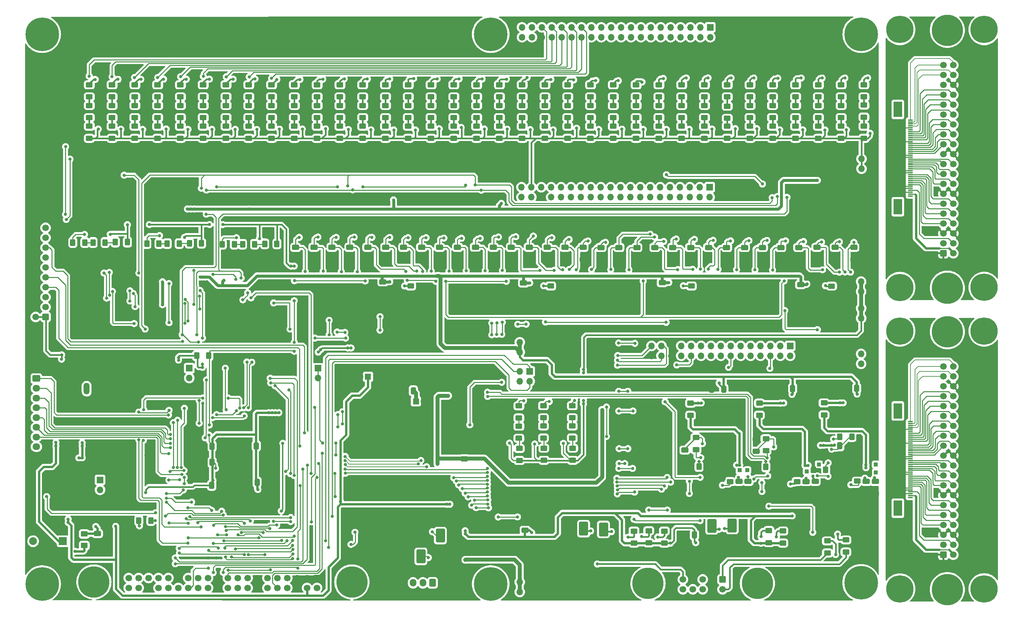
<source format=gbr>
%TF.GenerationSoftware,KiCad,Pcbnew,(7.0.0)*%
%TF.CreationDate,2024-10-14T13:46:46+03:30*%
%TF.ProjectId,tester,74657374-6572-42e6-9b69-6361645f7063,rev?*%
%TF.SameCoordinates,Original*%
%TF.FileFunction,Copper,L2,Bot*%
%TF.FilePolarity,Positive*%
%FSLAX46Y46*%
G04 Gerber Fmt 4.6, Leading zero omitted, Abs format (unit mm)*
G04 Created by KiCad (PCBNEW (7.0.0)) date 2024-10-14 13:46:46*
%MOMM*%
%LPD*%
G01*
G04 APERTURE LIST*
G04 Aperture macros list*
%AMRoundRect*
0 Rectangle with rounded corners*
0 $1 Rounding radius*
0 $2 $3 $4 $5 $6 $7 $8 $9 X,Y pos of 4 corners*
0 Add a 4 corners polygon primitive as box body*
4,1,4,$2,$3,$4,$5,$6,$7,$8,$9,$2,$3,0*
0 Add four circle primitives for the rounded corners*
1,1,$1+$1,$2,$3*
1,1,$1+$1,$4,$5*
1,1,$1+$1,$6,$7*
1,1,$1+$1,$8,$9*
0 Add four rect primitives between the rounded corners*
20,1,$1+$1,$2,$3,$4,$5,0*
20,1,$1+$1,$4,$5,$6,$7,0*
20,1,$1+$1,$6,$7,$8,$9,0*
20,1,$1+$1,$8,$9,$2,$3,0*%
G04 Aperture macros list end*
%TA.AperFunction,ComponentPad*%
%ADD10C,0.800000*%
%TD*%
%TA.AperFunction,ComponentPad*%
%ADD11C,7.000000*%
%TD*%
%TA.AperFunction,SMDPad,CuDef*%
%ADD12R,1.300000X0.300000*%
%TD*%
%TA.AperFunction,SMDPad,CuDef*%
%ADD13R,2.200000X4.000000*%
%TD*%
%TA.AperFunction,ComponentPad*%
%ADD14RoundRect,0.250000X-0.600000X-0.600000X0.600000X-0.600000X0.600000X0.600000X-0.600000X0.600000X0*%
%TD*%
%TA.AperFunction,ComponentPad*%
%ADD15C,1.700000*%
%TD*%
%TA.AperFunction,ComponentPad*%
%ADD16C,8.000000*%
%TD*%
%TA.AperFunction,ComponentPad*%
%ADD17R,1.000000X1.000000*%
%TD*%
%TA.AperFunction,ComponentPad*%
%ADD18C,0.900000*%
%TD*%
%TA.AperFunction,ComponentPad*%
%ADD19C,8.600000*%
%TD*%
%TA.AperFunction,ComponentPad*%
%ADD20R,1.700000X1.700000*%
%TD*%
%TA.AperFunction,ComponentPad*%
%ADD21O,1.700000X1.700000*%
%TD*%
%TA.AperFunction,ComponentPad*%
%ADD22RoundRect,0.250000X-0.725000X0.600000X-0.725000X-0.600000X0.725000X-0.600000X0.725000X0.600000X0*%
%TD*%
%TA.AperFunction,ComponentPad*%
%ADD23O,1.950000X1.700000*%
%TD*%
%TA.AperFunction,ComponentPad*%
%ADD24R,1.600000X1.600000*%
%TD*%
%TA.AperFunction,ComponentPad*%
%ADD25C,1.600000*%
%TD*%
%TA.AperFunction,ComponentPad*%
%ADD26C,0.600000*%
%TD*%
%TA.AperFunction,SMDPad,CuDef*%
%ADD27R,3.200000X7.100000*%
%TD*%
%TA.AperFunction,ComponentPad*%
%ADD28R,2.000000X2.000000*%
%TD*%
%TA.AperFunction,ComponentPad*%
%ADD29C,2.000000*%
%TD*%
%TA.AperFunction,ComponentPad*%
%ADD30RoundRect,0.250000X0.600000X0.600000X-0.600000X0.600000X-0.600000X-0.600000X0.600000X-0.600000X0*%
%TD*%
%TA.AperFunction,ComponentPad*%
%ADD31RoundRect,0.250000X-0.600000X0.600000X-0.600000X-0.600000X0.600000X-0.600000X0.600000X0.600000X0*%
%TD*%
%TA.AperFunction,ComponentPad*%
%ADD32RoundRect,0.250000X0.600000X0.725000X-0.600000X0.725000X-0.600000X-0.725000X0.600000X-0.725000X0*%
%TD*%
%TA.AperFunction,ComponentPad*%
%ADD33O,1.700000X1.950000*%
%TD*%
%TA.AperFunction,SMDPad,CuDef*%
%ADD34RoundRect,0.250000X0.625000X-0.400000X0.625000X0.400000X-0.625000X0.400000X-0.625000X-0.400000X0*%
%TD*%
%TA.AperFunction,SMDPad,CuDef*%
%ADD35RoundRect,0.250000X0.412500X0.650000X-0.412500X0.650000X-0.412500X-0.650000X0.412500X-0.650000X0*%
%TD*%
%TA.AperFunction,SMDPad,CuDef*%
%ADD36RoundRect,0.250000X-0.650000X0.412500X-0.650000X-0.412500X0.650000X-0.412500X0.650000X0.412500X0*%
%TD*%
%TA.AperFunction,SMDPad,CuDef*%
%ADD37RoundRect,0.250000X-0.900000X1.500000X-0.900000X-1.500000X0.900000X-1.500000X0.900000X1.500000X0*%
%TD*%
%TA.AperFunction,SMDPad,CuDef*%
%ADD38RoundRect,0.250000X0.400000X0.625000X-0.400000X0.625000X-0.400000X-0.625000X0.400000X-0.625000X0*%
%TD*%
%TA.AperFunction,SMDPad,CuDef*%
%ADD39RoundRect,0.250000X0.650000X-0.412500X0.650000X0.412500X-0.650000X0.412500X-0.650000X-0.412500X0*%
%TD*%
%TA.AperFunction,SMDPad,CuDef*%
%ADD40RoundRect,0.250000X-0.412500X-0.650000X0.412500X-0.650000X0.412500X0.650000X-0.412500X0.650000X0*%
%TD*%
%TA.AperFunction,SMDPad,CuDef*%
%ADD41RoundRect,0.250000X-0.625000X0.400000X-0.625000X-0.400000X0.625000X-0.400000X0.625000X0.400000X0*%
%TD*%
%TA.AperFunction,SMDPad,CuDef*%
%ADD42RoundRect,0.250000X-0.400000X-0.625000X0.400000X-0.625000X0.400000X0.625000X-0.400000X0.625000X0*%
%TD*%
%TA.AperFunction,SMDPad,CuDef*%
%ADD43RoundRect,0.250001X-0.624999X0.462499X-0.624999X-0.462499X0.624999X-0.462499X0.624999X0.462499X0*%
%TD*%
%TA.AperFunction,ComponentPad*%
%ADD44O,1.524000X3.000000*%
%TD*%
%TA.AperFunction,ViaPad*%
%ADD45C,0.800000*%
%TD*%
%TA.AperFunction,ViaPad*%
%ADD46C,2.700000*%
%TD*%
%TA.AperFunction,Conductor*%
%ADD47C,0.200000*%
%TD*%
%TA.AperFunction,Conductor*%
%ADD48C,0.250000*%
%TD*%
%TA.AperFunction,Conductor*%
%ADD49C,0.600000*%
%TD*%
%TA.AperFunction,Conductor*%
%ADD50C,0.400000*%
%TD*%
%TA.AperFunction,Conductor*%
%ADD51C,0.300000*%
%TD*%
%TA.AperFunction,Conductor*%
%ADD52C,1.000000*%
%TD*%
%TA.AperFunction,Conductor*%
%ADD53C,0.750000*%
%TD*%
G04 APERTURE END LIST*
D10*
%TO.P,H2,1*%
%TO.N,N/C*%
X245935000Y-88565000D03*
X247791155Y-89333845D03*
X244078845Y-89333845D03*
X248560000Y-91190000D03*
D11*
X245935000Y-91190000D03*
D10*
X243310000Y-91190000D03*
X247791155Y-93046155D03*
X244078845Y-93046155D03*
X245935000Y-93815000D03*
%TD*%
%TO.P,H1,1*%
%TO.N,N/C*%
X267560000Y-88560000D03*
X269416155Y-89328845D03*
X265703845Y-89328845D03*
X270185000Y-91185000D03*
D11*
X267560000Y-91185000D03*
D10*
X264935000Y-91185000D03*
X269416155Y-93041155D03*
X265703845Y-93041155D03*
X267560000Y-93810000D03*
%TD*%
%TO.P,H3,1*%
%TO.N,N/C*%
X267560000Y-154680000D03*
X269416155Y-155448845D03*
X265703845Y-155448845D03*
X270185000Y-157305000D03*
D11*
X267560000Y-157305000D03*
D10*
X264935000Y-157305000D03*
X269416155Y-159161155D03*
X265703845Y-159161155D03*
X267560000Y-159930000D03*
%TD*%
%TO.P,H4,1*%
%TO.N,N/C*%
X245935000Y-154705000D03*
X247791155Y-155473845D03*
X244078845Y-155473845D03*
X248560000Y-157330000D03*
D11*
X245935000Y-157330000D03*
D10*
X243310000Y-157330000D03*
X247791155Y-159186155D03*
X244078845Y-159186155D03*
X245935000Y-159955000D03*
%TD*%
D12*
%TO.P,J2,1,Pin_1*%
%TO.N,N/C*%
X248639999Y-133899999D03*
%TO.P,J2,2,Pin_2*%
%TO.N,LED+*%
X248639999Y-133399999D03*
%TO.P,J2,3,Pin_3*%
%TO.N,GND*%
X248639999Y-132899999D03*
%TO.P,J2,4,Pin_4*%
%TO.N,+3.3V*%
X248639999Y-132399999D03*
%TO.P,J2,5,Pin_5*%
%TO.N,GND*%
X248639999Y-131899999D03*
%TO.P,J2,6,Pin_6*%
X248639999Y-131399999D03*
%TO.P,J2,7,Pin_7*%
%TO.N,LCD_R2*%
X248639999Y-130899999D03*
%TO.P,J2,8,Pin_8*%
%TO.N,LCD_R3*%
X248639999Y-130399999D03*
%TO.P,J2,9,Pin_9*%
%TO.N,LCD_R4*%
X248639999Y-129899999D03*
%TO.P,J2,10,Pin_10*%
%TO.N,LCD_R5*%
X248639999Y-129399999D03*
%TO.P,J2,11,Pin_11*%
%TO.N,LCD_R6*%
X248639999Y-128899999D03*
%TO.P,J2,12,Pin_12*%
%TO.N,LCD_R7*%
X248639999Y-128399999D03*
%TO.P,J2,13,Pin_13*%
%TO.N,GND*%
X248639999Y-127899999D03*
%TO.P,J2,14,Pin_14*%
X248639999Y-127399999D03*
%TO.P,J2,15,Pin_15*%
%TO.N,LCD_G2*%
X248639999Y-126899999D03*
%TO.P,J2,16,Pin_16*%
%TO.N,LCD_G3*%
X248639999Y-126399999D03*
%TO.P,J2,17,Pin_17*%
%TO.N,LCD_G4*%
X248639999Y-125899999D03*
%TO.P,J2,18,Pin_18*%
%TO.N,LCD_G5*%
X248639999Y-125399999D03*
%TO.P,J2,19,Pin_19*%
%TO.N,LCD_G6*%
X248639999Y-124899999D03*
%TO.P,J2,20,Pin_20*%
%TO.N,LCD_G7*%
X248639999Y-124399999D03*
%TO.P,J2,21,Pin_21*%
%TO.N,GND*%
X248639999Y-123899999D03*
%TO.P,J2,22,Pin_22*%
X248639999Y-123399999D03*
%TO.P,J2,23,Pin_23*%
%TO.N,LCD_B2*%
X248639999Y-122899999D03*
%TO.P,J2,24,Pin_24*%
%TO.N,LDC_B3*%
X248639999Y-122399999D03*
%TO.P,J2,25,Pin_25*%
%TO.N,LCD_B4*%
X248639999Y-121899999D03*
%TO.P,J2,26,Pin_26*%
%TO.N,LCD_B5*%
X248639999Y-121399999D03*
%TO.P,J2,27,Pin_27*%
%TO.N,LCD_B6*%
X248639999Y-120899999D03*
%TO.P,J2,28,Pin_28*%
%TO.N,LCD_B7*%
X248639999Y-120399999D03*
%TO.P,J2,29,Pin_29*%
%TO.N,GND*%
X248639999Y-119899999D03*
%TO.P,J2,30,Pin_30*%
%TO.N,LCD_CLK*%
X248639999Y-119399999D03*
%TO.P,J2,31,Pin_31*%
%TO.N,LCD_BACK_LIGHT*%
X248639999Y-118899999D03*
%TO.P,J2,32,Pin_32*%
%TO.N,LCD_HS*%
X248639999Y-118399999D03*
%TO.P,J2,33,Pin_33*%
%TO.N,LCD_VS*%
X248639999Y-117899999D03*
%TO.P,J2,34,Pin_34*%
%TO.N,LCD_DE*%
X248639999Y-117399999D03*
%TO.P,J2,35,Pin_35*%
%TO.N,N/C*%
X248639999Y-116899999D03*
%TO.P,J2,36,Pin_36*%
%TO.N,GND*%
X248639999Y-116399999D03*
%TO.P,J2,37,Pin_37*%
%TO.N,N/C*%
X248639999Y-115899999D03*
%TO.P,J2,38,Pin_38*%
X248639999Y-115399999D03*
%TO.P,J2,39,Pin_39*%
X248639999Y-114899999D03*
%TO.P,J2,40,Pin_40*%
X248639999Y-114399999D03*
D13*
%TO.P,J2,MP*%
X245419999Y-136619999D03*
X245419999Y-111679999D03*
%TD*%
D14*
%TO.P,J1,1,Pin_1*%
%TO.N,GND*%
X257100000Y-148570000D03*
D15*
%TO.P,J1,2,Pin_2*%
%TO.N,LED+*%
X259640000Y-148570000D03*
%TO.P,J1,3,Pin_3*%
%TO.N,GND*%
X257100000Y-146030000D03*
%TO.P,J1,4,Pin_4*%
%TO.N,+3.3V*%
X259640000Y-146030000D03*
%TO.P,J1,5,Pin_5*%
%TO.N,GND*%
X257100000Y-143490000D03*
%TO.P,J1,6,Pin_6*%
X259640000Y-143490000D03*
%TO.P,J1,7,Pin_7*%
%TO.N,LCD_R2*%
X257100000Y-140950000D03*
%TO.P,J1,8,Pin_8*%
%TO.N,LCD_R3*%
X259640000Y-140950000D03*
%TO.P,J1,9,Pin_9*%
%TO.N,LCD_R4*%
X257100000Y-138410000D03*
%TO.P,J1,10,Pin_10*%
%TO.N,LCD_R5*%
X259640000Y-138410000D03*
%TO.P,J1,11,Pin_11*%
%TO.N,LCD_R6*%
X257100000Y-135870000D03*
%TO.P,J1,12,Pin_12*%
%TO.N,LCD_R7*%
X259640000Y-135870000D03*
%TO.P,J1,13,Pin_13*%
%TO.N,GND*%
X257100000Y-133330000D03*
%TO.P,J1,14,Pin_14*%
X259640000Y-133330000D03*
%TO.P,J1,15,Pin_15*%
%TO.N,LCD_G2*%
X257100000Y-130790000D03*
%TO.P,J1,16,Pin_16*%
%TO.N,LCD_G3*%
X259640000Y-130790000D03*
%TO.P,J1,17,Pin_17*%
%TO.N,LCD_G4*%
X257100000Y-128250000D03*
%TO.P,J1,18,Pin_18*%
%TO.N,LCD_G5*%
X259640000Y-128250000D03*
%TO.P,J1,19,Pin_19*%
%TO.N,LCD_G6*%
X257100000Y-125710000D03*
%TO.P,J1,20,Pin_20*%
%TO.N,LCD_G7*%
X259640000Y-125710000D03*
%TO.P,J1,21,Pin_21*%
%TO.N,GND*%
X257100000Y-123170000D03*
%TO.P,J1,22,Pin_22*%
X259640000Y-123170000D03*
%TO.P,J1,23,Pin_23*%
%TO.N,LCD_B2*%
X257100000Y-120630000D03*
%TO.P,J1,24,Pin_24*%
%TO.N,LDC_B3*%
X259640000Y-120630000D03*
%TO.P,J1,25,Pin_25*%
%TO.N,LCD_B4*%
X257100000Y-118090000D03*
%TO.P,J1,26,Pin_26*%
%TO.N,LCD_B5*%
X259640000Y-118090000D03*
%TO.P,J1,27,Pin_27*%
%TO.N,LCD_B6*%
X257100000Y-115550000D03*
%TO.P,J1,28,Pin_28*%
%TO.N,LCD_B7*%
X259640000Y-115550000D03*
%TO.P,J1,29,Pin_29*%
%TO.N,GND*%
X257100000Y-113010000D03*
%TO.P,J1,30,Pin_30*%
%TO.N,LCD_CLK*%
X259640000Y-113010000D03*
%TO.P,J1,31,Pin_31*%
%TO.N,LCD_BACK_LIGHT*%
X257100000Y-110470000D03*
%TO.P,J1,32,Pin_32*%
%TO.N,LCD_HS*%
X259640000Y-110470000D03*
%TO.P,J1,33,Pin_33*%
%TO.N,LCD_VS*%
X257100000Y-107930000D03*
%TO.P,J1,34,Pin_34*%
%TO.N,LCD_DE*%
X259640000Y-107930000D03*
%TO.P,J1,35,Pin_35*%
%TO.N,N/C*%
X257100000Y-105390000D03*
%TO.P,J1,36,Pin_36*%
%TO.N,GND*%
X259640000Y-105390000D03*
%TO.P,J1,37,Pin_37*%
%TO.N,N/C*%
X257100000Y-102850000D03*
%TO.P,J1,38,Pin_38*%
X259640000Y-102850000D03*
%TO.P,J1,39,Pin_39*%
X257100000Y-100310000D03*
%TO.P,J1,40,Pin_40*%
X259640000Y-100310000D03*
D16*
%TO.P,J1,MP*%
X258120000Y-91370000D03*
X258120000Y-157510000D03*
%TD*%
D10*
%TO.P,H2,1*%
%TO.N,N/C*%
X245935000Y-11245000D03*
X247791155Y-12013845D03*
X244078845Y-12013845D03*
X248560000Y-13870000D03*
D11*
X245935000Y-13870000D03*
D10*
X243310000Y-13870000D03*
X247791155Y-15726155D03*
X244078845Y-15726155D03*
X245935000Y-16495000D03*
%TD*%
%TO.P,H1,1*%
%TO.N,N/C*%
X267560000Y-11240000D03*
X269416155Y-12008845D03*
X265703845Y-12008845D03*
X270185000Y-13865000D03*
D11*
X267560000Y-13865000D03*
D10*
X264935000Y-13865000D03*
X269416155Y-15721155D03*
X265703845Y-15721155D03*
X267560000Y-16490000D03*
%TD*%
%TO.P,H3,1*%
%TO.N,N/C*%
X267560000Y-77360000D03*
X269416155Y-78128845D03*
X265703845Y-78128845D03*
X270185000Y-79985000D03*
D11*
X267560000Y-79985000D03*
D10*
X264935000Y-79985000D03*
X269416155Y-81841155D03*
X265703845Y-81841155D03*
X267560000Y-82610000D03*
%TD*%
%TO.P,H4,1*%
%TO.N,N/C*%
X245935000Y-77385000D03*
X247791155Y-78153845D03*
X244078845Y-78153845D03*
X248560000Y-80010000D03*
D11*
X245935000Y-80010000D03*
D10*
X243310000Y-80010000D03*
X247791155Y-81866155D03*
X244078845Y-81866155D03*
X245935000Y-82635000D03*
%TD*%
D12*
%TO.P,J2,1,Pin_1*%
%TO.N,N/C*%
X248639999Y-56579999D03*
%TO.P,J2,2,Pin_2*%
%TO.N,LED+*%
X248639999Y-56079999D03*
%TO.P,J2,3,Pin_3*%
%TO.N,GND*%
X248639999Y-55579999D03*
%TO.P,J2,4,Pin_4*%
%TO.N,+3.3V*%
X248639999Y-55079999D03*
%TO.P,J2,5,Pin_5*%
%TO.N,GND*%
X248639999Y-54579999D03*
%TO.P,J2,6,Pin_6*%
X248639999Y-54079999D03*
%TO.P,J2,7,Pin_7*%
%TO.N,LCD_R2*%
X248639999Y-53579999D03*
%TO.P,J2,8,Pin_8*%
%TO.N,LCD_R3*%
X248639999Y-53079999D03*
%TO.P,J2,9,Pin_9*%
%TO.N,LCD_R4*%
X248639999Y-52579999D03*
%TO.P,J2,10,Pin_10*%
%TO.N,LCD_R5*%
X248639999Y-52079999D03*
%TO.P,J2,11,Pin_11*%
%TO.N,LCD_R6*%
X248639999Y-51579999D03*
%TO.P,J2,12,Pin_12*%
%TO.N,LCD_R7*%
X248639999Y-51079999D03*
%TO.P,J2,13,Pin_13*%
%TO.N,GND*%
X248639999Y-50579999D03*
%TO.P,J2,14,Pin_14*%
X248639999Y-50079999D03*
%TO.P,J2,15,Pin_15*%
%TO.N,LCD_G2*%
X248639999Y-49579999D03*
%TO.P,J2,16,Pin_16*%
%TO.N,LCD_G3*%
X248639999Y-49079999D03*
%TO.P,J2,17,Pin_17*%
%TO.N,LCD_G4*%
X248639999Y-48579999D03*
%TO.P,J2,18,Pin_18*%
%TO.N,LCD_G5*%
X248639999Y-48079999D03*
%TO.P,J2,19,Pin_19*%
%TO.N,LCD_G6*%
X248639999Y-47579999D03*
%TO.P,J2,20,Pin_20*%
%TO.N,LCD_G7*%
X248639999Y-47079999D03*
%TO.P,J2,21,Pin_21*%
%TO.N,GND*%
X248639999Y-46579999D03*
%TO.P,J2,22,Pin_22*%
X248639999Y-46079999D03*
%TO.P,J2,23,Pin_23*%
%TO.N,LCD_B2*%
X248639999Y-45579999D03*
%TO.P,J2,24,Pin_24*%
%TO.N,LDC_B3*%
X248639999Y-45079999D03*
%TO.P,J2,25,Pin_25*%
%TO.N,LCD_B4*%
X248639999Y-44579999D03*
%TO.P,J2,26,Pin_26*%
%TO.N,LCD_B5*%
X248639999Y-44079999D03*
%TO.P,J2,27,Pin_27*%
%TO.N,LCD_B6*%
X248639999Y-43579999D03*
%TO.P,J2,28,Pin_28*%
%TO.N,LCD_B7*%
X248639999Y-43079999D03*
%TO.P,J2,29,Pin_29*%
%TO.N,GND*%
X248639999Y-42579999D03*
%TO.P,J2,30,Pin_30*%
%TO.N,LCD_CLK*%
X248639999Y-42079999D03*
%TO.P,J2,31,Pin_31*%
%TO.N,LCD_BACK_LIGHT*%
X248639999Y-41579999D03*
%TO.P,J2,32,Pin_32*%
%TO.N,LCD_HS*%
X248639999Y-41079999D03*
%TO.P,J2,33,Pin_33*%
%TO.N,LCD_VS*%
X248639999Y-40579999D03*
%TO.P,J2,34,Pin_34*%
%TO.N,LCD_DE*%
X248639999Y-40079999D03*
%TO.P,J2,35,Pin_35*%
%TO.N,N/C*%
X248639999Y-39579999D03*
%TO.P,J2,36,Pin_36*%
%TO.N,GND*%
X248639999Y-39079999D03*
%TO.P,J2,37,Pin_37*%
%TO.N,N/C*%
X248639999Y-38579999D03*
%TO.P,J2,38,Pin_38*%
X248639999Y-38079999D03*
%TO.P,J2,39,Pin_39*%
X248639999Y-37579999D03*
%TO.P,J2,40,Pin_40*%
X248639999Y-37079999D03*
D13*
%TO.P,J2,MP*%
X245419999Y-59299999D03*
X245419999Y-34359999D03*
%TD*%
D14*
%TO.P,J1,1,Pin_1*%
%TO.N,GND*%
X257100000Y-71250000D03*
D15*
%TO.P,J1,2,Pin_2*%
%TO.N,LED+*%
X259640000Y-71250000D03*
%TO.P,J1,3,Pin_3*%
%TO.N,GND*%
X257100000Y-68710000D03*
%TO.P,J1,4,Pin_4*%
%TO.N,+3.3V*%
X259640000Y-68710000D03*
%TO.P,J1,5,Pin_5*%
%TO.N,GND*%
X257100000Y-66170000D03*
%TO.P,J1,6,Pin_6*%
X259640000Y-66170000D03*
%TO.P,J1,7,Pin_7*%
%TO.N,LCD_R2*%
X257100000Y-63630000D03*
%TO.P,J1,8,Pin_8*%
%TO.N,LCD_R3*%
X259640000Y-63630000D03*
%TO.P,J1,9,Pin_9*%
%TO.N,LCD_R4*%
X257100000Y-61090000D03*
%TO.P,J1,10,Pin_10*%
%TO.N,LCD_R5*%
X259640000Y-61090000D03*
%TO.P,J1,11,Pin_11*%
%TO.N,LCD_R6*%
X257100000Y-58550000D03*
%TO.P,J1,12,Pin_12*%
%TO.N,LCD_R7*%
X259640000Y-58550000D03*
%TO.P,J1,13,Pin_13*%
%TO.N,GND*%
X257100000Y-56010000D03*
%TO.P,J1,14,Pin_14*%
X259640000Y-56010000D03*
%TO.P,J1,15,Pin_15*%
%TO.N,LCD_G2*%
X257100000Y-53470000D03*
%TO.P,J1,16,Pin_16*%
%TO.N,LCD_G3*%
X259640000Y-53470000D03*
%TO.P,J1,17,Pin_17*%
%TO.N,LCD_G4*%
X257100000Y-50930000D03*
%TO.P,J1,18,Pin_18*%
%TO.N,LCD_G5*%
X259640000Y-50930000D03*
%TO.P,J1,19,Pin_19*%
%TO.N,LCD_G6*%
X257100000Y-48390000D03*
%TO.P,J1,20,Pin_20*%
%TO.N,LCD_G7*%
X259640000Y-48390000D03*
%TO.P,J1,21,Pin_21*%
%TO.N,GND*%
X257100000Y-45850000D03*
%TO.P,J1,22,Pin_22*%
X259640000Y-45850000D03*
%TO.P,J1,23,Pin_23*%
%TO.N,LCD_B2*%
X257100000Y-43310000D03*
%TO.P,J1,24,Pin_24*%
%TO.N,LDC_B3*%
X259640000Y-43310000D03*
%TO.P,J1,25,Pin_25*%
%TO.N,LCD_B4*%
X257100000Y-40770000D03*
%TO.P,J1,26,Pin_26*%
%TO.N,LCD_B5*%
X259640000Y-40770000D03*
%TO.P,J1,27,Pin_27*%
%TO.N,LCD_B6*%
X257100000Y-38230000D03*
%TO.P,J1,28,Pin_28*%
%TO.N,LCD_B7*%
X259640000Y-38230000D03*
%TO.P,J1,29,Pin_29*%
%TO.N,GND*%
X257100000Y-35690000D03*
%TO.P,J1,30,Pin_30*%
%TO.N,LCD_CLK*%
X259640000Y-35690000D03*
%TO.P,J1,31,Pin_31*%
%TO.N,LCD_BACK_LIGHT*%
X257100000Y-33150000D03*
%TO.P,J1,32,Pin_32*%
%TO.N,LCD_HS*%
X259640000Y-33150000D03*
%TO.P,J1,33,Pin_33*%
%TO.N,LCD_VS*%
X257100000Y-30610000D03*
%TO.P,J1,34,Pin_34*%
%TO.N,LCD_DE*%
X259640000Y-30610000D03*
%TO.P,J1,35,Pin_35*%
%TO.N,N/C*%
X257100000Y-28070000D03*
%TO.P,J1,36,Pin_36*%
%TO.N,GND*%
X259640000Y-28070000D03*
%TO.P,J1,37,Pin_37*%
%TO.N,N/C*%
X257100000Y-25530000D03*
%TO.P,J1,38,Pin_38*%
X259640000Y-25530000D03*
%TO.P,J1,39,Pin_39*%
X257100000Y-22990000D03*
%TO.P,J1,40,Pin_40*%
X259640000Y-22990000D03*
D16*
%TO.P,J1,MP*%
X258120000Y-14050000D03*
X258120000Y-80190000D03*
%TD*%
D17*
%TO.P,TP3,1,1*%
%TO.N,Net-(U24-BOOST)*%
X239764999Y-125434999D03*
%TD*%
D18*
%TO.P,H2,1*%
%TO.N,N/C*%
X232775000Y-155755000D03*
X233719581Y-153474581D03*
X233719581Y-158035419D03*
X236000000Y-152530000D03*
D19*
X236000000Y-155755000D03*
D18*
X236000000Y-158980000D03*
X238280419Y-153474581D03*
X238280419Y-158035419D03*
X239225000Y-155755000D03*
%TD*%
D20*
%TO.P,J37,1,Pin_1*%
%TO.N,PWM1*%
X63764999Y-100684999D03*
D21*
%TO.P,J37,2,Pin_2*%
X63764999Y-103224999D03*
%TD*%
D17*
%TO.P,TP2,1,1*%
%TO.N,Net-(U23-R3SENSE)*%
X222089999Y-127159999D03*
%TD*%
%TO.P,TP6,1,1*%
%TO.N,Net-(U25-R3SENSE)*%
X204839999Y-126884999D03*
%TD*%
D22*
%TO.P,J3,1,Pin_1*%
%TO.N,/MCU/KEYPAD1*%
X24540000Y-103360000D03*
D23*
%TO.P,J3,2,Pin_2*%
%TO.N,/MCU/KEYPAD2*%
X24539999Y-105859999D03*
%TO.P,J3,3,Pin_3*%
%TO.N,/MCU/KEYPAD3*%
X24539999Y-108359999D03*
%TO.P,J3,4,Pin_4*%
%TO.N,/MCU/KEYPAD4*%
X24539999Y-110859999D03*
%TO.P,J3,5,Pin_4*%
%TO.N,/MCU/KEYPAD5*%
X24539999Y-113359999D03*
%TO.P,J3,6,Pin_4*%
%TO.N,/MCU/KEYPAD6*%
X24539999Y-115859999D03*
%TO.P,J3,7,Pin_4*%
%TO.N,/MCU/KEYPAD7*%
X24539999Y-118359999D03*
%TO.P,J3,8,Pin_4*%
%TO.N,/MCU/KEYPAD8*%
X24539999Y-120859999D03*
%TD*%
D20*
%TO.P,J2,1,Pin_1*%
%TO.N,I1*%
X197194999Y-54309999D03*
D21*
%TO.P,J2,2,Pin_2*%
%TO.N,I2*%
X197194999Y-56849999D03*
%TO.P,J2,3,Pin_3*%
%TO.N,I3*%
X194654999Y-54309999D03*
%TO.P,J2,4,Pin_4*%
%TO.N,I4*%
X194654999Y-56849999D03*
%TO.P,J2,5,Pin_5*%
%TO.N,I5*%
X192114999Y-54309999D03*
%TO.P,J2,6,Pin_6*%
%TO.N,I6*%
X192114999Y-56849999D03*
%TO.P,J2,7,Pin_7*%
%TO.N,I7*%
X189574999Y-54309999D03*
%TO.P,J2,8,Pin_8*%
%TO.N,I8*%
X189574999Y-56849999D03*
%TO.P,J2,9,Pin_9*%
%TO.N,I9*%
X187034999Y-54309999D03*
%TO.P,J2,10,Pin_10*%
%TO.N,I10*%
X187034999Y-56849999D03*
%TO.P,J2,11,Pin_11*%
%TO.N,I11*%
X184494999Y-54309999D03*
%TO.P,J2,12,Pin_12*%
%TO.N,I12*%
X184494999Y-56849999D03*
%TO.P,J2,13,Pin_13*%
%TO.N,I13*%
X181954999Y-54309999D03*
%TO.P,J2,14,Pin_14*%
%TO.N,I14*%
X181954999Y-56849999D03*
%TO.P,J2,15,Pin_15*%
%TO.N,I15*%
X179414999Y-54309999D03*
%TO.P,J2,16,Pin_16*%
%TO.N,I16*%
X179414999Y-56849999D03*
%TO.P,J2,17,Pin_17*%
%TO.N,I17*%
X176874999Y-54309999D03*
%TO.P,J2,18,Pin_18*%
%TO.N,I18*%
X176874999Y-56849999D03*
%TO.P,J2,19,Pin_19*%
%TO.N,I19*%
X174334999Y-54309999D03*
%TO.P,J2,20,Pin_20*%
%TO.N,I20*%
X174334999Y-56849999D03*
%TO.P,J2,21,Pin_21*%
%TO.N,I21*%
X171794999Y-54309999D03*
%TO.P,J2,22,Pin_22*%
%TO.N,I22*%
X171794999Y-56849999D03*
%TO.P,J2,23,Pin_23*%
%TO.N,I23*%
X169254999Y-54309999D03*
%TO.P,J2,24,Pin_24*%
%TO.N,I24*%
X169254999Y-56849999D03*
%TO.P,J2,25,Pin_25*%
%TO.N,I25*%
X166714999Y-54309999D03*
%TO.P,J2,26,Pin_26*%
%TO.N,I26*%
X166714999Y-56849999D03*
%TO.P,J2,27,Pin_27*%
%TO.N,I27*%
X164174999Y-54309999D03*
%TO.P,J2,28,Pin_28*%
%TO.N,I28*%
X164174999Y-56849999D03*
%TO.P,J2,29,Pin_29*%
%TO.N,I29*%
X161634999Y-54309999D03*
%TO.P,J2,30,Pin_30*%
%TO.N,I30*%
X161634999Y-56849999D03*
%TO.P,J2,31,Pin_31*%
%TO.N,I31*%
X159094999Y-54309999D03*
%TO.P,J2,32,Pin_32*%
%TO.N,I32*%
X159094999Y-56849999D03*
%TO.P,J2,33,Pin_33*%
%TO.N,ID1-input*%
X156554999Y-54309999D03*
%TO.P,J2,34,Pin_34*%
%TO.N,ID2-input*%
X156554999Y-56849999D03*
%TO.P,J2,35,Pin_35*%
%TO.N,ID3-input*%
X154014999Y-54309999D03*
%TO.P,J2,36,Pin_36*%
%TO.N,GND*%
X154014999Y-56849999D03*
%TO.P,J2,37,Pin_37*%
%TO.N,+72*%
X151474999Y-54309999D03*
%TO.P,J2,38,Pin_38*%
%TO.N,unconnected-(J2-Pin_38-Pad38)*%
X151474999Y-56849999D03*
%TO.P,J2,39,Pin_39*%
%TO.N,unconnected-(J2-Pin_39-Pad39)*%
X148934999Y-54309999D03*
%TO.P,J2,40,Pin_40*%
%TO.N,unconnected-(J2-Pin_40-Pad40)*%
X148934999Y-56849999D03*
%TD*%
D24*
%TO.P,C124,1*%
%TO.N,Net-(U35-VI)*%
X121869999Y-109209999D03*
D25*
%TO.P,C124,2*%
%TO.N,GND*%
X123870000Y-109210000D03*
%TD*%
D26*
%TO.P,U24,25,PAD*%
%TO.N,GND*%
X230740000Y-122685000D03*
X230740000Y-123985000D03*
X230740000Y-125285000D03*
X230740000Y-126585000D03*
X230740000Y-127885000D03*
X230740000Y-129185000D03*
X232040000Y-122685000D03*
X232040000Y-123985000D03*
X232040000Y-125285000D03*
D27*
X232039999Y-125934999D03*
D26*
X232040000Y-126585000D03*
X232040000Y-127885000D03*
X232040000Y-129185000D03*
X233340000Y-122685000D03*
X233340000Y-123985000D03*
X233340000Y-125285000D03*
X233340000Y-126585000D03*
X233340000Y-127885000D03*
X233340000Y-129185000D03*
%TD*%
D20*
%TO.P,J21,1,Pin_1*%
%TO.N,/Analog Out/Analog_out1*%
X217834999Y-94984999D03*
D21*
%TO.P,J21,2,Pin_2*%
%TO.N,/Analog Out/Analog_out2*%
X217834999Y-97524999D03*
%TO.P,J21,3,Pin_3*%
%TO.N,/Analog Out/Analog_out3*%
X215294999Y-94984999D03*
%TO.P,J21,4,Pin_4*%
%TO.N,/Analog Out/Analog_out4*%
X215294999Y-97524999D03*
%TO.P,J21,5,Pin_5*%
%TO.N,/Analog Out/Analog_out5*%
X212754999Y-94984999D03*
%TO.P,J21,6,Pin_6*%
%TO.N,/Analog Out/Analog_out6*%
X212754999Y-97524999D03*
%TO.P,J21,7,Pin_7*%
%TO.N,/Analog Out/Analog_out7*%
X210214999Y-94984999D03*
%TO.P,J21,8,Pin_8*%
%TO.N,/Analog Out/Analog_out8*%
X210214999Y-97524999D03*
%TO.P,J21,9,Pin_9*%
%TO.N,/Analog Out/Analog_out9*%
X207674999Y-94984999D03*
%TO.P,J21,10,Pin_10*%
%TO.N,/Analog Out/Analog_out10*%
X207674999Y-97524999D03*
%TO.P,J21,11,Pin_11*%
%TO.N,/Analog Out/Analog_out11*%
X205134999Y-94984999D03*
%TO.P,J21,12,Pin_12*%
%TO.N,/Analog Out/Analog_out12*%
X205134999Y-97524999D03*
%TO.P,J21,13,Pin_13*%
%TO.N,/Analog Out/Analog_out13*%
X202594999Y-94984999D03*
%TO.P,J21,14,Pin_14*%
%TO.N,/Analog Out/Analog_out14*%
X202594999Y-97524999D03*
%TO.P,J21,15,Pin_15*%
%TO.N,/Analog Out/Analog_out15*%
X200054999Y-94984999D03*
%TO.P,J21,16,Pin_16*%
%TO.N,/Analog Out/Analog_out16*%
X200054999Y-97524999D03*
%TO.P,J21,17,Pin_17*%
%TO.N,/Analog Out/Analog_out17*%
X197514999Y-94984999D03*
%TO.P,J21,18,Pin_18*%
%TO.N,/Analog Out/Analog_out18*%
X197514999Y-97524999D03*
%TO.P,J21,19,Pin_19*%
%TO.N,/Analog Out/Analog_out19*%
X194974999Y-94984999D03*
%TO.P,J21,20,Pin_20*%
%TO.N,/Analog Out/Analog_out20*%
X194974999Y-97524999D03*
%TO.P,J21,21,Pin_21*%
%TO.N,/Analog Out/Analog_out21*%
X192434999Y-94984999D03*
%TO.P,J21,22,Pin_22*%
%TO.N,/Analog Out/Analog_out22*%
X192434999Y-97524999D03*
%TO.P,J21,23,Pin_23*%
%TO.N,/Analog Out/Analog_out23*%
X189894999Y-94984999D03*
%TO.P,J21,24,Pin_24*%
%TO.N,/Analog Out/Analog_out24*%
X189894999Y-97524999D03*
%TO.P,J21,25,Pin_25*%
%TO.N,GND*%
X187354999Y-94984999D03*
%TO.P,J21,26,Pin_26*%
X187354999Y-97524999D03*
%TO.P,J21,27,Pin_27*%
%TO.N,ID1-analog*%
X184814999Y-94984999D03*
%TO.P,J21,28,Pin_28*%
%TO.N,ID2-analog*%
X184814999Y-97524999D03*
%TO.P,J21,29,Pin_29*%
%TO.N,ID3-analog*%
X182274999Y-94984999D03*
%TO.P,J21,30,Pin_30*%
%TO.N,GND*%
X182274999Y-97524999D03*
%TD*%
D17*
%TO.P,TP4,1,1*%
%TO.N,Net-(U24-R3SENSE)*%
X239789999Y-127459999D03*
%TD*%
%TO.P,TP5,1,1*%
%TO.N,Net-(U25-BOOST)*%
X206839999Y-126884999D03*
%TD*%
D28*
%TO.P,U9,1,-*%
%TO.N,+5V*%
X31319999Y-145089999D03*
D29*
%TO.P,U9,2,+*%
%TO.N,Net-(Q1-C)*%
X23720000Y-145090000D03*
%TD*%
D18*
%TO.P,H4,1*%
%TO.N,N/C*%
X137815000Y-15060000D03*
X138759581Y-12779581D03*
X138759581Y-17340419D03*
X141040000Y-11835000D03*
D19*
X141040000Y-15060000D03*
D18*
X141040000Y-18285000D03*
X143320419Y-12779581D03*
X143320419Y-17340419D03*
X144265000Y-15060000D03*
%TD*%
D24*
%TO.P,C127,1*%
%TO.N,+3.3V*%
X109569999Y-102909999D03*
D25*
%TO.P,C127,2*%
%TO.N,GND*%
X107570000Y-102910000D03*
%TD*%
D20*
%TO.P,J36,1,Pin_1*%
%TO.N,O1*%
X197324999Y-13284999D03*
D21*
%TO.P,J36,2,Pin_2*%
%TO.N,O2*%
X197324999Y-15824999D03*
%TO.P,J36,3,Pin_3*%
%TO.N,O3*%
X194784999Y-13284999D03*
%TO.P,J36,4,Pin_4*%
%TO.N,O4*%
X194784999Y-15824999D03*
%TO.P,J36,5,Pin_5*%
%TO.N,O5*%
X192244999Y-13284999D03*
%TO.P,J36,6,Pin_6*%
%TO.N,O6*%
X192244999Y-15824999D03*
%TO.P,J36,7,Pin_7*%
%TO.N,O7*%
X189704999Y-13284999D03*
%TO.P,J36,8,Pin_8*%
%TO.N,O8*%
X189704999Y-15824999D03*
%TO.P,J36,9,Pin_9*%
%TO.N,O9*%
X187164999Y-13284999D03*
%TO.P,J36,10,Pin_10*%
%TO.N,O10*%
X187164999Y-15824999D03*
%TO.P,J36,11,Pin_11*%
%TO.N,O11*%
X184624999Y-13284999D03*
%TO.P,J36,12,Pin_12*%
%TO.N,O12*%
X184624999Y-15824999D03*
%TO.P,J36,13,Pin_13*%
%TO.N,O13*%
X182084999Y-13284999D03*
%TO.P,J36,14,Pin_14*%
%TO.N,O14*%
X182084999Y-15824999D03*
%TO.P,J36,15,Pin_15*%
%TO.N,O15*%
X179544999Y-13284999D03*
%TO.P,J36,16,Pin_16*%
%TO.N,O16*%
X179544999Y-15824999D03*
%TO.P,J36,17,Pin_17*%
%TO.N,O17*%
X177004999Y-13284999D03*
%TO.P,J36,18,Pin_18*%
%TO.N,O18*%
X177004999Y-15824999D03*
%TO.P,J36,19,Pin_19*%
%TO.N,O19*%
X174464999Y-13284999D03*
%TO.P,J36,20,Pin_20*%
%TO.N,O20*%
X174464999Y-15824999D03*
%TO.P,J36,21,Pin_21*%
%TO.N,O21*%
X171924999Y-13284999D03*
%TO.P,J36,22,Pin_22*%
%TO.N,O22*%
X171924999Y-15824999D03*
%TO.P,J36,23,Pin_23*%
%TO.N,O23*%
X169384999Y-13284999D03*
%TO.P,J36,24,Pin_24*%
%TO.N,O24*%
X169384999Y-15824999D03*
%TO.P,J36,25,Pin_25*%
%TO.N,O25*%
X166844999Y-13284999D03*
%TO.P,J36,26,Pin_26*%
%TO.N,O26*%
X166844999Y-15824999D03*
%TO.P,J36,27,Pin_27*%
%TO.N,O27*%
X164304999Y-13284999D03*
%TO.P,J36,28,Pin_28*%
%TO.N,O28*%
X164304999Y-15824999D03*
%TO.P,J36,29,Pin_29*%
%TO.N,O29*%
X161764999Y-13284999D03*
%TO.P,J36,30,Pin_30*%
%TO.N,O30*%
X161764999Y-15824999D03*
%TO.P,J36,31,Pin_31*%
%TO.N,O31*%
X159224999Y-13284999D03*
%TO.P,J36,32,Pin_32*%
%TO.N,O32*%
X159224999Y-15824999D03*
%TO.P,J36,33,Pin_33*%
%TO.N,ID1-output*%
X156684999Y-13284999D03*
%TO.P,J36,34,Pin_34*%
%TO.N,ID2-output*%
X156684999Y-15824999D03*
%TO.P,J36,35,Pin_35*%
%TO.N,ID3-output*%
X154144999Y-13284999D03*
%TO.P,J36,36,Pin_36*%
%TO.N,GND*%
X154144999Y-15824999D03*
%TO.P,J36,37,Pin_37*%
%TO.N,unconnected-(J36-Pin_37-Pad37)*%
X151604999Y-13284999D03*
%TO.P,J36,38,Pin_38*%
%TO.N,unconnected-(J36-Pin_38-Pad38)*%
X151604999Y-15824999D03*
%TO.P,J36,39,Pin_39*%
%TO.N,unconnected-(J36-Pin_39-Pad39)*%
X149064999Y-13284999D03*
%TO.P,J36,40,Pin_40*%
%TO.N,unconnected-(J36-Pin_40-Pad40)*%
X149064999Y-15824999D03*
%TD*%
D17*
%TO.P,TP1,1,1*%
%TO.N,Net-(U23-BOOST)*%
X225164999Y-125384999D03*
%TD*%
D30*
%TO.P,J20,1,Pin_1*%
%TO.N,+3.3V*%
X26920000Y-87585000D03*
D15*
%TO.P,J20,2,Pin_2*%
X24380000Y-87585000D03*
%TO.P,J20,3,Pin_3*%
%TO.N,unconnected-(J20-Pin_3-Pad3)*%
X26920000Y-85045000D03*
%TO.P,J20,4,Pin_4*%
%TO.N,GND*%
X24380000Y-85045000D03*
%TO.P,J20,5,Pin_5*%
%TO.N,unconnected-(J20-Pin_5-Pad5)*%
X26920000Y-82505000D03*
%TO.P,J20,6,Pin_6*%
%TO.N,GND*%
X24380000Y-82505000D03*
%TO.P,J20,7,Pin_7*%
%TO.N,/MCU/SWDIO*%
X26920000Y-79965000D03*
%TO.P,J20,8,Pin_8*%
%TO.N,GND*%
X24380000Y-79965000D03*
%TO.P,J20,9,Pin_9*%
%TO.N,/MCU/SWCLK*%
X26920000Y-77425000D03*
%TO.P,J20,10,Pin_10*%
%TO.N,GND*%
X24380000Y-77425000D03*
%TO.P,J20,11,Pin_11*%
%TO.N,unconnected-(J20-Pin_11-Pad11)*%
X26920000Y-74885000D03*
%TO.P,J20,12,Pin_12*%
%TO.N,GND*%
X24380000Y-74885000D03*
%TO.P,J20,13,Pin_13*%
%TO.N,unconnected-(J20-Pin_13-Pad13)*%
X26920000Y-72345000D03*
%TO.P,J20,14,Pin_14*%
%TO.N,GND*%
X24380000Y-72345000D03*
%TO.P,J20,15,Pin_15*%
%TO.N,/MCU/RST*%
X26920000Y-69805000D03*
%TO.P,J20,16,Pin_16*%
%TO.N,GND*%
X24380000Y-69805000D03*
%TO.P,J20,17,Pin_17*%
%TO.N,unconnected-(J20-Pin_17-Pad17)*%
X26920000Y-67265000D03*
%TO.P,J20,18,Pin_18*%
%TO.N,GND*%
X24380000Y-67265000D03*
%TO.P,J20,19,Pin_19*%
%TO.N,unconnected-(J20-Pin_19-Pad19)*%
X26920000Y-64725000D03*
%TO.P,J20,20,Pin_20*%
%TO.N,GND*%
X24380000Y-64725000D03*
%TD*%
D18*
%TO.P,H5,1*%
%TO.N,N/C*%
X22815000Y-156060000D03*
X23759581Y-153779581D03*
X23759581Y-158340419D03*
X26040000Y-152835000D03*
D19*
X26040000Y-156060000D03*
D18*
X26040000Y-159285000D03*
X28320419Y-153779581D03*
X28320419Y-158340419D03*
X29265000Y-156060000D03*
%TD*%
D20*
%TO.P,J38,1,Pin_1*%
%TO.N,PWM2*%
X96789999Y-100734999D03*
D21*
%TO.P,J38,2,Pin_2*%
X96789999Y-103274999D03*
%TD*%
D18*
%TO.P,H6,1*%
%TO.N,N/C*%
X137815000Y-156060000D03*
X138759581Y-153779581D03*
X138759581Y-158340419D03*
X141040000Y-152835000D03*
D19*
X141040000Y-156060000D03*
D18*
X141040000Y-159285000D03*
X143320419Y-153779581D03*
X143320419Y-158340419D03*
X144265000Y-156060000D03*
%TD*%
D26*
%TO.P,U25,25,PAD*%
%TO.N,GND*%
X198315000Y-122685000D03*
X198315000Y-123985000D03*
X198315000Y-125285000D03*
X198315000Y-126585000D03*
X198315000Y-127885000D03*
X198315000Y-129185000D03*
X199615000Y-122685000D03*
X199615000Y-123985000D03*
X199615000Y-125285000D03*
D27*
X199614999Y-125934999D03*
D26*
X199615000Y-126585000D03*
X199615000Y-127885000D03*
X199615000Y-129185000D03*
X200915000Y-122685000D03*
X200915000Y-123985000D03*
X200915000Y-125285000D03*
X200915000Y-126585000D03*
X200915000Y-127885000D03*
X200915000Y-129185000D03*
%TD*%
D18*
%TO.P,H3,1*%
%TO.N,N/C*%
X22815000Y-15060000D03*
X23759581Y-12779581D03*
X23759581Y-17340419D03*
X26040000Y-11835000D03*
D19*
X26040000Y-15060000D03*
D18*
X26040000Y-18285000D03*
X28320419Y-12779581D03*
X28320419Y-17340419D03*
X29265000Y-15060000D03*
%TD*%
%TO.P,H1,1*%
%TO.N,N/C*%
X232815000Y-15060000D03*
X233759581Y-12779581D03*
X233759581Y-17340419D03*
X236040000Y-11835000D03*
D19*
X236040000Y-15060000D03*
D18*
X236040000Y-18285000D03*
X238320419Y-12779581D03*
X238320419Y-17340419D03*
X239265000Y-15060000D03*
%TD*%
D20*
%TO.P,J39,1,Pin_1*%
%TO.N,Analog_in*%
X40864999Y-129359999D03*
D21*
%TO.P,J39,2,Pin_2*%
X40864999Y-131899999D03*
%TD*%
D31*
%TO.P,J24,1,Pin_1*%
%TO.N,CANH*%
X200480000Y-154895000D03*
D15*
%TO.P,J24,2,Pin_2*%
%TO.N,CANL*%
X200480000Y-157435000D03*
%TO.P,J24,3,Pin_3*%
%TO.N,GND*%
X197940000Y-154895000D03*
%TO.P,J24,4,Pin_4*%
X197940000Y-157435000D03*
%TO.P,J24,5,Pin_5*%
%TO.N,485A*%
X195400000Y-154895000D03*
%TO.P,J24,6,Pin_6*%
%TO.N,485B*%
X195400000Y-157435000D03*
%TO.P,J24,7,Pin_7*%
%TO.N,GND*%
X192860000Y-154895000D03*
%TO.P,J24,8,Pin_8*%
%TO.N,232RD*%
X192860000Y-157435000D03*
%TO.P,J24,9,Pin_9*%
%TO.N,232TD*%
X190320000Y-154895000D03*
%TO.P,J24,10,Pin_10*%
%TO.N,unconnected-(J24-Pin_10-Pad10)*%
X190320000Y-157435000D03*
D16*
%TO.P,J24,MP*%
%TO.N,N/C*%
X209420000Y-155915000D03*
X181380000Y-155915000D03*
%TD*%
D20*
%TO.P,J14,1,Pin_1*%
%TO.N,GND*%
X238539999Y-81059999D03*
D21*
%TO.P,J14,2,Pin_2*%
%TO.N,24vSupply *%
X235999999Y-81059999D03*
%TO.P,J14,3,Pin_3*%
%TO.N,GND*%
X238539999Y-78519999D03*
%TO.P,J14,4,Pin_4*%
%TO.N,24vSupply *%
X235999999Y-78519999D03*
%TD*%
D26*
%TO.P,U23,25,PAD*%
%TO.N,GND*%
X215290000Y-122685000D03*
X215290000Y-123985000D03*
X215290000Y-125285000D03*
X215290000Y-126585000D03*
X215290000Y-127885000D03*
X215290000Y-129185000D03*
X216590000Y-122685000D03*
X216590000Y-123985000D03*
X216590000Y-125285000D03*
D27*
X216589999Y-125934999D03*
D26*
X216590000Y-126585000D03*
X216590000Y-127885000D03*
X216590000Y-129185000D03*
X217890000Y-122685000D03*
X217890000Y-123985000D03*
X217890000Y-125285000D03*
X217890000Y-126585000D03*
X217890000Y-127885000D03*
X217890000Y-129185000D03*
%TD*%
D31*
%TO.P,J22,1,Pin_1*%
%TO.N,GND*%
X96500000Y-154520000D03*
D15*
%TO.P,J22,2,Pin_2*%
%TO.N,LED+*%
X96500000Y-157060000D03*
%TO.P,J22,3,Pin_3*%
%TO.N,GND*%
X93960000Y-154520000D03*
%TO.P,J22,4,Pin_4*%
%TO.N,+3.3V*%
X93960000Y-157060000D03*
%TO.P,J22,5,Pin_5*%
%TO.N,GND*%
X91420000Y-154520000D03*
%TO.P,J22,6,Pin_6*%
X91420000Y-157060000D03*
%TO.P,J22,7,Pin_7*%
%TO.N,LCD_R2*%
X88880000Y-154520000D03*
%TO.P,J22,8,Pin_8*%
%TO.N,LCD_R3*%
X88880000Y-157060000D03*
%TO.P,J22,9,Pin_9*%
%TO.N,LCD_R4*%
X86340000Y-154520000D03*
%TO.P,J22,10,Pin_10*%
%TO.N,LCD_R5*%
X86340000Y-157060000D03*
%TO.P,J22,11,Pin_11*%
%TO.N,LCD_R6*%
X83800000Y-154520000D03*
%TO.P,J22,12,Pin_12*%
%TO.N,LCD_R7*%
X83800000Y-157060000D03*
%TO.P,J22,13,Pin_13*%
%TO.N,GND*%
X81260000Y-154520000D03*
%TO.P,J22,14,Pin_14*%
X81260000Y-157060000D03*
%TO.P,J22,15,Pin_15*%
%TO.N,LCD_G2*%
X78720000Y-154520000D03*
%TO.P,J22,16,Pin_16*%
%TO.N,LCD_G3*%
X78720000Y-157060000D03*
%TO.P,J22,17,Pin_17*%
%TO.N,LCD_G4*%
X76180000Y-154520000D03*
%TO.P,J22,18,Pin_18*%
%TO.N,LCD_G5*%
X76180000Y-157060000D03*
%TO.P,J22,19,Pin_19*%
%TO.N,LCD_G6*%
X73640000Y-154520000D03*
%TO.P,J22,20,Pin_20*%
%TO.N,LCD_G7*%
X73640000Y-157060000D03*
%TO.P,J22,21,Pin_21*%
%TO.N,GND*%
X71100000Y-154520000D03*
%TO.P,J22,22,Pin_22*%
X71100000Y-157060000D03*
%TO.P,J22,23,Pin_23*%
%TO.N,LCD_B2*%
X68560000Y-154520000D03*
%TO.P,J22,24,Pin_24*%
%TO.N,LDC_B3*%
X68560000Y-157060000D03*
%TO.P,J22,25,Pin_25*%
%TO.N,LCD_B4*%
X66020000Y-154520000D03*
%TO.P,J22,26,Pin_26*%
%TO.N,LCD_B5*%
X66020000Y-157060000D03*
%TO.P,J22,27,Pin_27*%
%TO.N,LCD_B6*%
X63480000Y-154520000D03*
%TO.P,J22,28,Pin_28*%
%TO.N,LCD_B7*%
X63480000Y-157060000D03*
%TO.P,J22,29,Pin_29*%
%TO.N,GND*%
X60940000Y-154520000D03*
%TO.P,J22,30,Pin_30*%
%TO.N,LCD_CLK*%
X60940000Y-157060000D03*
%TO.P,J22,31,Pin_31*%
%TO.N,LCD_BACK_LIGHT*%
X58400000Y-154520000D03*
%TO.P,J22,32,Pin_32*%
%TO.N,LCD_HS*%
X58400000Y-157060000D03*
%TO.P,J22,33,Pin_33*%
%TO.N,LCD_VS*%
X55860000Y-154520000D03*
%TO.P,J22,34,Pin_34*%
%TO.N,LCD_DE*%
X55860000Y-157060000D03*
%TO.P,J22,35,Pin_35*%
%TO.N,unconnected-(J22-Pin_35-Pad35)*%
X53320000Y-154520000D03*
%TO.P,J22,36,Pin_36*%
%TO.N,GND*%
X53320000Y-157060000D03*
%TO.P,J22,37,Pin_37*%
%TO.N,/LCD/Touch_X+*%
X50780000Y-154520000D03*
%TO.P,J22,38,Pin_38*%
%TO.N,/LCD/Touch_Y-*%
X50780000Y-157060000D03*
%TO.P,J22,39,Pin_39*%
%TO.N,/LCD/Touch_X-*%
X48240000Y-154520000D03*
%TO.P,J22,40,Pin_40*%
%TO.N,/LCD/Touch_Y+*%
X48240000Y-157060000D03*
D16*
%TO.P,J22,MP*%
%TO.N,N/C*%
X105440000Y-155540000D03*
X39300000Y-155540000D03*
%TD*%
D32*
%TO.P,J23,1,Pin_1*%
%TO.N,Net-(J23-Pin_1)*%
X126140000Y-155760000D03*
D33*
%TO.P,J23,2,Pin_2*%
%TO.N,Net-(J23-Pin_2)*%
X123639999Y-155759999D03*
%TO.P,J23,3,Pin_3*%
%TO.N,Net-(D35-K)*%
X121139999Y-155759999D03*
%TO.P,J23,4,Pin_4*%
%TO.N,GND*%
X118639999Y-155759999D03*
%TD*%
D34*
%TO.P,R129,1*%
%TO.N,Net-(R128-Pad2)*%
X219228042Y-31135000D03*
%TO.P,R129,2*%
%TO.N,Net-(Q12-E)*%
X219228042Y-28035000D03*
%TD*%
%TO.P,R97,1*%
%TO.N,Net-(U25-IOUT)*%
X192277500Y-112800000D03*
%TO.P,R97,2*%
%TO.N,Net-(U30-D)*%
X192277500Y-109700000D03*
%TD*%
D35*
%TO.P,C16,1*%
%TO.N,+3.3V*%
X81140000Y-129960000D03*
%TO.P,C16,2*%
%TO.N,GND*%
X78015000Y-129960000D03*
%TD*%
D36*
%TO.P,C22,1*%
%TO.N,/MCU/RST*%
X40240000Y-143147500D03*
%TO.P,C22,2*%
%TO.N,GND*%
X40240000Y-146272500D03*
%TD*%
D34*
%TO.P,R309,1*%
%TO.N,+72*%
X67335314Y-41770280D03*
%TO.P,R309,2*%
%TO.N,Net-(R309-Pad2)*%
X67335314Y-38670280D03*
%TD*%
D20*
%TO.P,J29,1,Pin_1*%
%TO.N,GND*%
X151039999Y-94059999D03*
D21*
%TO.P,J29,2,Pin_2*%
%TO.N,+5V*%
X148499999Y-94059999D03*
%TO.P,J29,3,Pin_3*%
%TO.N,GND*%
X151039999Y-96599999D03*
%TO.P,J29,4,Pin_4*%
%TO.N,+5V*%
X148499999Y-96599999D03*
%TD*%
D36*
%TO.P,C99,1*%
%TO.N,I8*%
X201521500Y-69754564D03*
%TO.P,C99,2*%
%TO.N,GND*%
X201521500Y-72879564D03*
%TD*%
D37*
%TO.P,D37,1,A1*%
%TO.N,GND*%
X123140000Y-143572500D03*
%TO.P,D37,2,A2*%
%TO.N,USB_D-*%
X123140000Y-148972500D03*
%TD*%
D34*
%TO.P,R262,1*%
%TO.N,Net-(R261-Pad2)*%
X108229510Y-31135000D03*
%TO.P,R262,2*%
%TO.N,Net-(Q50-E)*%
X108229510Y-28035000D03*
%TD*%
%TO.P,R241,1*%
%TO.N,Net-(R240-Pad2)*%
X125755594Y-31135000D03*
%TO.P,R241,2*%
%TO.N,Net-(Q44-E)*%
X125755594Y-28035000D03*
%TD*%
%TO.P,R260,1*%
%TO.N,+72*%
X108229510Y-41770280D03*
%TO.P,R260,2*%
%TO.N,Net-(R260-Pad2)*%
X108229510Y-38670280D03*
%TD*%
D38*
%TO.P,R409,1*%
%TO.N,Net-(R408-Pad2)*%
X42190000Y-68485000D03*
%TO.P,R409,2*%
%TO.N,Net-(R409-Pad2)*%
X39090000Y-68485000D03*
%TD*%
D34*
%TO.P,R311,1*%
%TO.N,Net-(R310-Pad2)*%
X67335314Y-31135000D03*
%TO.P,R311,2*%
%TO.N,Net-(Q64-E)*%
X67335314Y-28035000D03*
%TD*%
D39*
%TO.P,C88,1*%
%TO.N,GND*%
X220515000Y-82397500D03*
%TO.P,C88,2*%
%TO.N,+5V*%
X220515000Y-79272500D03*
%TD*%
D36*
%TO.P,C115,1*%
%TO.N,I24*%
X127921500Y-69724564D03*
%TO.P,C115,2*%
%TO.N,GND*%
X127921500Y-72849564D03*
%TD*%
D37*
%TO.P,D32,1,A1*%
%TO.N,Net-(D32-A1)*%
X202945000Y-141057500D03*
%TO.P,D32,2,A2*%
%TO.N,GND*%
X202945000Y-146457500D03*
%TD*%
D38*
%TO.P,R395,1*%
%TO.N,Net-(R394-Pad2)*%
X80515000Y-68935000D03*
%TO.P,R395,2*%
%TO.N,Net-(R395-Pad2)*%
X77415000Y-68935000D03*
%TD*%
%TO.P,R408,1*%
%TO.N,+72*%
X47890000Y-68384999D03*
%TO.P,R408,2*%
%TO.N,Net-(R408-Pad2)*%
X44790000Y-68384999D03*
%TD*%
D34*
%TO.P,R317,1*%
%TO.N,Net-(R316-Pad2)*%
X61493286Y-36452640D03*
%TO.P,R317,2*%
%TO.N,Net-(R317-Pad2)*%
X61493286Y-33352640D03*
%TD*%
D36*
%TO.P,C98,1*%
%TO.N,I7*%
X206121500Y-69754564D03*
%TO.P,C98,2*%
%TO.N,GND*%
X206121500Y-72879564D03*
%TD*%
D40*
%TO.P,C63,1*%
%TO.N,GND*%
X190152500Y-143485000D03*
%TO.P,C63,2*%
%TO.N,+3.3V*%
X193277500Y-143485000D03*
%TD*%
%TO.P,C86,1*%
%TO.N,+5V*%
X234877500Y-105885000D03*
%TO.P,C86,2*%
%TO.N,GND*%
X238002500Y-105885000D03*
%TD*%
%TO.P,C125,1*%
%TO.N,Net-(U35-VI)*%
X121207500Y-106510000D03*
%TO.P,C125,2*%
%TO.N,GND*%
X124332500Y-106510000D03*
%TD*%
D36*
%TO.P,C97,1*%
%TO.N,I6*%
X210721500Y-69754564D03*
%TO.P,C97,2*%
%TO.N,GND*%
X210721500Y-72879564D03*
%TD*%
D34*
%TO.P,R96,1*%
%TO.N,Net-(U24-IOUT)*%
X226515000Y-112710000D03*
%TO.P,R96,2*%
%TO.N,Net-(U29-D)*%
X226515000Y-109610000D03*
%TD*%
%TO.P,R219,1*%
%TO.N,Net-(R218-Pad2)*%
X143281678Y-36452640D03*
%TO.P,R219,2*%
%TO.N,Net-(R219-Pad2)*%
X143281678Y-33352640D03*
%TD*%
D41*
%TO.P,R59,1*%
%TO.N,Net-(D23-A)*%
X177765000Y-142495000D03*
%TO.P,R59,2*%
%TO.N,+3.3V*%
X177765000Y-145595000D03*
%TD*%
D34*
%TO.P,R438,1*%
%TO.N,Net-(R437-Pad2)*%
X161964999Y-113435000D03*
%TO.P,R438,2*%
%TO.N,Net-(Q82-E)*%
X161964999Y-110335000D03*
%TD*%
D36*
%TO.P,C119,1*%
%TO.N,I28*%
X109521500Y-69724564D03*
%TO.P,C119,2*%
%TO.N,GND*%
X109521500Y-72849564D03*
%TD*%
D34*
%TO.P,R274,1*%
%TO.N,+72*%
X96545454Y-41770280D03*
%TO.P,R274,2*%
%TO.N,Net-(R274-Pad2)*%
X96545454Y-38670280D03*
%TD*%
%TO.P,R281,1*%
%TO.N,+72*%
X90703426Y-41770280D03*
%TO.P,R281,2*%
%TO.N,Net-(R281-Pad2)*%
X90703426Y-38670280D03*
%TD*%
%TO.P,R107,1*%
%TO.N,Net-(R106-Pad2)*%
X236740000Y-36335000D03*
%TO.P,R107,2*%
%TO.N,Net-(R107-Pad2)*%
X236740000Y-33235000D03*
%TD*%
%TO.P,R416,1*%
%TO.N,Net-(R415-Pad2)*%
X49809230Y-36452640D03*
%TO.P,R416,2*%
%TO.N,Net-(R416-Pad2)*%
X49809230Y-33352640D03*
%TD*%
D39*
%TO.P,C67,1*%
%TO.N,+5V*%
X134290000Y-123972500D03*
%TO.P,C67,2*%
%TO.N,GND*%
X134290000Y-120847500D03*
%TD*%
D34*
%TO.P,R204,1*%
%TO.N,+72*%
X154965734Y-41770280D03*
%TO.P,R204,2*%
%TO.N,Net-(R204-Pad2)*%
X154965734Y-38670280D03*
%TD*%
D36*
%TO.P,C107,1*%
%TO.N,I16*%
X164721500Y-69724564D03*
%TO.P,C107,2*%
%TO.N,GND*%
X164721500Y-72849564D03*
%TD*%
D34*
%TO.P,R289,1*%
%TO.N,Net-(R288-Pad2)*%
X84861398Y-36452640D03*
%TO.P,R289,2*%
%TO.N,Net-(R289-Pad2)*%
X84861398Y-33352640D03*
%TD*%
%TO.P,R310,1*%
%TO.N,Net-(R309-Pad2)*%
X67335314Y-36452640D03*
%TO.P,R310,2*%
%TO.N,Net-(R310-Pad2)*%
X67335314Y-33352640D03*
%TD*%
%TO.P,R290,1*%
%TO.N,Net-(R289-Pad2)*%
X84861398Y-31135000D03*
%TO.P,R290,2*%
%TO.N,Net-(Q58-E)*%
X84861398Y-28035000D03*
%TD*%
%TO.P,R431,1*%
%TO.N,Net-(R430-Pad2)*%
X38125174Y-31135000D03*
%TO.P,R431,2*%
%TO.N,Net-(Q80-E)*%
X38125174Y-28035000D03*
%TD*%
%TO.P,R121,1*%
%TO.N,Net-(R120-Pad2)*%
X225070070Y-36452640D03*
%TO.P,R121,2*%
%TO.N,Net-(R121-Pad2)*%
X225070070Y-33352640D03*
%TD*%
D38*
%TO.P,R396,1*%
%TO.N,Net-(R395-Pad2)*%
X75315000Y-68935000D03*
%TO.P,R396,2*%
%TO.N,Net-(Q70-E)*%
X72215000Y-68935000D03*
%TD*%
D41*
%TO.P,R62,1*%
%TO.N,Net-(D26-A)*%
X181565000Y-142395000D03*
%TO.P,R62,2*%
%TO.N,+3.3V*%
X181565000Y-145495000D03*
%TD*%
D34*
%TO.P,R303,1*%
%TO.N,Net-(R302-Pad2)*%
X73177342Y-36452640D03*
%TO.P,R303,2*%
%TO.N,Net-(R303-Pad2)*%
X73177342Y-33352640D03*
%TD*%
%TO.P,R275,1*%
%TO.N,Net-(R274-Pad2)*%
X96545454Y-36452640D03*
%TO.P,R275,2*%
%TO.N,Net-(R275-Pad2)*%
X96545454Y-33352640D03*
%TD*%
%TO.P,R234,1*%
%TO.N,Net-(R233-Pad2)*%
X131597622Y-31135000D03*
%TO.P,R234,2*%
%TO.N,Net-(Q42-E)*%
X131597622Y-28035000D03*
%TD*%
%TO.P,R171,1*%
%TO.N,Net-(R170-Pad2)*%
X184175874Y-31135000D03*
%TO.P,R171,2*%
%TO.N,Net-(Q24-E)*%
X184175874Y-28035000D03*
%TD*%
D36*
%TO.P,C114,1*%
%TO.N,I23*%
X132521500Y-69724564D03*
%TO.P,C114,2*%
%TO.N,GND*%
X132521500Y-72849564D03*
%TD*%
D34*
%TO.P,R148,1*%
%TO.N,+72*%
X201701958Y-41770280D03*
%TO.P,R148,2*%
%TO.N,Net-(R148-Pad2)*%
X201701958Y-38670280D03*
%TD*%
%TO.P,R227,1*%
%TO.N,Net-(R226-Pad2)*%
X137439650Y-31135000D03*
%TO.P,R227,2*%
%TO.N,Net-(Q40-E)*%
X137439650Y-28035000D03*
%TD*%
D41*
%TO.P,R100,1*%
%TO.N,Net-(U33-CLK_INH)*%
X156440000Y-79635000D03*
%TO.P,R100,2*%
%TO.N,GND*%
X156440000Y-82735000D03*
%TD*%
D34*
%TO.P,R316,1*%
%TO.N,+72*%
X61493286Y-41770280D03*
%TO.P,R316,2*%
%TO.N,Net-(R316-Pad2)*%
X61493286Y-38670280D03*
%TD*%
%TO.P,R437,1*%
%TO.N,Net-(R436-Pad2)*%
X161964999Y-118635000D03*
%TO.P,R437,2*%
%TO.N,Net-(R437-Pad2)*%
X161964999Y-115535000D03*
%TD*%
%TO.P,R92,1*%
%TO.N,GND*%
X202390000Y-132910000D03*
%TO.P,R92,2*%
%TO.N,Net-(U25-RSET)*%
X202390000Y-129810000D03*
%TD*%
%TO.P,R452,1*%
%TO.N,Net-(R451-Pad2)*%
X148264999Y-113485000D03*
%TO.P,R452,2*%
%TO.N,Net-(Q86-E)*%
X148264999Y-110385000D03*
%TD*%
D36*
%TO.P,C96,1*%
%TO.N,I5*%
X215421500Y-69754564D03*
%TO.P,C96,2*%
%TO.N,GND*%
X215421500Y-72879564D03*
%TD*%
D34*
%TO.P,R246,1*%
%TO.N,+72*%
X119913566Y-41770280D03*
%TO.P,R246,2*%
%TO.N,Net-(R246-Pad2)*%
X119913566Y-38670280D03*
%TD*%
%TO.P,R114,1*%
%TO.N,Net-(R113-Pad2)*%
X230912098Y-36452640D03*
%TO.P,R114,2*%
%TO.N,Net-(R114-Pad2)*%
X230912098Y-33352640D03*
%TD*%
%TO.P,R295,1*%
%TO.N,+72*%
X79019370Y-41770280D03*
%TO.P,R295,2*%
%TO.N,Net-(R295-Pad2)*%
X79019370Y-38670280D03*
%TD*%
D39*
%TO.P,C71,1*%
%TO.N,Net-(U25-DVCC)*%
X190840000Y-121722500D03*
%TO.P,C71,2*%
%TO.N,GND*%
X190840000Y-118597500D03*
%TD*%
D36*
%TO.P,C116,1*%
%TO.N,I25*%
X123321500Y-69724564D03*
%TO.P,C116,2*%
%TO.N,GND*%
X123321500Y-72849564D03*
%TD*%
D34*
%TO.P,R120,1*%
%TO.N,+72*%
X225070070Y-41770280D03*
%TO.P,R120,2*%
%TO.N,Net-(R120-Pad2)*%
X225070070Y-38670280D03*
%TD*%
D36*
%TO.P,C104,1*%
%TO.N,I13*%
X178521500Y-69754564D03*
%TO.P,C104,2*%
%TO.N,GND*%
X178521500Y-72879564D03*
%TD*%
D34*
%TO.P,R162,1*%
%TO.N,+72*%
X190017902Y-41770280D03*
%TO.P,R162,2*%
%TO.N,Net-(R162-Pad2)*%
X190017902Y-38670280D03*
%TD*%
%TO.P,R183,1*%
%TO.N,+72*%
X172491818Y-41770280D03*
%TO.P,R183,2*%
%TO.N,Net-(R183-Pad2)*%
X172491818Y-38670280D03*
%TD*%
D36*
%TO.P,C101,1*%
%TO.N,I10*%
X192321500Y-69754564D03*
%TO.P,C101,2*%
%TO.N,GND*%
X192321500Y-72879564D03*
%TD*%
D34*
%TO.P,R324,1*%
%TO.N,Net-(R323-Pad2)*%
X55651258Y-36452640D03*
%TO.P,R324,2*%
%TO.N,Net-(R324-Pad2)*%
X55651258Y-33352640D03*
%TD*%
%TO.P,R225,1*%
%TO.N,+72*%
X137439650Y-41770280D03*
%TO.P,R225,2*%
%TO.N,Net-(R225-Pad2)*%
X137439650Y-38670280D03*
%TD*%
D41*
%TO.P,R64,1*%
%TO.N,Net-(D28-A)*%
X185565000Y-142495000D03*
%TO.P,R64,2*%
%TO.N,+3.3V*%
X185565000Y-145595000D03*
%TD*%
D38*
%TO.P,R83,1*%
%TO.N,AO_Clear1*%
X226915000Y-126760000D03*
%TO.P,R83,2*%
%TO.N,GND*%
X223815000Y-126760000D03*
%TD*%
D34*
%TO.P,R142,1*%
%TO.N,Net-(R141-Pad2)*%
X207543986Y-36452640D03*
%TO.P,R142,2*%
%TO.N,Net-(R142-Pad2)*%
X207543986Y-33352640D03*
%TD*%
D20*
%TO.P,J17,1,Pin_1*%
%TO.N,72vControl*%
X151064999Y-101534999D03*
D21*
%TO.P,J17,2,Pin_2*%
%TO.N,24vControl*%
X148524999Y-101534999D03*
%TO.P,J17,3,Pin_3*%
%TO.N,24vCurrent*%
X151064999Y-104074999D03*
%TO.P,J17,4,Pin_4*%
%TO.N,active_24vSupply*%
X148524999Y-104074999D03*
%TD*%
D34*
%TO.P,R178,1*%
%TO.N,Net-(R177-Pad2)*%
X178333846Y-31135000D03*
%TO.P,R178,2*%
%TO.N,Net-(Q26-E)*%
X178333846Y-28035000D03*
%TD*%
%TO.P,R143,1*%
%TO.N,Net-(R142-Pad2)*%
X207543986Y-31135000D03*
%TO.P,R143,2*%
%TO.N,Net-(Q16-E)*%
X207543986Y-28035000D03*
%TD*%
%TO.P,R211,1*%
%TO.N,+72*%
X149123706Y-41770280D03*
%TO.P,R211,2*%
%TO.N,Net-(R211-Pad2)*%
X149123706Y-38670280D03*
%TD*%
%TO.P,R95,1*%
%TO.N,Net-(U23-IOUT)*%
X209927500Y-112775000D03*
%TO.P,R95,2*%
%TO.N,Net-(U28-D)*%
X209927500Y-109675000D03*
%TD*%
D38*
%TO.P,R394,1*%
%TO.N,+72*%
X86215000Y-68834999D03*
%TO.P,R394,2*%
%TO.N,Net-(R394-Pad2)*%
X83115000Y-68834999D03*
%TD*%
D37*
%TO.P,D36,1,A1*%
%TO.N,USB_D+*%
X128140000Y-143647500D03*
%TO.P,D36,2,A2*%
%TO.N,GND*%
X128140000Y-149047500D03*
%TD*%
%TO.P,D31,1,A1*%
%TO.N,Net-(D31-A1)*%
X197745000Y-141157500D03*
%TO.P,D31,2,A2*%
%TO.N,GND*%
X197745000Y-146557500D03*
%TD*%
D34*
%TO.P,R113,1*%
%TO.N,+72*%
X230912098Y-41770280D03*
%TO.P,R113,2*%
%TO.N,Net-(R113-Pad2)*%
X230912098Y-38670280D03*
%TD*%
D40*
%TO.P,C23,1*%
%TO.N,+3.3V*%
X69515000Y-130760000D03*
%TO.P,C23,2*%
%TO.N,GND*%
X72640000Y-130760000D03*
%TD*%
D41*
%TO.P,R101,1*%
%TO.N,Net-(U34-CLK_INH)*%
X120540000Y-79635000D03*
%TO.P,R101,2*%
%TO.N,GND*%
X120540000Y-82735000D03*
%TD*%
D38*
%TO.P,R84,1*%
%TO.N,AO_Clear3*%
X194440000Y-125935000D03*
%TO.P,R84,2*%
%TO.N,GND*%
X191340000Y-125935000D03*
%TD*%
D36*
%TO.P,C123,1*%
%TO.N,I32*%
X91021500Y-69724564D03*
%TO.P,C123,2*%
%TO.N,GND*%
X91021500Y-72849564D03*
%TD*%
%TO.P,C120,1*%
%TO.N,I29*%
X104921500Y-69724564D03*
%TO.P,C120,2*%
%TO.N,GND*%
X104921500Y-72849564D03*
%TD*%
D34*
%TO.P,R122,1*%
%TO.N,Net-(R121-Pad2)*%
X225070070Y-31135000D03*
%TO.P,R122,2*%
%TO.N,Net-(Q10-E)*%
X225070070Y-28035000D03*
%TD*%
%TO.P,R163,1*%
%TO.N,Net-(R162-Pad2)*%
X190017902Y-36452640D03*
%TO.P,R163,2*%
%TO.N,Net-(R163-Pad2)*%
X190017902Y-33352640D03*
%TD*%
D39*
%TO.P,C68,1*%
%TO.N,Net-(U23-DVCC)*%
X209140000Y-121997500D03*
%TO.P,C68,2*%
%TO.N,GND*%
X209140000Y-118872500D03*
%TD*%
D38*
%TO.P,R402,1*%
%TO.N,Net-(R401-Pad2)*%
X61190000Y-68760000D03*
%TO.P,R402,2*%
%TO.N,Net-(R402-Pad2)*%
X58090000Y-68760000D03*
%TD*%
D36*
%TO.P,C105,1*%
%TO.N,I14*%
X173921500Y-69754564D03*
%TO.P,C105,2*%
%TO.N,GND*%
X173921500Y-72879564D03*
%TD*%
D34*
%TO.P,R240,1*%
%TO.N,Net-(R239-Pad2)*%
X125755594Y-36452640D03*
%TO.P,R240,2*%
%TO.N,Net-(R240-Pad2)*%
X125755594Y-33352640D03*
%TD*%
D41*
%TO.P,R63,1*%
%TO.N,Net-(D27-A)*%
X215965000Y-142470000D03*
%TO.P,R63,2*%
%TO.N,+3.3V*%
X215965000Y-145570000D03*
%TD*%
D37*
%TO.P,D34,1,A1*%
%TO.N,Net-(D34-A1)*%
X169965000Y-142070000D03*
%TO.P,D34,2,A2*%
%TO.N,GND*%
X169965000Y-147470000D03*
%TD*%
D34*
%TO.P,R417,1*%
%TO.N,Net-(R416-Pad2)*%
X49809230Y-31135000D03*
%TO.P,R417,2*%
%TO.N,Net-(Q76-E)*%
X49809230Y-28035000D03*
%TD*%
D42*
%TO.P,R86,1*%
%TO.N,AO_Fault1*%
X230540000Y-118285000D03*
%TO.P,R86,2*%
%TO.N,Net-(U24-DVCC)*%
X233640000Y-118285000D03*
%TD*%
D34*
%TO.P,R283,1*%
%TO.N,Net-(R282-Pad2)*%
X90703426Y-31135000D03*
%TO.P,R283,2*%
%TO.N,Net-(Q56-E)*%
X90703426Y-28035000D03*
%TD*%
%TO.P,R87,1*%
%TO.N,AO_Fault3*%
X193665000Y-121610000D03*
%TO.P,R87,2*%
%TO.N,Net-(U25-DVCC)*%
X193665000Y-118510000D03*
%TD*%
%TO.P,R91,1*%
%TO.N,GND*%
X235040000Y-132785000D03*
%TO.P,R91,2*%
%TO.N,Net-(U24-RSET)*%
X235040000Y-129685000D03*
%TD*%
%TO.P,R267,1*%
%TO.N,+72*%
X102387482Y-41770280D03*
%TO.P,R267,2*%
%TO.N,Net-(R267-Pad2)*%
X102387482Y-38670280D03*
%TD*%
%TO.P,R106,1*%
%TO.N,+72*%
X236740000Y-41770280D03*
%TO.P,R106,2*%
%TO.N,Net-(R106-Pad2)*%
X236740000Y-38670280D03*
%TD*%
%TO.P,R318,1*%
%TO.N,Net-(R317-Pad2)*%
X61493286Y-31135000D03*
%TO.P,R318,2*%
%TO.N,Net-(Q66-E)*%
X61493286Y-28035000D03*
%TD*%
%TO.P,R184,1*%
%TO.N,Net-(R183-Pad2)*%
X172491818Y-36452640D03*
%TO.P,R184,2*%
%TO.N,Net-(R184-Pad2)*%
X172491818Y-33352640D03*
%TD*%
%TO.P,R436,1*%
%TO.N,24vSupply *%
X162065000Y-124335000D03*
%TO.P,R436,2*%
%TO.N,Net-(R436-Pad2)*%
X162065000Y-121235000D03*
%TD*%
%TO.P,R248,1*%
%TO.N,Net-(R247-Pad2)*%
X119913566Y-31135000D03*
%TO.P,R248,2*%
%TO.N,Net-(Q46-E)*%
X119913566Y-28035000D03*
%TD*%
D40*
%TO.P,C85,1*%
%TO.N,+5V*%
X218465000Y-105925000D03*
%TO.P,C85,2*%
%TO.N,GND*%
X221590000Y-105925000D03*
%TD*%
D34*
%TO.P,R135,1*%
%TO.N,Net-(R134-Pad2)*%
X213304160Y-36452640D03*
%TO.P,R135,2*%
%TO.N,Net-(R135-Pad2)*%
X213304160Y-33352640D03*
%TD*%
D38*
%TO.P,R403,1*%
%TO.N,Net-(R402-Pad2)*%
X55990000Y-68760000D03*
%TO.P,R403,2*%
%TO.N,Net-(Q72-E)*%
X52890000Y-68760000D03*
%TD*%
D34*
%TO.P,R205,1*%
%TO.N,Net-(R204-Pad2)*%
X154965734Y-36452640D03*
%TO.P,R205,2*%
%TO.N,Net-(R205-Pad2)*%
X154965734Y-33352640D03*
%TD*%
D36*
%TO.P,C92,1*%
%TO.N,I1*%
X234165000Y-69747500D03*
%TO.P,C92,2*%
%TO.N,GND*%
X234165000Y-72872500D03*
%TD*%
D34*
%TO.P,R206,1*%
%TO.N,Net-(R205-Pad2)*%
X154965734Y-31135000D03*
%TO.P,R206,2*%
%TO.N,Net-(Q34-E)*%
X154965734Y-28035000D03*
%TD*%
%TO.P,R296,1*%
%TO.N,Net-(R295-Pad2)*%
X79019370Y-36452640D03*
%TO.P,R296,2*%
%TO.N,Net-(R296-Pad2)*%
X79019370Y-33352640D03*
%TD*%
%TO.P,R198,1*%
%TO.N,Net-(R197-Pad2)*%
X160807762Y-36452640D03*
%TO.P,R198,2*%
%TO.N,Net-(R198-Pad2)*%
X160807762Y-33352640D03*
%TD*%
D39*
%TO.P,C82,1*%
%TO.N,GND*%
X239640000Y-132897500D03*
%TO.P,C82,2*%
%TO.N,Net-(U24-REFIN)*%
X239640000Y-129772500D03*
%TD*%
D34*
%TO.P,R430,1*%
%TO.N,Net-(R429-Pad2)*%
X38125174Y-36452640D03*
%TO.P,R430,2*%
%TO.N,Net-(R430-Pad2)*%
X38125174Y-33352640D03*
%TD*%
D37*
%TO.P,D33,1,A1*%
%TO.N,Net-(D33-A1)*%
X164865000Y-141870000D03*
%TO.P,D33,2,A2*%
%TO.N,GND*%
X164865000Y-147270000D03*
%TD*%
D38*
%TO.P,R82,1*%
%TO.N,AO_Clear2*%
X211590000Y-126035000D03*
%TO.P,R82,2*%
%TO.N,GND*%
X208490000Y-126035000D03*
%TD*%
D34*
%TO.P,R261,1*%
%TO.N,Net-(R260-Pad2)*%
X108229510Y-36452640D03*
%TO.P,R261,2*%
%TO.N,Net-(R261-Pad2)*%
X108229510Y-33352640D03*
%TD*%
%TO.P,R444,1*%
%TO.N,Net-(R443-Pad2)*%
X154564999Y-118635000D03*
%TO.P,R444,2*%
%TO.N,Net-(R444-Pad2)*%
X154564999Y-115535000D03*
%TD*%
%TO.P,R134,1*%
%TO.N,+72*%
X213304160Y-41770280D03*
%TO.P,R134,2*%
%TO.N,Net-(R134-Pad2)*%
X213304160Y-38670280D03*
%TD*%
%TO.P,R254,1*%
%TO.N,Net-(R253-Pad2)*%
X114071538Y-36452640D03*
%TO.P,R254,2*%
%TO.N,Net-(R254-Pad2)*%
X114071538Y-33352640D03*
%TD*%
%TO.P,R255,1*%
%TO.N,Net-(R254-Pad2)*%
X114071538Y-31135000D03*
%TO.P,R255,2*%
%TO.N,Net-(Q48-E)*%
X114071538Y-28035000D03*
%TD*%
D36*
%TO.P,C113,1*%
%TO.N,I22*%
X137121500Y-69687064D03*
%TO.P,C113,2*%
%TO.N,GND*%
X137121500Y-72812064D03*
%TD*%
D34*
%TO.P,R136,1*%
%TO.N,Net-(R135-Pad2)*%
X213304160Y-31135000D03*
%TO.P,R136,2*%
%TO.N,Net-(Q14-E)*%
X213304160Y-28035000D03*
%TD*%
%TO.P,R164,1*%
%TO.N,Net-(R163-Pad2)*%
X190017902Y-31135000D03*
%TO.P,R164,2*%
%TO.N,Net-(Q22-E)*%
X190017902Y-28035000D03*
%TD*%
%TO.P,R429,1*%
%TO.N,+72*%
X38125174Y-41770280D03*
%TO.P,R429,2*%
%TO.N,Net-(R429-Pad2)*%
X38125174Y-38670280D03*
%TD*%
D42*
%TO.P,R453,1*%
%TO.N,+3.3V*%
X50815000Y-139785000D03*
%TO.P,R453,2*%
%TO.N,Touch_CS*%
X53915000Y-139785000D03*
%TD*%
D34*
%TO.P,R157,1*%
%TO.N,Net-(R156-Pad2)*%
X195859930Y-31135000D03*
%TO.P,R157,2*%
%TO.N,Net-(Q20-E)*%
X195859930Y-28035000D03*
%TD*%
%TO.P,R276,1*%
%TO.N,Net-(R275-Pad2)*%
X96545454Y-31135000D03*
%TO.P,R276,2*%
%TO.N,Net-(Q54-E)*%
X96545454Y-28035000D03*
%TD*%
D36*
%TO.P,C61,1*%
%TO.N,GND*%
X149860000Y-139177500D03*
%TO.P,C61,2*%
%TO.N,+3.3V*%
X149860000Y-142302500D03*
%TD*%
%TO.P,C103,1*%
%TO.N,I12*%
X183121500Y-69754564D03*
%TO.P,C103,2*%
%TO.N,GND*%
X183121500Y-72879564D03*
%TD*%
D41*
%TO.P,R60,1*%
%TO.N,Net-(D24-A)*%
X212365000Y-142357500D03*
%TO.P,R60,2*%
%TO.N,+3.3V*%
X212365000Y-145457500D03*
%TD*%
D43*
%TO.P,R17,1*%
%TO.N,/MCU/RST*%
X36840000Y-143222500D03*
%TO.P,R17,2*%
%TO.N,Net-(R17-Pad2)*%
X36840000Y-146197500D03*
%TD*%
D34*
%TO.P,R443,1*%
%TO.N,24vSupply *%
X154665000Y-124335000D03*
%TO.P,R443,2*%
%TO.N,Net-(R443-Pad2)*%
X154665000Y-121235000D03*
%TD*%
%TO.P,R141,1*%
%TO.N,+72*%
X207543986Y-41770280D03*
%TO.P,R141,2*%
%TO.N,Net-(R141-Pad2)*%
X207543986Y-38670280D03*
%TD*%
D36*
%TO.P,C93,1*%
%TO.N,I2*%
X229365000Y-69747500D03*
%TO.P,C93,2*%
%TO.N,GND*%
X229365000Y-72872500D03*
%TD*%
D20*
%TO.P,J40,1,Pin_1*%
%TO.N,GND*%
X238554999Y-85344999D03*
D21*
%TO.P,J40,2,Pin_2*%
%TO.N,24vSupply *%
X236014999Y-85344999D03*
%TO.P,J40,3,Pin_3*%
%TO.N,GND*%
X238554999Y-87884999D03*
%TO.P,J40,4,Pin_4*%
%TO.N,24vSupply *%
X236014999Y-87884999D03*
%TD*%
D34*
%TO.P,R269,1*%
%TO.N,Net-(R268-Pad2)*%
X102387482Y-31135000D03*
%TO.P,R269,2*%
%TO.N,Net-(Q52-E)*%
X102387482Y-28035000D03*
%TD*%
%TO.P,R90,1*%
%TO.N,GND*%
X219590000Y-132885000D03*
%TO.P,R90,2*%
%TO.N,Net-(U23-RSET)*%
X219590000Y-129785000D03*
%TD*%
%TO.P,R212,1*%
%TO.N,Net-(R211-Pad2)*%
X149123706Y-36452640D03*
%TO.P,R212,2*%
%TO.N,Net-(R212-Pad2)*%
X149123706Y-33352640D03*
%TD*%
D38*
%TO.P,R401,1*%
%TO.N,+72*%
X66890000Y-68659999D03*
%TO.P,R401,2*%
%TO.N,Net-(R401-Pad2)*%
X63790000Y-68659999D03*
%TD*%
D34*
%TO.P,R199,1*%
%TO.N,Net-(R198-Pad2)*%
X160807762Y-31135000D03*
%TO.P,R199,2*%
%TO.N,Net-(Q32-E)*%
X160807762Y-28035000D03*
%TD*%
D39*
%TO.P,C91,1*%
%TO.N,GND*%
X113390000Y-81697500D03*
%TO.P,C91,2*%
%TO.N,+5V*%
X113390000Y-78572500D03*
%TD*%
D34*
%TO.P,R128,1*%
%TO.N,Net-(R127-Pad2)*%
X219228042Y-36452640D03*
%TO.P,R128,2*%
%TO.N,Net-(R128-Pad2)*%
X219228042Y-33352640D03*
%TD*%
D39*
%TO.P,C76,1*%
%TO.N,GND*%
X237340000Y-132897500D03*
%TO.P,C76,2*%
%TO.N,Net-(U24-REFOUT)*%
X237340000Y-129772500D03*
%TD*%
%TO.P,C75,1*%
%TO.N,GND*%
X221890000Y-132922500D03*
%TO.P,C75,2*%
%TO.N,Net-(U23-REFOUT)*%
X221890000Y-129797500D03*
%TD*%
D34*
%TO.P,R232,1*%
%TO.N,+72*%
X131597622Y-41770280D03*
%TO.P,R232,2*%
%TO.N,Net-(R232-Pad2)*%
X131597622Y-38670280D03*
%TD*%
%TO.P,R288,1*%
%TO.N,+72*%
X84861398Y-41770280D03*
%TO.P,R288,2*%
%TO.N,Net-(R288-Pad2)*%
X84861398Y-38670280D03*
%TD*%
%TO.P,R302,1*%
%TO.N,+72*%
X73177342Y-41770280D03*
%TO.P,R302,2*%
%TO.N,Net-(R302-Pad2)*%
X73177342Y-38670280D03*
%TD*%
%TO.P,R253,1*%
%TO.N,+72*%
X114071538Y-41770280D03*
%TO.P,R253,2*%
%TO.N,Net-(R253-Pad2)*%
X114071538Y-38670280D03*
%TD*%
%TO.P,R304,1*%
%TO.N,Net-(R303-Pad2)*%
X73177342Y-31135000D03*
%TO.P,R304,2*%
%TO.N,Net-(Q62-E)*%
X73177342Y-28035000D03*
%TD*%
%TO.P,R185,1*%
%TO.N,Net-(R184-Pad2)*%
X172491818Y-31135000D03*
%TO.P,R185,2*%
%TO.N,Net-(Q28-E)*%
X172491818Y-28035000D03*
%TD*%
D41*
%TO.P,R99,1*%
%TO.N,Net-(U32-CLK_INH)*%
X192490000Y-79635000D03*
%TO.P,R99,2*%
%TO.N,GND*%
X192490000Y-82735000D03*
%TD*%
D36*
%TO.P,C121,1*%
%TO.N,I30*%
X100321500Y-69724564D03*
%TO.P,C121,2*%
%TO.N,GND*%
X100321500Y-72849564D03*
%TD*%
D42*
%TO.P,R456,1*%
%TO.N,+3.3V*%
X65665000Y-97510000D03*
%TO.P,R456,2*%
%TO.N,DI_CS*%
X68765000Y-97510000D03*
%TD*%
D39*
%TO.P,C81,1*%
%TO.N,GND*%
X224240000Y-132897500D03*
%TO.P,C81,2*%
%TO.N,Net-(U23-REFIN)*%
X224240000Y-129772500D03*
%TD*%
D41*
%TO.P,R98,1*%
%TO.N,Net-(U31-CLK_INH)*%
X228440000Y-79660000D03*
%TO.P,R98,2*%
%TO.N,GND*%
X228440000Y-82760000D03*
%TD*%
D34*
%TO.P,R220,1*%
%TO.N,Net-(R219-Pad2)*%
X143281678Y-31135000D03*
%TO.P,R220,2*%
%TO.N,Net-(Q38-E)*%
X143281678Y-28035000D03*
%TD*%
D36*
%TO.P,C108,1*%
%TO.N,I17*%
X160121500Y-69724564D03*
%TO.P,C108,2*%
%TO.N,GND*%
X160121500Y-72849564D03*
%TD*%
D34*
%TO.P,R155,1*%
%TO.N,+72*%
X195859930Y-41770280D03*
%TO.P,R155,2*%
%TO.N,Net-(R155-Pad2)*%
X195859930Y-38670280D03*
%TD*%
D41*
%TO.P,R72,1*%
%TO.N,Net-(D29-A1)*%
X227365000Y-145007500D03*
%TO.P,R72,2*%
%TO.N,CANH*%
X227365000Y-148107500D03*
%TD*%
D34*
%TO.P,R451,1*%
%TO.N,Net-(R450-Pad2)*%
X148264999Y-118685000D03*
%TO.P,R451,2*%
%TO.N,Net-(R451-Pad2)*%
X148264999Y-115585000D03*
%TD*%
D36*
%TO.P,C110,1*%
%TO.N,I19*%
X150921500Y-69724564D03*
%TO.P,C110,2*%
%TO.N,GND*%
X150921500Y-72849564D03*
%TD*%
D34*
%TO.P,R85,1*%
%TO.N,AO_Fault2*%
X211615000Y-121885000D03*
%TO.P,R85,2*%
%TO.N,Net-(U23-DVCC)*%
X211615000Y-118785000D03*
%TD*%
%TO.P,R282,1*%
%TO.N,Net-(R281-Pad2)*%
X90703426Y-36452640D03*
%TO.P,R282,2*%
%TO.N,Net-(R282-Pad2)*%
X90703426Y-33352640D03*
%TD*%
D36*
%TO.P,C112,1*%
%TO.N,I21*%
X141721500Y-69724564D03*
%TO.P,C112,2*%
%TO.N,GND*%
X141721500Y-72849564D03*
%TD*%
D34*
%TO.P,R325,1*%
%TO.N,Net-(R324-Pad2)*%
X55651258Y-31135000D03*
%TO.P,R325,2*%
%TO.N,Net-(Q68-E)*%
X55651258Y-28035000D03*
%TD*%
D20*
%TO.P,J31,1,Pin_1*%
%TO.N,GND*%
X151039999Y-155559999D03*
D21*
%TO.P,J31,2,Pin_2*%
%TO.N,LED+*%
X148499999Y-155559999D03*
%TO.P,J31,3,Pin_3*%
%TO.N,GND*%
X151039999Y-158099999D03*
%TO.P,J31,4,Pin_4*%
%TO.N,LED+*%
X148499999Y-158099999D03*
%TD*%
D39*
%TO.P,C89,1*%
%TO.N,GND*%
X185040000Y-81922500D03*
%TO.P,C89,2*%
%TO.N,+5V*%
X185040000Y-78797500D03*
%TD*%
D20*
%TO.P,J33,1,Pin_1*%
%TO.N,GND*%
X238639999Y-47019999D03*
D21*
%TO.P,J33,2,Pin_2*%
%TO.N,+72*%
X236099999Y-47019999D03*
%TO.P,J33,3,Pin_3*%
%TO.N,GND*%
X238639999Y-49559999D03*
%TO.P,J33,4,Pin_4*%
%TO.N,+72*%
X236099999Y-49559999D03*
%TD*%
D40*
%TO.P,C15,1*%
%TO.N,+3.3V*%
X69615000Y-124860000D03*
%TO.P,C15,2*%
%TO.N,GND*%
X72740000Y-124860000D03*
%TD*%
D34*
%TO.P,R247,1*%
%TO.N,Net-(R246-Pad2)*%
X119913566Y-36452640D03*
%TO.P,R247,2*%
%TO.N,Net-(R247-Pad2)*%
X119913566Y-33352640D03*
%TD*%
%TO.P,R213,1*%
%TO.N,Net-(R212-Pad2)*%
X149123706Y-31135000D03*
%TO.P,R213,2*%
%TO.N,Net-(Q36-E)*%
X149123706Y-28035000D03*
%TD*%
%TO.P,R268,1*%
%TO.N,Net-(R267-Pad2)*%
X102387482Y-36452640D03*
%TO.P,R268,2*%
%TO.N,Net-(R268-Pad2)*%
X102387482Y-33352640D03*
%TD*%
%TO.P,R191,1*%
%TO.N,Net-(R190-Pad2)*%
X166649790Y-36452640D03*
%TO.P,R191,2*%
%TO.N,Net-(R191-Pad2)*%
X166649790Y-33352640D03*
%TD*%
%TO.P,R127,1*%
%TO.N,+72*%
X219228042Y-41770280D03*
%TO.P,R127,2*%
%TO.N,Net-(R127-Pad2)*%
X219228042Y-38670280D03*
%TD*%
D36*
%TO.P,C118,1*%
%TO.N,I27*%
X114121500Y-69724564D03*
%TO.P,C118,2*%
%TO.N,GND*%
X114121500Y-72849564D03*
%TD*%
D34*
%TO.P,R218,1*%
%TO.N,+72*%
X143281678Y-41770280D03*
%TO.P,R218,2*%
%TO.N,Net-(R218-Pad2)*%
X143281678Y-38670280D03*
%TD*%
D41*
%TO.P,R73,1*%
%TO.N,Net-(D30-A1)*%
X232115000Y-144760000D03*
%TO.P,R73,2*%
%TO.N,CANL*%
X232115000Y-147860000D03*
%TD*%
D36*
%TO.P,C100,1*%
%TO.N,I9*%
X196921500Y-69754564D03*
%TO.P,C100,2*%
%TO.N,GND*%
X196921500Y-72879564D03*
%TD*%
%TO.P,C94,1*%
%TO.N,I3*%
X224665000Y-69747500D03*
%TO.P,C94,2*%
%TO.N,GND*%
X224665000Y-72872500D03*
%TD*%
D34*
%TO.P,R422,1*%
%TO.N,+72*%
X43967202Y-41770280D03*
%TO.P,R422,2*%
%TO.N,Net-(R422-Pad2)*%
X43967202Y-38670280D03*
%TD*%
D40*
%TO.P,C70,1*%
%TO.N,Net-(U24-DVCC)*%
X230527500Y-120635000D03*
%TO.P,C70,2*%
%TO.N,GND*%
X233652500Y-120635000D03*
%TD*%
D34*
%TO.P,R150,1*%
%TO.N,Net-(R149-Pad2)*%
X201701958Y-31135000D03*
%TO.P,R150,2*%
%TO.N,Net-(Q18-E)*%
X201701958Y-28035000D03*
%TD*%
%TO.P,R297,1*%
%TO.N,Net-(R296-Pad2)*%
X79019370Y-31135000D03*
%TO.P,R297,2*%
%TO.N,Net-(Q60-E)*%
X79019370Y-28035000D03*
%TD*%
D39*
%TO.P,C90,1*%
%TO.N,GND*%
X149440000Y-81997500D03*
%TO.P,C90,2*%
%TO.N,+5V*%
X149440000Y-78872500D03*
%TD*%
D20*
%TO.P,J30,1,Pin_1*%
%TO.N,GND*%
X238539999Y-97059999D03*
D21*
%TO.P,J30,2,Pin_2*%
%TO.N,+24V*%
X235999999Y-97059999D03*
%TO.P,J30,3,Pin_3*%
%TO.N,GND*%
X238539999Y-99599999D03*
%TO.P,J30,4,Pin_4*%
%TO.N,+24V*%
X235999999Y-99599999D03*
%TD*%
D34*
%TO.P,R226,1*%
%TO.N,Net-(R225-Pad2)*%
X137439650Y-36452640D03*
%TO.P,R226,2*%
%TO.N,Net-(R226-Pad2)*%
X137439650Y-33352640D03*
%TD*%
%TO.P,R197,1*%
%TO.N,+72*%
X160807762Y-41770280D03*
%TO.P,R197,2*%
%TO.N,Net-(R197-Pad2)*%
X160807762Y-38670280D03*
%TD*%
D36*
%TO.P,C122,1*%
%TO.N,I31*%
X95721500Y-69724564D03*
%TO.P,C122,2*%
%TO.N,GND*%
X95721500Y-72849564D03*
%TD*%
D34*
%TO.P,R323,1*%
%TO.N,+72*%
X55651258Y-41770280D03*
%TO.P,R323,2*%
%TO.N,Net-(R323-Pad2)*%
X55651258Y-38670280D03*
%TD*%
D40*
%TO.P,C21,1*%
%TO.N,+3.3V*%
X69615000Y-120760000D03*
%TO.P,C21,2*%
%TO.N,GND*%
X72740000Y-120760000D03*
%TD*%
D34*
%TO.P,R149,1*%
%TO.N,Net-(R148-Pad2)*%
X201701958Y-36635000D03*
%TO.P,R149,2*%
%TO.N,Net-(R149-Pad2)*%
X201701958Y-33535000D03*
%TD*%
D35*
%TO.P,C87,1*%
%TO.N,+5V*%
X200802500Y-106085000D03*
%TO.P,C87,2*%
%TO.N,GND*%
X197677500Y-106085000D03*
%TD*%
D39*
%TO.P,C77,1*%
%TO.N,GND*%
X204690000Y-132897500D03*
%TO.P,C77,2*%
%TO.N,Net-(U25-REFOUT)*%
X204690000Y-129772500D03*
%TD*%
D34*
%TO.P,R445,1*%
%TO.N,Net-(R444-Pad2)*%
X154564999Y-113435000D03*
%TO.P,R445,2*%
%TO.N,Net-(Q84-E)*%
X154564999Y-110335000D03*
%TD*%
D36*
%TO.P,C102,1*%
%TO.N,I11*%
X187721500Y-69754564D03*
%TO.P,C102,2*%
%TO.N,GND*%
X187721500Y-72879564D03*
%TD*%
D34*
%TO.P,R170,1*%
%TO.N,Net-(R169-Pad2)*%
X184175874Y-36452640D03*
%TO.P,R170,2*%
%TO.N,Net-(R170-Pad2)*%
X184175874Y-33352640D03*
%TD*%
%TO.P,R177,1*%
%TO.N,Net-(R176-Pad2)*%
X178333846Y-36452640D03*
%TO.P,R177,2*%
%TO.N,Net-(R177-Pad2)*%
X178333846Y-33352640D03*
%TD*%
%TO.P,R108,1*%
%TO.N,Net-(R107-Pad2)*%
X236740000Y-31135000D03*
%TO.P,R108,2*%
%TO.N,Net-(Q6-E)*%
X236740000Y-28035000D03*
%TD*%
D36*
%TO.P,C106,1*%
%TO.N,I15*%
X169321500Y-69754564D03*
%TO.P,C106,2*%
%TO.N,GND*%
X169321500Y-72879564D03*
%TD*%
%TO.P,C111,1*%
%TO.N,I20*%
X146321500Y-69724564D03*
%TO.P,C111,2*%
%TO.N,GND*%
X146321500Y-72849564D03*
%TD*%
D38*
%TO.P,R410,1*%
%TO.N,Net-(R409-Pad2)*%
X36990000Y-68485000D03*
%TO.P,R410,2*%
%TO.N,Net-(Q74-E)*%
X33890000Y-68485000D03*
%TD*%
D34*
%TO.P,R115,1*%
%TO.N,Net-(R114-Pad2)*%
X230912098Y-31135000D03*
%TO.P,R115,2*%
%TO.N,Net-(Q8-E)*%
X230912098Y-28035000D03*
%TD*%
%TO.P,R424,1*%
%TO.N,Net-(R423-Pad2)*%
X43967202Y-31135000D03*
%TO.P,R424,2*%
%TO.N,Net-(Q78-E)*%
X43967202Y-28035000D03*
%TD*%
D36*
%TO.P,C117,1*%
%TO.N,I26*%
X118721500Y-69724564D03*
%TO.P,C117,2*%
%TO.N,GND*%
X118721500Y-72849564D03*
%TD*%
D34*
%TO.P,R415,1*%
%TO.N,+72*%
X49809230Y-41770280D03*
%TO.P,R415,2*%
%TO.N,Net-(R415-Pad2)*%
X49809230Y-38670280D03*
%TD*%
%TO.P,R156,1*%
%TO.N,Net-(R155-Pad2)*%
X195859930Y-36452640D03*
%TO.P,R156,2*%
%TO.N,Net-(R156-Pad2)*%
X195859930Y-33352640D03*
%TD*%
%TO.P,R190,1*%
%TO.N,+72*%
X166649790Y-41770280D03*
%TO.P,R190,2*%
%TO.N,Net-(R190-Pad2)*%
X166649790Y-38670280D03*
%TD*%
%TO.P,R450,1*%
%TO.N,24vSupply *%
X148365000Y-124385000D03*
%TO.P,R450,2*%
%TO.N,Net-(R450-Pad2)*%
X148365000Y-121285000D03*
%TD*%
D36*
%TO.P,C109,1*%
%TO.N,I18*%
X155521500Y-69724564D03*
%TO.P,C109,2*%
%TO.N,GND*%
X155521500Y-72849564D03*
%TD*%
D39*
%TO.P,C83,1*%
%TO.N,GND*%
X207015000Y-132872500D03*
%TO.P,C83,2*%
%TO.N,Net-(U25-REFIN)*%
X207015000Y-129747500D03*
%TD*%
D34*
%TO.P,R192,1*%
%TO.N,Net-(R191-Pad2)*%
X166649790Y-31135000D03*
%TO.P,R192,2*%
%TO.N,Net-(Q30-E)*%
X166649790Y-28035000D03*
%TD*%
%TO.P,R176,1*%
%TO.N,+72*%
X178333846Y-41770280D03*
%TO.P,R176,2*%
%TO.N,Net-(R176-Pad2)*%
X178333846Y-38670280D03*
%TD*%
%TO.P,R233,1*%
%TO.N,Net-(R232-Pad2)*%
X131597622Y-36452640D03*
%TO.P,R233,2*%
%TO.N,Net-(R233-Pad2)*%
X131597622Y-33352640D03*
%TD*%
%TO.P,R239,1*%
%TO.N,+72*%
X125755594Y-41770280D03*
%TO.P,R239,2*%
%TO.N,Net-(R239-Pad2)*%
X125755594Y-38670280D03*
%TD*%
%TO.P,R169,1*%
%TO.N,+72*%
X184175874Y-41770280D03*
%TO.P,R169,2*%
%TO.N,Net-(R169-Pad2)*%
X184175874Y-38670280D03*
%TD*%
D44*
%TO.P,C8,1*%
%TO.N,+BATT*%
X37439999Y-105979999D03*
%TO.P,C8,2*%
%TO.N,GND*%
X32439999Y-105979999D03*
%TD*%
D34*
%TO.P,R423,1*%
%TO.N,Net-(R422-Pad2)*%
X43967202Y-36452640D03*
%TO.P,R423,2*%
%TO.N,Net-(R423-Pad2)*%
X43967202Y-33352640D03*
%TD*%
D36*
%TO.P,C95,1*%
%TO.N,I4*%
X220021500Y-69754564D03*
%TO.P,C95,2*%
%TO.N,GND*%
X220021500Y-72879564D03*
%TD*%
D35*
%TO.P,C19,1*%
%TO.N,+3.3V*%
X80940000Y-120660000D03*
%TO.P,C19,2*%
%TO.N,GND*%
X77815000Y-120660000D03*
%TD*%
D45*
%TO.N,GND*%
X123490000Y-64480000D03*
X155160000Y-156380000D03*
X219790000Y-158630000D03*
X117960000Y-12610000D03*
X34700000Y-130350000D03*
X77040000Y-131060000D03*
X46510000Y-114320000D03*
X35040000Y-57260000D03*
X160950000Y-95840000D03*
X154700000Y-95840000D03*
X43040000Y-49260000D03*
X211030000Y-80120000D03*
X164790000Y-75760000D03*
X48246400Y-12610000D03*
X237470000Y-139490000D03*
X41868800Y-15600000D03*
X81290000Y-62540000D03*
X39040000Y-51260000D03*
X113270000Y-129550000D03*
X211040000Y-64060000D03*
X72840000Y-122260000D03*
X43040000Y-53260000D03*
X105284800Y-12610000D03*
X86232000Y-15600000D03*
X45077600Y-12610000D03*
X179790000Y-116360000D03*
X63790000Y-119360000D03*
X219215000Y-45310000D03*
X171100000Y-93790000D03*
X195815000Y-71285000D03*
X137140000Y-102560000D03*
X111240000Y-131510000D03*
X79040000Y-128860000D03*
X85515000Y-116885000D03*
X45037600Y-15600000D03*
X48206400Y-15600000D03*
X75090000Y-120585000D03*
X225880000Y-96280000D03*
X46940000Y-75830000D03*
X145100000Y-68040000D03*
X26090000Y-25524285D03*
X177665000Y-79385000D03*
X208515000Y-45160000D03*
X111640000Y-95060000D03*
X102076000Y-15600000D03*
X161850000Y-158400000D03*
X131270000Y-66850000D03*
X125640000Y-95060000D03*
X174970000Y-86050000D03*
X117640000Y-95060000D03*
X159620000Y-156420000D03*
X98947200Y-12610000D03*
X111582400Y-15600000D03*
D46*
X75340000Y-125890000D03*
D45*
X70700000Y-149350000D03*
X226590000Y-158660000D03*
X47715000Y-148660000D03*
X85365000Y-47085000D03*
X84950000Y-56830000D03*
X121640000Y-95060000D03*
X112340000Y-141180000D03*
X222070000Y-156630000D03*
X114990000Y-45785000D03*
X88160000Y-56880000D03*
X140660000Y-67170000D03*
X41040000Y-57260000D03*
X178415000Y-75760000D03*
X79894400Y-15600000D03*
X147300000Y-45550000D03*
X113345000Y-109615000D03*
X116010000Y-106230000D03*
X29790000Y-130440000D03*
X113345000Y-106265000D03*
X179540000Y-48020000D03*
X71660000Y-46830000D03*
X117310000Y-106200000D03*
X27790000Y-128020000D03*
X49515000Y-66460000D03*
X29790000Y-128020000D03*
X157040000Y-71285000D03*
X111170000Y-133690000D03*
X26090000Y-37781425D03*
X67190000Y-79285000D03*
X168510000Y-86050000D03*
X108215000Y-75735000D03*
X198090000Y-80960000D03*
X210090000Y-136170000D03*
X26090000Y-40845710D03*
X79040000Y-123860000D03*
X214915000Y-113885000D03*
X237330000Y-144420000D03*
X43040000Y-57260000D03*
X116010000Y-109600000D03*
X108453600Y-12610000D03*
X95930000Y-63680000D03*
X126715000Y-45885000D03*
X114720000Y-109615000D03*
X214640000Y-79535000D03*
X34750000Y-127980000D03*
X38510000Y-114320000D03*
X136090000Y-66850000D03*
X95778400Y-12610000D03*
X68365000Y-134160000D03*
X153390000Y-45810000D03*
X112340000Y-143630000D03*
X201940000Y-136100000D03*
X68940000Y-66960000D03*
X52665000Y-123035000D03*
X184715000Y-75710000D03*
X199940000Y-136100000D03*
X123290000Y-56920000D03*
X41040000Y-53260000D03*
X51375200Y-15600000D03*
X74180000Y-62510000D03*
X208565000Y-127685000D03*
X180765000Y-71235000D03*
X232720000Y-55330000D03*
X114720000Y-106265000D03*
X104040000Y-102460000D03*
X102116000Y-12610000D03*
X74840000Y-123860000D03*
X37040000Y-51260000D03*
X40510000Y-114320000D03*
X35160000Y-77590000D03*
X135790000Y-45560000D03*
X169100000Y-95820000D03*
X74840000Y-131060000D03*
X26090000Y-22460000D03*
X114190000Y-63520000D03*
X158230000Y-86080000D03*
X213765000Y-130335000D03*
X131620000Y-110180000D03*
X195960000Y-47460000D03*
X104740000Y-75735000D03*
X237500000Y-135110000D03*
X104040000Y-100460000D03*
X230660000Y-90460000D03*
X120500000Y-56920000D03*
X77040000Y-123860000D03*
X36750000Y-127980000D03*
X38740000Y-12610000D03*
X103765000Y-71260000D03*
X37040000Y-53260000D03*
X161850000Y-156400000D03*
X144815000Y-86035000D03*
X187840000Y-63850000D03*
X38700000Y-15600000D03*
X68710000Y-87390000D03*
X160940000Y-93910000D03*
X139760000Y-102590000D03*
X137140000Y-100560000D03*
X159620000Y-158420000D03*
X81640000Y-136260000D03*
X152240000Y-71285000D03*
X215320000Y-45590000D03*
X88680000Y-141430000D03*
X113170000Y-133690000D03*
X180715000Y-75760000D03*
X56990000Y-129160000D03*
X36770000Y-135730000D03*
X114720000Y-107790000D03*
X96065000Y-79935000D03*
X89640000Y-136460000D03*
X113345000Y-107790000D03*
X51415200Y-12610000D03*
X48510000Y-114320000D03*
X35040000Y-55260000D03*
X119190000Y-49310000D03*
X92609600Y-12610000D03*
X58640000Y-113960000D03*
X26090000Y-31652855D03*
X74840000Y-122260000D03*
X140120000Y-113740000D03*
X197790000Y-136100000D03*
X166430000Y-156350000D03*
X239500406Y-137144896D03*
X77040000Y-122260000D03*
X189165000Y-71260000D03*
X95050000Y-142240000D03*
X97340000Y-46585000D03*
X24030000Y-31652855D03*
X49640000Y-121330000D03*
X39040000Y-49260000D03*
X57752800Y-12610000D03*
X71930000Y-87410000D03*
X228080000Y-20570000D03*
X34770000Y-135730000D03*
X174840000Y-148820000D03*
X27790000Y-130440000D03*
X146315000Y-75735000D03*
X24030000Y-25524285D03*
X192040000Y-64060000D03*
X158950000Y-95840000D03*
X42440000Y-62380000D03*
X202940000Y-71285000D03*
X201740000Y-45560000D03*
X202040000Y-18060000D03*
X225990000Y-71235000D03*
X118810000Y-63790000D03*
X54544000Y-15600000D03*
X44580000Y-114260000D03*
X136815000Y-81610000D03*
X162180000Y-145600000D03*
X161365000Y-71285000D03*
X162280000Y-147840000D03*
X131230000Y-132550000D03*
X204050000Y-136110000D03*
X112370000Y-146250000D03*
X139760000Y-100590000D03*
X89640000Y-134460000D03*
X132390000Y-75760000D03*
X65890000Y-116910000D03*
X147640000Y-71285000D03*
X174050000Y-47110000D03*
X35040000Y-49260000D03*
X39040000Y-53260000D03*
X43600000Y-130710000D03*
X132715000Y-82360000D03*
X230765000Y-45910000D03*
X202040000Y-14060000D03*
X224840000Y-45835000D03*
X64050400Y-15600000D03*
X237500406Y-137144896D03*
X169290000Y-75735000D03*
X41040000Y-49260000D03*
X115980000Y-107850000D03*
X131590000Y-45235000D03*
X239330000Y-144420000D03*
X166465000Y-71260000D03*
X67190000Y-109735000D03*
X59515000Y-84685000D03*
X187140000Y-81760000D03*
X175390000Y-71260000D03*
X67440000Y-102410000D03*
X201920000Y-80070000D03*
X24030000Y-34717140D03*
X171710000Y-86050000D03*
X79040000Y-122260000D03*
X156750000Y-93960000D03*
X115640000Y-95060000D03*
X24030000Y-28588570D03*
X71190000Y-122435000D03*
X77370000Y-47450000D03*
X60240000Y-80285000D03*
X24030000Y-43910000D03*
X111270000Y-129550000D03*
X41040000Y-51260000D03*
X39040000Y-57260000D03*
X126090000Y-87285000D03*
X82300000Y-56830000D03*
X79040000Y-131060000D03*
X120090000Y-71235000D03*
X226420000Y-55310000D03*
X100290000Y-75760000D03*
X41040000Y-55260000D03*
X72840000Y-131060000D03*
X195790000Y-136100000D03*
X36720000Y-132690000D03*
X184515000Y-71310000D03*
X123640000Y-95060000D03*
X166430000Y-158350000D03*
X168700000Y-156330000D03*
X36700000Y-130350000D03*
X169100000Y-93820000D03*
X134170000Y-108060000D03*
X239070000Y-52290000D03*
X98907200Y-15600000D03*
X46465000Y-141210000D03*
X191310000Y-48010000D03*
X195160000Y-112550000D03*
X91440000Y-62885000D03*
X26090000Y-28588570D03*
X36020000Y-62330000D03*
X37040000Y-57260000D03*
X168230000Y-46080000D03*
X109690000Y-63635000D03*
X26090000Y-43910000D03*
X206530000Y-80120000D03*
X164200000Y-156350000D03*
X72840000Y-128860000D03*
X217380000Y-158630000D03*
X86190000Y-86085000D03*
X101715000Y-71260000D03*
X106040000Y-102460000D03*
X60565000Y-109835000D03*
X124740000Y-71310000D03*
X113640000Y-95060000D03*
X197040000Y-64060000D03*
X233040000Y-64060000D03*
X206040000Y-64060000D03*
X117290000Y-107870000D03*
X42580000Y-114260000D03*
X114791200Y-12610000D03*
X185710000Y-48020000D03*
X239470000Y-139490000D03*
X149710000Y-68040000D03*
X62870000Y-105870000D03*
X106040000Y-100460000D03*
X83415000Y-108010000D03*
X120865000Y-45835000D03*
X202040000Y-64060000D03*
X112440000Y-148840000D03*
X89400800Y-15600000D03*
X143290000Y-45235000D03*
X77910000Y-62510000D03*
X159180000Y-45610000D03*
X224040000Y-64060000D03*
X111622400Y-12610000D03*
X176840000Y-148820000D03*
X100140000Y-63730000D03*
X37040000Y-49260000D03*
X90190000Y-98580000D03*
X88640000Y-98550000D03*
X239500000Y-135110000D03*
X89440800Y-12610000D03*
X92015000Y-75735000D03*
X171100000Y-95790000D03*
X168700000Y-158330000D03*
X229040000Y-64060000D03*
X206050000Y-136110000D03*
X131890000Y-48085000D03*
X57712800Y-15600000D03*
X157410000Y-158450000D03*
X108240000Y-45210000D03*
X234170000Y-90460000D03*
X229530000Y-55330000D03*
X141740000Y-75710000D03*
X215040000Y-64060000D03*
X137315000Y-75760000D03*
X223880000Y-96280000D03*
X26090000Y-34717140D03*
X72840000Y-123860000D03*
X193715000Y-71285000D03*
X69210000Y-46980000D03*
X43040000Y-51260000D03*
X117920000Y-15600000D03*
X164200000Y-158350000D03*
X43040000Y-55260000D03*
X126810000Y-65750000D03*
X108413600Y-15600000D03*
X157410000Y-156450000D03*
X239400000Y-142010000D03*
X224410000Y-156630000D03*
X105244800Y-15600000D03*
X34720000Y-132690000D03*
X154190000Y-100785000D03*
X68600000Y-149350000D03*
X129315000Y-71285000D03*
X170690000Y-71285000D03*
X107990000Y-71260000D03*
X85640000Y-118860000D03*
X155160000Y-158380000D03*
X232315000Y-113260000D03*
X126440000Y-84885000D03*
X39040000Y-55260000D03*
X220410000Y-20540000D03*
X83415000Y-98060000D03*
X83103200Y-12610000D03*
X237400000Y-142010000D03*
X76725600Y-15600000D03*
X70388000Y-15600000D03*
X95020000Y-150050000D03*
X35040000Y-53260000D03*
X92569600Y-15600000D03*
X113240000Y-131510000D03*
X215390000Y-88710000D03*
X134170000Y-110060000D03*
X77040000Y-128860000D03*
X58440000Y-98030000D03*
X53140000Y-113860000D03*
X207490000Y-71310000D03*
X74840000Y-128860000D03*
X237690000Y-71260000D03*
X103340000Y-45485000D03*
X129620000Y-110180000D03*
X63200000Y-45420000D03*
X105310000Y-63710000D03*
X158940000Y-93910000D03*
X57370000Y-45950000D03*
X24030000Y-22460000D03*
X217380000Y-156630000D03*
X164830000Y-86100000D03*
X53265000Y-149935000D03*
X219515000Y-88735000D03*
X84510000Y-62540000D03*
X224410000Y-158630000D03*
X239300000Y-146690000D03*
X219790000Y-156630000D03*
X43650000Y-126530000D03*
X156700000Y-95840000D03*
X52765000Y-136860000D03*
X166960000Y-95790000D03*
X195240000Y-105735000D03*
X37040000Y-55260000D03*
X35040000Y-51260000D03*
X112340000Y-138490000D03*
X226590000Y-156660000D03*
X117260000Y-109610000D03*
X220040000Y-64060000D03*
X24030000Y-37781425D03*
X95738400Y-15600000D03*
X24030000Y-40845710D03*
X172900000Y-148870000D03*
X39240000Y-45810000D03*
X91915000Y-47160000D03*
X173990000Y-75760000D03*
X41908800Y-12610000D03*
X54584000Y-12610000D03*
X114751200Y-15600000D03*
X142140000Y-80560000D03*
X128065000Y-75685000D03*
X237300000Y-146690000D03*
X70290000Y-87360000D03*
X95840000Y-75785000D03*
X222070000Y-158630000D03*
X106090000Y-86810000D03*
X73556800Y-15600000D03*
X67219200Y-15600000D03*
X154380000Y-68140000D03*
X83063200Y-15600000D03*
X154750000Y-93960000D03*
X215015000Y-75685000D03*
X161700000Y-86050000D03*
X166960000Y-93790000D03*
X140200000Y-120760000D03*
X212040000Y-71310000D03*
X119640000Y-95060000D03*
X86272000Y-12610000D03*
X39180000Y-62330000D03*
X70215000Y-99310000D03*
X82950000Y-140180000D03*
X208090000Y-136170000D03*
X203640000Y-121460000D03*
%TO.N,+3.3V*%
X129765000Y-135610000D03*
X84140000Y-112135000D03*
X187065000Y-145610000D03*
X97427500Y-95972500D03*
X134490000Y-142410000D03*
X36290000Y-120685000D03*
X60990000Y-98635000D03*
X67140000Y-99660000D03*
X130565000Y-135610000D03*
X70490000Y-126385000D03*
X32690000Y-139435000D03*
X85840000Y-112135000D03*
X36290000Y-119835000D03*
X68789500Y-117860000D03*
X31000000Y-98420000D03*
X81340000Y-131835000D03*
X52590000Y-132610000D03*
X102540000Y-134935000D03*
X35440000Y-123710000D03*
X218340000Y-138585000D03*
X67140000Y-100510000D03*
X134540000Y-143160000D03*
X210315000Y-145635000D03*
X32690000Y-140260000D03*
X60990000Y-97985000D03*
X86740000Y-112135000D03*
X104415000Y-95535000D03*
X151540000Y-142890000D03*
X44890000Y-141285000D03*
X80940000Y-120660000D03*
X69831415Y-129492366D03*
X31040000Y-97285000D03*
X193615000Y-145485000D03*
X50965000Y-141160000D03*
X105240000Y-95535000D03*
X84990000Y-112135000D03*
X96815000Y-96585000D03*
X36290000Y-123710000D03*
%TO.N,VDDA*%
X57890000Y-132860000D03*
X62239500Y-131935000D03*
%TO.N,/MCU/VCAP*%
X87740500Y-119985500D03*
X87327500Y-137347500D03*
%TO.N,/MCU/RST*%
X61664503Y-126184500D03*
X39790000Y-141310000D03*
X62040000Y-93835000D03*
X61315000Y-129310000D03*
X58515000Y-129410000D03*
X62490000Y-110985000D03*
%TO.N,+5V*%
X115165000Y-78535000D03*
X132240000Y-95560000D03*
X29550000Y-120680000D03*
X199590000Y-104535000D03*
X79140000Y-59885000D03*
X143765000Y-58435500D03*
X151065000Y-78835000D03*
X222115000Y-79135000D03*
X234990000Y-107360000D03*
X169615000Y-126210000D03*
X129290000Y-107785000D03*
X56890000Y-78560000D03*
X66490000Y-77335000D03*
X116115000Y-57560000D03*
X72590000Y-78135000D03*
X133190000Y-95560000D03*
X218290000Y-107435000D03*
X186690000Y-78735000D03*
X65065000Y-59885000D03*
X127390000Y-125285000D03*
X134090000Y-95560000D03*
X63265000Y-59885000D03*
X169615000Y-111410000D03*
X130115000Y-107785000D03*
X56890000Y-84460000D03*
X64140000Y-59885000D03*
X127640000Y-107785000D03*
X128490000Y-107785000D03*
X224790000Y-52535000D03*
X127365000Y-124535000D03*
X29560000Y-119760000D03*
X67840000Y-77335000D03*
X67165000Y-77335000D03*
%TO.N,485RX*%
X194715000Y-139835000D03*
X137315000Y-136485000D03*
X177765000Y-139460000D03*
X140465000Y-136535000D03*
%TO.N,485DE*%
X140268981Y-135554907D03*
X186315000Y-137085000D03*
X136165000Y-135860000D03*
X181565000Y-137085000D03*
%TO.N,485TX*%
X140288424Y-134476218D03*
X136915000Y-134585000D03*
%TO.N,CAN_TX*%
X223615000Y-142810000D03*
X135240000Y-133709500D03*
X140190000Y-133460000D03*
X212365000Y-136110000D03*
%TO.N,CAN_RX*%
X140219384Y-132460929D03*
X134515500Y-132810000D03*
%TO.N,USB_D+*%
X126090000Y-142660000D03*
X123140000Y-124410000D03*
X103740000Y-123360000D03*
%TO.N,USB_D-*%
X125065000Y-149285000D03*
X122476176Y-125285000D03*
X103727500Y-124445001D03*
%TO.N,+24V*%
X229165000Y-120460000D03*
X228340000Y-120485000D03*
X225590000Y-120510000D03*
X226415500Y-120485000D03*
%TO.N,/MCU/BUZZ*%
X27190000Y-133660000D03*
X57615000Y-138635000D03*
X55115000Y-137810000D03*
X72448941Y-138332167D03*
%TO.N,/MCU/LED1*%
X79790000Y-99210000D03*
X78890000Y-110885000D03*
%TO.N,/MCU/LED2*%
X78515000Y-99135000D03*
X77715000Y-110885000D03*
%TO.N,Net-(U24-DVCC)*%
X228440000Y-121485000D03*
%TO.N,Net-(U25-DVCC)*%
X195340000Y-120060000D03*
%TO.N,Net-(U24-REFOUT)*%
X236965000Y-128910000D03*
%TO.N,Net-(U25-REFOUT)*%
X204565000Y-128710000D03*
%TO.N,Net-(U24-REFIN)*%
X239440000Y-128835000D03*
%TO.N,Net-(U25-REFIN)*%
X207015000Y-128535000D03*
%TO.N,Net-(D24-A)*%
X210340000Y-143885000D03*
%TO.N,Net-(D30-A1)*%
X229990000Y-143260000D03*
%TO.N,LCD_BACK_LIGHT*%
X92890000Y-126585000D03*
X60165000Y-149360000D03*
%TO.N,Net-(D26-A)*%
X179765000Y-143910000D03*
%TO.N,/MCU/KEYPAD1*%
X75864799Y-111584799D03*
X70740000Y-112635000D03*
X58439500Y-112710000D03*
%TO.N,/MCU/KEYPAD2*%
X58940000Y-117710000D03*
%TO.N,/MCU/KEYPAD3*%
X58940500Y-118835000D03*
%TO.N,/MCU/KEYPAD4*%
X58940500Y-120035000D03*
%TO.N,/MCU/KEYPAD5*%
X58940000Y-121135000D03*
%TO.N,/MCU/KEYPAD6*%
X58460175Y-122634500D03*
%TO.N,/MCU/KEYPAD7*%
X61864500Y-127936500D03*
%TO.N,/MCU/KEYPAD8*%
X72075076Y-137405220D03*
X57890500Y-135059175D03*
%TO.N,+72*%
X238315000Y-40460000D03*
X209265000Y-39285000D03*
X127840000Y-39310000D03*
X63415000Y-39460000D03*
X139390000Y-39360000D03*
X163065000Y-39185000D03*
X145240000Y-39410000D03*
X92740000Y-39385000D03*
X53515000Y-63885000D03*
X43490000Y-66385000D03*
X157065000Y-39585000D03*
X203740000Y-39285000D03*
X68940000Y-63885000D03*
X89840000Y-74535000D03*
X191965000Y-39460000D03*
X215140000Y-39585000D03*
X197790000Y-39385000D03*
X151165000Y-39535000D03*
X47890000Y-63910000D03*
X174690000Y-39435000D03*
X104540000Y-39510000D03*
X51815000Y-39485000D03*
X46215000Y-39435000D03*
X180156319Y-39485000D03*
X86890000Y-39410000D03*
X72340500Y-63885000D03*
X40415000Y-39385000D03*
X62515000Y-67185000D03*
X69540000Y-39460000D03*
X121740000Y-39610000D03*
X81065000Y-39510000D03*
X226740000Y-39610000D03*
X75540000Y-39460000D03*
X57815000Y-39360000D03*
X232240000Y-39585000D03*
X116190000Y-39610000D03*
X186090000Y-39485000D03*
X81740000Y-67535000D03*
X221065000Y-39585000D03*
X110340000Y-39585000D03*
X168740000Y-39485000D03*
X90665000Y-74535000D03*
X133465000Y-38985000D03*
X98665000Y-39335000D03*
%TO.N,Net-(D27-A)*%
X214290000Y-143935000D03*
%TO.N,24vSupply *%
X164815000Y-101035000D03*
X159665000Y-119985000D03*
X145865000Y-119910000D03*
X164815000Y-101860000D03*
X152340000Y-120160000D03*
X164815000Y-108960000D03*
X164815000Y-109860000D03*
%TO.N,Net-(D29-A1)*%
X229490000Y-148510000D03*
%TO.N,Net-(D31-A1)*%
X199615000Y-142010000D03*
%TO.N,Net-(D34-A1)*%
X171990000Y-142635000D03*
%TO.N,LED+*%
X135340000Y-149860000D03*
X136115000Y-149860000D03*
X134540000Y-149860000D03*
%TO.N,Net-(Q6-E)*%
X237704160Y-26260000D03*
%TO.N,Net-(Q8-E)*%
X231862098Y-26310000D03*
%TO.N,Net-(Q10-E)*%
X226020070Y-26310000D03*
%TO.N,Net-(Q12-E)*%
X220640000Y-26310000D03*
%TO.N,Net-(Q14-E)*%
X214665000Y-26360000D03*
%TO.N,I1*%
X234165000Y-68435000D03*
X233290000Y-76085000D03*
%TO.N,I2*%
X231890000Y-76060000D03*
X230440000Y-68310000D03*
%TO.N,Net-(Q16-E)*%
X208500000Y-26310000D03*
%TO.N,I3*%
X230441396Y-76100518D03*
X225865000Y-68385000D03*
%TO.N,I4*%
X226115000Y-75485000D03*
X221240000Y-68235000D03*
%TO.N,I5*%
X216640000Y-68060000D03*
X213315000Y-75510000D03*
%TO.N,Net-(Q18-E)*%
X202665000Y-26260000D03*
%TO.N,I6*%
X211865000Y-67960000D03*
X208790000Y-75485000D03*
%TO.N,ID1-output*%
X49715000Y-26160000D03*
%TO.N,I7*%
X207240000Y-67985000D03*
X204090000Y-75435000D03*
%TO.N,Net-(Q20-E)*%
X196765000Y-26260000D03*
%TO.N,I8*%
X199315000Y-75360000D03*
X202540000Y-68060000D03*
%TO.N,I9*%
X198065000Y-67935000D03*
X196840000Y-75334500D03*
%TO.N,ID2-output*%
X43965000Y-25960000D03*
%TO.N,I10*%
X194790000Y-75335000D03*
X193265000Y-67685000D03*
%TO.N,Net-(Q22-E)*%
X191190000Y-26285000D03*
%TO.N,I11*%
X192815000Y-75360000D03*
X188590000Y-67585000D03*
%TO.N,ID3-output*%
X38090000Y-25810000D03*
%TO.N,I12*%
X188990000Y-75435000D03*
X185390000Y-68210000D03*
%TO.N,I13*%
X176490000Y-75485000D03*
X183065000Y-67060000D03*
%TO.N,I14*%
X181915000Y-66335000D03*
X171815000Y-75410000D03*
%TO.N,ID1-analog*%
X173565000Y-99960000D03*
%TO.N,Net-(Q24-E)*%
X185289799Y-26409799D03*
%TO.N,I16*%
X165990000Y-68085000D03*
X162940000Y-75435000D03*
%TO.N,ID2-analog*%
X173565000Y-98685000D03*
%TO.N,I17*%
X161190000Y-75410000D03*
X161140000Y-67710000D03*
%TO.N,I18*%
X159465000Y-75485000D03*
X156715000Y-67260000D03*
%TO.N,I19*%
X157290000Y-75610000D03*
X151965000Y-66835000D03*
%TO.N,ID3-analog*%
X173615000Y-97460000D03*
%TO.N,I20*%
X153615000Y-75610000D03*
X147465000Y-66985000D03*
%TO.N,Net-(Q26-E)*%
X179825000Y-27334500D03*
%TO.N,I21*%
X144040000Y-75660000D03*
X143040000Y-67085000D03*
%TO.N,I22*%
X138340000Y-67410000D03*
X139615000Y-75735000D03*
%TO.N,I23*%
X134765000Y-75735000D03*
X133565000Y-67385000D03*
%TO.N,I24*%
X129040000Y-67360000D03*
X130365000Y-75835000D03*
%TO.N,I25*%
X125790000Y-75835000D03*
X124465000Y-67260000D03*
%TO.N,I26*%
X123615000Y-75910000D03*
X119840000Y-67260000D03*
%TO.N,I27*%
X115165000Y-67210000D03*
X122040000Y-75835000D03*
%TO.N,I28*%
X119290000Y-75885000D03*
X110590000Y-67160000D03*
%TO.N,Net-(Q28-E)*%
X173760000Y-26985000D03*
%TO.N,I29*%
X106040000Y-67110000D03*
X106840000Y-75960000D03*
%TO.N,I30*%
X102740000Y-75935000D03*
X101415000Y-67160000D03*
%TO.N,I31*%
X98090000Y-75810000D03*
X96740000Y-67085000D03*
%TO.N,I32*%
X93490000Y-75910000D03*
X91965000Y-67160000D03*
%TO.N,232TD*%
X168390000Y-150935000D03*
%TO.N,USB_Host-Device*%
X124590000Y-125985500D03*
X103750588Y-125453396D03*
%TO.N,FLASH_IO2*%
X67840000Y-118585000D03*
X68165000Y-103735000D03*
%TO.N,Net-(Q30-E)*%
X167980000Y-26910000D03*
%TO.N,LCD_R5*%
X97840000Y-122535000D03*
%TO.N,Touch_MISO*%
X62465000Y-128735500D03*
X62465000Y-130310000D03*
%TO.N,LCD_R2*%
X88765000Y-144960000D03*
X63440000Y-136485500D03*
X69940000Y-145660000D03*
X69489500Y-137185000D03*
%TO.N,LCD_R4*%
X69965000Y-140960000D03*
X86165000Y-140935000D03*
%TO.N,LCD_G2*%
X58540000Y-140385000D03*
X63465000Y-144185000D03*
X62390000Y-126960000D03*
X58840000Y-127160000D03*
X81615902Y-144210500D03*
X63515000Y-140460000D03*
%TO.N,LCD_VS*%
X61165000Y-146910000D03*
X71152500Y-146822500D03*
%TO.N,LCD_R3*%
X72640000Y-144935000D03*
X87440000Y-144860000D03*
%TO.N,LCD_R6*%
X84390000Y-141860500D03*
X73090000Y-141309500D03*
%TO.N,FLASH_CLK*%
X73240000Y-142385000D03*
X84490000Y-103285000D03*
%TO.N,Net-(Q32-E)*%
X162315000Y-26810000D03*
%TO.N,LCD_G3*%
X82740250Y-142884750D03*
X77090000Y-142860500D03*
%TO.N,LCD_B4*%
X65940000Y-140335000D03*
X77865000Y-140511000D03*
%TO.N,LCD_DE*%
X61240000Y-148135000D03*
X77890498Y-148535500D03*
%TO.N,LCD_CLK*%
X62965000Y-139310000D03*
X79427951Y-139897549D03*
%TO.N,LCD_R7*%
X78890000Y-148535000D03*
X83089500Y-148535000D03*
%TO.N,LDC_B3*%
X96465500Y-128735500D03*
X69890000Y-153135000D03*
%TO.N,FLASH_IO0*%
X84620000Y-104490000D03*
X90665500Y-128235500D03*
%TO.N,FLASH_IO1*%
X89265000Y-106285000D03*
X89690000Y-127735500D03*
%TO.N,FLASH_IO3*%
X85740000Y-105214500D03*
X88477457Y-127222945D03*
%TO.N,LCD_HS*%
X94090000Y-125585000D03*
X60165000Y-150885000D03*
%TO.N,LCD_G6*%
X96890000Y-125185000D03*
%TO.N,Touch_CLK*%
X59665000Y-126184500D03*
X77851343Y-112951267D03*
X69740000Y-113385000D03*
X59665000Y-114685000D03*
%TO.N,/MCU/SWDIO*%
X92115000Y-120672500D03*
%TO.N,/MCU/SWCLK*%
X93265000Y-117285000D03*
%TO.N,232RXTTL*%
X147890000Y-138860000D03*
X142965000Y-138885000D03*
%TO.N,LCD_G7*%
X92165500Y-130810000D03*
X91590000Y-152034500D03*
X72465000Y-153110000D03*
X91590000Y-149634500D03*
%TO.N,LCD_B2*%
X66765000Y-141385000D03*
X51965000Y-119210000D03*
X73765000Y-108410000D03*
X52065000Y-111385000D03*
X76715000Y-110935000D03*
X67215000Y-108360000D03*
%TO.N,Net-(Q34-E)*%
X156490000Y-26660000D03*
%TO.N,FLASH_CS*%
X72990000Y-100735000D03*
X73183000Y-111372500D03*
%TO.N,LCD_B6*%
X63415000Y-145585000D03*
X50815000Y-111985500D03*
X58565000Y-111510000D03*
X50815000Y-119084500D03*
%TO.N,LCD_B7*%
X68690000Y-152035000D03*
X73694653Y-152487332D03*
X95065000Y-140110000D03*
X84590000Y-152460000D03*
X85340000Y-139960000D03*
X89740000Y-140085000D03*
X95940000Y-110810000D03*
%TO.N,Net-(Q36-E)*%
X150370000Y-26160000D03*
%TO.N,Net-(Q38-E)*%
X145065000Y-26585000D03*
%TO.N,Net-(Q40-E)*%
X138840000Y-26560000D03*
%TO.N,Net-(Q42-E)*%
X132940000Y-26510000D03*
%TO.N,Net-(Q70-E)*%
X75840000Y-67260000D03*
%TO.N,Net-(Q44-E)*%
X127315000Y-26535000D03*
%TO.N,Net-(Q46-E)*%
X121290000Y-26460000D03*
%TO.N,Net-(Q48-E)*%
X115140000Y-26535000D03*
%TO.N,Net-(Q50-E)*%
X109415000Y-26560000D03*
%TO.N,Touch_CS*%
X60740000Y-114060000D03*
X55015000Y-139785000D03*
X60665000Y-126184500D03*
%TO.N,Net-(Q52-E)*%
X103490000Y-26535000D03*
%TO.N,Net-(Q54-E)*%
X97990000Y-26610000D03*
%TO.N,Net-(Q56-E)*%
X92140000Y-26660000D03*
%TO.N,Net-(Q58-E)*%
X86215000Y-26660000D03*
%TO.N,Net-(Q72-E)*%
X56115000Y-66710000D03*
%TO.N,Net-(Q60-E)*%
X80590000Y-26535000D03*
%TO.N,Net-(Q74-E)*%
X36890000Y-66410000D03*
%TO.N,Net-(Q62-E)*%
X74990000Y-26585000D03*
%TO.N,Net-(Q76-E)*%
X51340000Y-26635000D03*
%TO.N,Net-(Q64-E)*%
X68890000Y-26585000D03*
%TO.N,Net-(Q78-E)*%
X45490000Y-26635000D03*
%TO.N,Net-(Q66-E)*%
X63015000Y-26610000D03*
%TO.N,Net-(Q80-E)*%
X39615000Y-26660000D03*
%TO.N,Net-(Q68-E)*%
X57165000Y-26585000D03*
%TO.N,Net-(Q82-E)*%
X162515000Y-108960000D03*
%TO.N,Net-(Q84-E)*%
X156040000Y-109285000D03*
%TO.N,Net-(Q86-E)*%
X149465000Y-109060000D03*
%TO.N,Net-(U6-~{OE})*%
X78727299Y-81372701D03*
X77490000Y-83185000D03*
%TO.N,O27*%
X84861398Y-26385000D03*
%TO.N,O28*%
X79115000Y-26010000D03*
%TO.N,O29*%
X73240000Y-25985000D03*
%TO.N,O30*%
X67365000Y-25885000D03*
%TO.N,O31*%
X61540000Y-25960000D03*
%TO.N,O32*%
X55640000Y-26185000D03*
%TO.N,Net-(U24-RSET)*%
X233390000Y-130610000D03*
%TO.N,Net-(U25-RSET)*%
X200440000Y-130735000D03*
%TO.N,Net-(U24-IOUT)*%
X237240000Y-126235000D03*
X237240000Y-125535000D03*
%TO.N,AO_Fault1*%
X228940000Y-118884500D03*
X90290000Y-148385000D03*
X132240500Y-129635000D03*
X140187497Y-129466816D03*
X74565000Y-149109500D03*
X173513120Y-131932179D03*
X184840000Y-131735500D03*
%TO.N,AO_Clear1*%
X73090000Y-149135000D03*
X227565000Y-124985000D03*
X140165000Y-128435000D03*
X185615000Y-130960000D03*
X173486634Y-130933028D03*
X131565000Y-128835000D03*
X90265000Y-149560000D03*
%TO.N,Net-(U29-D)*%
X231390000Y-109610000D03*
X230590000Y-109610000D03*
%TO.N,Net-(U25-IOUT)*%
X204090000Y-125585000D03*
X204915000Y-125585000D03*
%TO.N,Net-(U30-D)*%
X195020000Y-109630000D03*
X194240000Y-109630000D03*
%TO.N,AO_Fault2*%
X140215000Y-106885000D03*
X211902299Y-123747701D03*
X103065000Y-115035000D03*
X103065000Y-111885500D03*
%TO.N,Net-(U32-CLK_INH)*%
X190440000Y-79585000D03*
%TO.N,AO_Clear2*%
X101840000Y-112610000D03*
X140240000Y-107960000D03*
X211563862Y-124688162D03*
X101815000Y-115760000D03*
%TO.N,Net-(U33-CLK_INH)*%
X154615000Y-79585000D03*
%TO.N,AO_Fault3*%
X140165000Y-126410000D03*
X186289000Y-128760000D03*
X173390295Y-128938918D03*
X103740476Y-126609524D03*
X194890000Y-123660000D03*
%TO.N,Net-(U34-CLK_INH)*%
X118965000Y-79635000D03*
%TO.N,AO_Clear3*%
X103790000Y-127660000D03*
X173387857Y-129938418D03*
X194440000Y-124660000D03*
X140165000Y-127435497D03*
X187165000Y-129935000D03*
%TO.N,active_24vSupply*%
X143865000Y-104335000D03*
X135690000Y-115235000D03*
%TO.N,24vCurrent*%
X89765000Y-139010000D03*
X100440000Y-138735000D03*
X63885124Y-138835500D03*
%TO.N,Analog_in*%
X64365000Y-135035000D03*
X57865000Y-134060000D03*
%TO.N,24vControl*%
X90290000Y-147210000D03*
X68715000Y-147410500D03*
X99465000Y-146635000D03*
%TO.N,72vControl*%
X73290000Y-143460500D03*
X90215000Y-144910000D03*
X71015000Y-143460500D03*
X72890000Y-146835000D03*
X98665000Y-144960000D03*
%TO.N,AO_CS*%
X105215000Y-145910000D03*
X75565000Y-147060000D03*
X106240000Y-142810000D03*
X132815000Y-130660000D03*
X173490000Y-132960000D03*
X177940000Y-132485000D03*
X90240000Y-146135000D03*
X140224161Y-130465646D03*
%TO.N,AnalogSwitch_CS*%
X76290624Y-143460500D03*
X90640000Y-143785000D03*
X133740500Y-131585000D03*
X140160855Y-131463142D03*
%TO.N,Identity_CS*%
X101140000Y-133610000D03*
X101114500Y-127735000D03*
X94965000Y-127735000D03*
X49840000Y-84910000D03*
X49390000Y-81560500D03*
X79565000Y-82685000D03*
%TO.N,PWM2*%
X101290000Y-119935000D03*
X101290000Y-122960000D03*
X97915000Y-119935000D03*
%TO.N,IO_CLK*%
X137085000Y-53735000D03*
X112640000Y-90960000D03*
X191970000Y-129700000D03*
X112665000Y-87510000D03*
X85390000Y-83985000D03*
X176215000Y-121360000D03*
X52440000Y-90685000D03*
X176215000Y-106635000D03*
X89590000Y-90685000D03*
X210590000Y-132335000D03*
X104385000Y-53935000D03*
X173865000Y-106635000D03*
X66835000Y-54560000D03*
X173965500Y-121360000D03*
X213215000Y-56985000D03*
X191970000Y-132834500D03*
X210564500Y-130060000D03*
%TO.N,IO_MISO*%
X143880000Y-92034500D03*
X185750000Y-109340000D03*
X144010000Y-88950000D03*
X178000000Y-94340000D03*
X99615000Y-92185000D03*
X194750000Y-128730000D03*
X173840000Y-94260000D03*
X99615000Y-88435000D03*
%TO.N,IO_MOSI*%
X103665000Y-91535000D03*
X175414500Y-125160000D03*
X101665500Y-91435000D03*
X216990000Y-56885000D03*
X77040000Y-77610000D03*
X65690000Y-92160000D03*
X173940000Y-125160000D03*
%TO.N,DO_CS*%
X68140000Y-55035000D03*
X66115000Y-93985000D03*
X68090000Y-61210000D03*
X138615000Y-55060000D03*
X61940000Y-92110000D03*
X66290000Y-114834500D03*
X66302549Y-109009500D03*
X214515000Y-56685000D03*
X105655000Y-54995000D03*
%TO.N,DI_CS*%
X180140000Y-78360000D03*
X216265000Y-78335000D03*
X126965000Y-78435000D03*
X90665000Y-94085500D03*
X90665000Y-83410000D03*
X68890000Y-115284500D03*
X90665000Y-96385000D03*
X129565500Y-78435000D03*
X119640000Y-78135000D03*
X108865000Y-78360000D03*
X145040000Y-78435000D03*
X90715000Y-78285000D03*
%TO.N,/Digital OUT/3-input*%
X64940500Y-84385000D03*
X64940000Y-75635000D03*
%TO.N,/Digital OUT/1-output*%
X47065000Y-51210000D03*
X75690000Y-77910000D03*
X69815000Y-76660000D03*
X50815500Y-76310000D03*
%TO.N,/Digital OUT/2-output*%
X32215000Y-62560000D03*
X43340500Y-81985000D03*
X43240000Y-76135000D03*
X66390000Y-82235000D03*
X33165000Y-47085000D03*
X66415000Y-85535000D03*
%TO.N,/Digital OUT/3-output*%
X32015000Y-61260000D03*
X62690000Y-83110000D03*
X41890000Y-76310000D03*
X63432297Y-88570584D03*
X32040000Y-43910000D03*
X42565000Y-82760000D03*
%TO.N,/Digital OUT/1-analog*%
X103840000Y-93010000D03*
X66515000Y-80785500D03*
X67165000Y-92985000D03*
X95990000Y-92985000D03*
%TO.N,/Digital OUT/2-analog*%
X141315000Y-92160000D03*
X48540000Y-80885000D03*
X62664500Y-89210500D03*
X141315000Y-89160000D03*
X48540000Y-83484500D03*
X62664500Y-84110000D03*
%TO.N,/Digital OUT/3-analog*%
X142665000Y-89135000D03*
X142590000Y-92035000D03*
X49615000Y-89260000D03*
X44065000Y-81060000D03*
%TO.N,Net-(U2-QH')*%
X210715000Y-53485000D03*
X186090000Y-51110000D03*
%TO.N,/Analog Out/A0_3*%
X177515000Y-111685000D03*
X173885000Y-111705000D03*
%TO.N,/Analog Out/A0_1*%
X173890000Y-126410000D03*
X177415000Y-126410000D03*
%TO.N,/Analog Out/Analog_out6*%
X212619530Y-100764128D03*
%TO.N,/Analog Out/Analog_out14*%
X202040000Y-100510000D03*
%TO.N,/Analog Out/Analog_out22*%
X188740000Y-99885000D03*
%TO.N,Net-(U3-QH')*%
X108265000Y-54235000D03*
X134615000Y-53810000D03*
%TO.N,Net-(U4-QH')*%
X70765000Y-54210000D03*
X101740000Y-54210000D03*
%TO.N,Net-(U6-QH')*%
X58540000Y-79010000D03*
X58565000Y-89035000D03*
%TO.N,Net-(D23-A)*%
X176290000Y-144060000D03*
%TO.N,Net-(D28-A)*%
X183840000Y-144010000D03*
%TO.N,Net-(U32-Q7)*%
X186015000Y-88960000D03*
X155090000Y-88885000D03*
%TO.N,Net-(U33-Q7)*%
X147990000Y-89460000D03*
X150115000Y-89435000D03*
%TO.N,Net-(D33-A1)*%
X166665000Y-142460000D03*
%TO.N,Net-(D32-A1)*%
X200990000Y-141885000D03*
%TO.N,I15*%
X166890000Y-75410000D03*
X170465000Y-68434500D03*
%TO.N,Net-(U31-Q7)*%
X224790000Y-90835000D03*
X216440000Y-85935000D03*
%TO.N,Net-(U31-CLK_INH)*%
X226865000Y-79560000D03*
%TO.N,Net-(U28-D)*%
X215325000Y-109665000D03*
X216150000Y-109640000D03*
%TO.N,Net-(U26-QH')*%
X170715000Y-110685000D03*
X170715000Y-118210000D03*
%TO.N,Net-(U23-SDO)*%
X212065000Y-128360000D03*
X208489137Y-129128966D03*
%TO.N,Net-(U23-SDIN)*%
X227540000Y-128460000D03*
X224765000Y-128335000D03*
%TO.N,Net-(U23-RSET)*%
X217915000Y-130435500D03*
%TO.N,Net-(U23-REFOUT)*%
X221915000Y-129010000D03*
%TO.N,Net-(U23-REFIN)*%
X223640000Y-128385000D03*
%TO.N,Net-(U23-IOUT)*%
X221622248Y-125659500D03*
X222440000Y-125660000D03*
%TO.N,Net-(U23-DVCC)*%
X213590000Y-120910000D03*
%TO.N,Net-(R17-Pad2)*%
X34465000Y-147685000D03*
%TD*%
D47*
%TO.N,*%
X249850000Y-114670000D02*
X249850000Y-101020000D01*
X249830000Y-98580000D02*
X258650000Y-98580000D01*
X250305000Y-102275000D02*
X251020000Y-101560000D01*
X250705000Y-103955000D02*
X251810000Y-102850000D01*
X248640000Y-99770000D02*
X249830000Y-98580000D01*
X248670000Y-115930000D02*
X250365000Y-115930000D01*
X251020000Y-101560000D02*
X258350000Y-101560000D01*
X258650000Y-98580000D02*
X259640000Y-99570000D01*
X249850000Y-101020000D02*
X250560000Y-100310000D01*
X250305000Y-115040000D02*
X250305000Y-102275000D01*
X250365000Y-115930000D02*
X250665000Y-115630000D01*
X259640000Y-99570000D02*
X259640000Y-100310000D01*
X250560000Y-100310000D02*
X257100000Y-100310000D01*
X250705000Y-115630000D02*
X250705000Y-103955000D01*
D48*
%TO.N,LCD_DE*%
X248650000Y-117390000D02*
X250760000Y-117390000D01*
D47*
%TO.N,*%
X248640000Y-115400000D02*
X249945000Y-115400000D01*
X248640000Y-114400000D02*
X248640000Y-99770000D01*
X249945000Y-115400000D02*
X250305000Y-115040000D01*
X258350000Y-101560000D02*
X259640000Y-102850000D01*
X248640000Y-115900000D02*
X248670000Y-115930000D01*
X251810000Y-102850000D02*
X257100000Y-102850000D01*
X250665000Y-115630000D02*
X250705000Y-115630000D01*
X248640000Y-114900000D02*
X249620000Y-114900000D01*
X249620000Y-114900000D02*
X249850000Y-114670000D01*
D48*
%TO.N,LCD_B4*%
X255030000Y-121160000D02*
X255030000Y-118910000D01*
%TO.N,LDC_B3*%
X255480000Y-120060000D02*
X256160000Y-119380000D01*
%TO.N,LCD_BACK_LIGHT*%
X252580000Y-111650000D02*
X253760000Y-110470000D01*
%TO.N,LCD_B2*%
X254805000Y-122925000D02*
X257100000Y-120630000D01*
%TO.N,LCD_HS*%
X253190000Y-109190000D02*
X258360000Y-109190000D01*
%TO.N,LCD_DE*%
X258380000Y-106670000D02*
X259640000Y-107930000D01*
%TO.N,LCD_BACK_LIGHT*%
X252270000Y-118900000D02*
X252580000Y-118590000D01*
%TO.N,LCD_B6*%
X248640000Y-120900000D02*
X253400000Y-120900000D01*
%TO.N,LCD_DE*%
X252130000Y-106670000D02*
X258380000Y-106670000D01*
X248640000Y-117400000D02*
X248650000Y-117390000D01*
%TO.N,LCD_VS*%
X251260000Y-117900000D02*
X251680000Y-117480000D01*
%TO.N,LCD_HS*%
X251830000Y-118400000D02*
X252130000Y-118100000D01*
%TO.N,LCD_CLK*%
X258400000Y-111770000D02*
X259640000Y-113010000D01*
%TO.N,LCD_B7*%
X253050000Y-120400000D02*
X253480000Y-119970000D01*
%TO.N,LCD_B6*%
X253930000Y-116190000D02*
X254570000Y-115550000D01*
%TO.N,LDC_B3*%
X256160000Y-119380000D02*
X258390000Y-119380000D01*
%TO.N,LCD_DE*%
X251130000Y-117020000D02*
X251130000Y-107670000D01*
X251130000Y-107670000D02*
X252130000Y-106670000D01*
%TO.N,LCD_VS*%
X252830000Y-107930000D02*
X257100000Y-107930000D01*
%TO.N,LCD_B5*%
X255280000Y-116840000D02*
X258390000Y-116840000D01*
%TO.N,LCD_HS*%
X252130000Y-110250000D02*
X253190000Y-109190000D01*
%TO.N,LDC_B3*%
X258390000Y-119380000D02*
X259640000Y-120630000D01*
%TO.N,LCD_B6*%
X253400000Y-120900000D02*
X253930000Y-120370000D01*
X254570000Y-115550000D02*
X257100000Y-115550000D01*
%TO.N,LDC_B3*%
X254580000Y-122400000D02*
X255480000Y-121500000D01*
%TO.N,LCD_VS*%
X248640000Y-117900000D02*
X251260000Y-117900000D01*
%TO.N,LCD_CLK*%
X253030000Y-119090000D02*
X253030000Y-112730000D01*
%TO.N,LCD_B5*%
X254420000Y-120730000D02*
X254420000Y-117700000D01*
X258390000Y-116840000D02*
X259640000Y-118090000D01*
%TO.N,LCD_G5*%
X259640000Y-128250000D02*
X258420000Y-127030000D01*
%TO.N,LCD_VS*%
X251680000Y-117480000D02*
X251680000Y-109080000D01*
%TO.N,LCD_B7*%
X258330000Y-114240000D02*
X259640000Y-115550000D01*
%TO.N,LCD_G7*%
X248640000Y-124400000D02*
X258330000Y-124400000D01*
%TO.N,LCD_HS*%
X248640000Y-118400000D02*
X251830000Y-118400000D01*
%TO.N,LCD_BACK_LIGHT*%
X252580000Y-118590000D02*
X252580000Y-111650000D01*
%TO.N,LCD_B4*%
X254290000Y-121900000D02*
X255030000Y-121160000D01*
%TO.N,LDC_B3*%
X255480000Y-121500000D02*
X255480000Y-120060000D01*
%TO.N,LCD_G6*%
X256265000Y-124875000D02*
X248710000Y-124875000D01*
%TO.N,LCD_BACK_LIGHT*%
X248640000Y-118900000D02*
X252270000Y-118900000D01*
%TO.N,LCD_G7*%
X258330000Y-124400000D02*
X259640000Y-125710000D01*
%TO.N,LCD_BACK_LIGHT*%
X253760000Y-110470000D02*
X257100000Y-110470000D01*
%TO.N,LCD_CLK*%
X248640000Y-119400000D02*
X252720000Y-119400000D01*
X252720000Y-119400000D02*
X253030000Y-119090000D01*
X253030000Y-112730000D02*
X253990000Y-111770000D01*
%TO.N,LCD_B2*%
X248665000Y-122925000D02*
X254805000Y-122925000D01*
%TO.N,LCD_B6*%
X253930000Y-120370000D02*
X253930000Y-116190000D01*
%TO.N,LCD_B7*%
X248640000Y-120400000D02*
X253050000Y-120400000D01*
%TO.N,LDC_B3*%
X248640000Y-122400000D02*
X254580000Y-122400000D01*
%TO.N,LCD_CLK*%
X253990000Y-111770000D02*
X258400000Y-111770000D01*
%TO.N,LCD_G6*%
X257100000Y-125710000D02*
X256265000Y-124875000D01*
%TO.N,LCD_VS*%
X251680000Y-109080000D02*
X252830000Y-107930000D01*
%TO.N,LCD_B7*%
X253480000Y-119970000D02*
X253480000Y-115110000D01*
X254350000Y-114240000D02*
X258330000Y-114240000D01*
%TO.N,LCD_B4*%
X255850000Y-118090000D02*
X257100000Y-118090000D01*
X248640000Y-121900000D02*
X254290000Y-121900000D01*
%TO.N,LCD_B2*%
X248640000Y-122900000D02*
X248665000Y-122925000D01*
%TO.N,LCD_DE*%
X250760000Y-117390000D02*
X251130000Y-117020000D01*
%TO.N,LCD_B5*%
X248640000Y-121400000D02*
X253750000Y-121400000D01*
%TO.N,LCD_B4*%
X255030000Y-118910000D02*
X255850000Y-118090000D01*
%TO.N,LCD_HS*%
X252130000Y-118100000D02*
X252130000Y-110250000D01*
X258360000Y-109190000D02*
X259640000Y-110470000D01*
%TO.N,LCD_B7*%
X253480000Y-115110000D02*
X254350000Y-114240000D01*
%TO.N,LCD_B5*%
X253750000Y-121400000D02*
X254420000Y-120730000D01*
X254420000Y-117700000D02*
X255280000Y-116840000D01*
%TO.N,LCD_R3*%
X258390000Y-139700000D02*
X259640000Y-140950000D01*
X248640000Y-130400000D02*
X251280000Y-130400000D01*
%TO.N,LCD_R7*%
X258380000Y-134610000D02*
X259640000Y-135870000D01*
%TO.N,LCD_R2*%
X251370000Y-140450000D02*
X251870000Y-140950000D01*
%TO.N,LCD_G3*%
X255100000Y-129530000D02*
X254910000Y-129340000D01*
%TO.N,LCD_R5*%
X258370000Y-137140000D02*
X253420000Y-137140000D01*
%TO.N,LCD_R4*%
X252380000Y-130710000D02*
X251570000Y-129900000D01*
%TO.N,LCD_G2*%
X254390000Y-127720000D02*
X253570000Y-126900000D01*
%TO.N,LCD_G3*%
X254910000Y-129340000D02*
X254910000Y-127120000D01*
%TO.N,LCD_G2*%
X253570000Y-126900000D02*
X248640000Y-126900000D01*
%TO.N,LCD_G4*%
X255360000Y-126470000D02*
X255360000Y-127830000D01*
%TO.N,LCD_G3*%
X259640000Y-130790000D02*
X258380000Y-129530000D01*
X254190000Y-126400000D02*
X248640000Y-126400000D01*
%TO.N,LCD_R3*%
X251900000Y-138890000D02*
X252710000Y-139700000D01*
%TO.N,LCD_G2*%
X254730000Y-130790000D02*
X254390000Y-130450000D01*
%TO.N,+3.3V*%
X250920000Y-143600000D02*
X252090000Y-144770000D01*
%TO.N,LCD_G5*%
X255810000Y-126740000D02*
X255810000Y-126040000D01*
X255145000Y-125375000D02*
X248670000Y-125375000D01*
%TO.N,LCD_R5*%
X253420000Y-137140000D02*
X252830000Y-136550000D01*
%TO.N,LCD_G5*%
X255810000Y-126040000D02*
X255145000Y-125375000D01*
%TO.N,LCD_R7*%
X252990000Y-128400000D02*
X253920000Y-129330000D01*
%TO.N,LCD_R2*%
X251870000Y-140950000D02*
X257100000Y-140950000D01*
%TO.N,LCD_R7*%
X253920000Y-129330000D02*
X253920000Y-134030000D01*
%TO.N,LCD_R2*%
X251370000Y-131340000D02*
X251370000Y-140450000D01*
%TO.N,LCD_G2*%
X257100000Y-130790000D02*
X254730000Y-130790000D01*
%TO.N,LCD_G3*%
X254910000Y-127120000D02*
X254190000Y-126400000D01*
%TO.N,LCD_R7*%
X254500000Y-134610000D02*
X258380000Y-134610000D01*
%TO.N,LCD_R5*%
X259640000Y-138410000D02*
X258370000Y-137140000D01*
%TO.N,+3.3V*%
X250370000Y-132400000D02*
X250920000Y-132950000D01*
D49*
%TO.N,LED+*%
X249880000Y-133450000D02*
X250050000Y-133620000D01*
D48*
%TO.N,LCD_G5*%
X258420000Y-127030000D02*
X256100000Y-127030000D01*
%TO.N,LCD_G3*%
X258380000Y-129530000D02*
X255100000Y-129530000D01*
%TO.N,LCD_R6*%
X254010000Y-135870000D02*
X257100000Y-135870000D01*
X252700000Y-128900000D02*
X253420000Y-129620000D01*
%TO.N,LCD_R4*%
X257100000Y-138410000D02*
X252710000Y-138410000D01*
%TO.N,LCD_R2*%
X250930000Y-130900000D02*
X251370000Y-131340000D01*
X248640000Y-130900000D02*
X250930000Y-130900000D01*
%TO.N,+3.3V*%
X258380000Y-144770000D02*
X259640000Y-146030000D01*
%TO.N,LED+*%
X248640000Y-133400000D02*
X249690000Y-133400000D01*
%TO.N,LCD_G5*%
X256100000Y-127030000D02*
X255810000Y-126740000D01*
%TO.N,LCD_R4*%
X252380000Y-138080000D02*
X252380000Y-130710000D01*
X251570000Y-129900000D02*
X248640000Y-129900000D01*
%TO.N,LCD_G4*%
X255360000Y-127830000D02*
X255780000Y-128250000D01*
X248640000Y-125900000D02*
X254790000Y-125900000D01*
%TO.N,LCD_G2*%
X254390000Y-130450000D02*
X254390000Y-127720000D01*
%TO.N,LCD_R7*%
X253920000Y-134030000D02*
X254500000Y-134610000D01*
%TO.N,LCD_R6*%
X248640000Y-128900000D02*
X252700000Y-128900000D01*
%TO.N,LCD_R3*%
X251900000Y-131020000D02*
X251900000Y-138890000D01*
%TO.N,LCD_R5*%
X252420000Y-129400000D02*
X248640000Y-129400000D01*
%TO.N,+3.3V*%
X252090000Y-144770000D02*
X258380000Y-144770000D01*
%TO.N,LCD_R5*%
X252830000Y-129810000D02*
X252420000Y-129400000D01*
%TO.N,LCD_R3*%
X251280000Y-130400000D02*
X251900000Y-131020000D01*
%TO.N,+3.3V*%
X250920000Y-132950000D02*
X250920000Y-143600000D01*
D49*
%TO.N,LED+*%
X250050000Y-144650000D02*
X252650000Y-147250000D01*
D48*
X256140000Y-147250000D02*
X258520000Y-147250000D01*
%TO.N,LCD_R3*%
X252710000Y-139700000D02*
X258390000Y-139700000D01*
%TO.N,LCD_G4*%
X255780000Y-128250000D02*
X257100000Y-128250000D01*
%TO.N,LCD_R7*%
X248640000Y-128400000D02*
X252990000Y-128400000D01*
%TO.N,LCD_R4*%
X252710000Y-138410000D02*
X252380000Y-138080000D01*
%TO.N,LCD_R6*%
X253420000Y-135280000D02*
X254010000Y-135870000D01*
D49*
%TO.N,LED+*%
X252650000Y-147250000D02*
X256140000Y-147250000D01*
D48*
%TO.N,LCD_G4*%
X254790000Y-125900000D02*
X255360000Y-126470000D01*
%TO.N,LCD_R5*%
X252830000Y-136550000D02*
X252830000Y-129810000D01*
%TO.N,LCD_R6*%
X253420000Y-129620000D02*
X253420000Y-135280000D01*
%TO.N,+3.3V*%
X248640000Y-132400000D02*
X250370000Y-132400000D01*
%TO.N,GND*%
X246910000Y-131400000D02*
X246880000Y-131430000D01*
X247320000Y-127900000D02*
X247230000Y-127810000D01*
X248640000Y-131400000D02*
X246910000Y-131400000D01*
X247190000Y-131900000D02*
X247110000Y-131980000D01*
X248640000Y-132900000D02*
X247330000Y-132900000D01*
X248640000Y-123400000D02*
X247060000Y-123400000D01*
X248640000Y-127900000D02*
X247320000Y-127900000D01*
D49*
%TO.N,LED+*%
X258520000Y-147250000D02*
X259640000Y-148370000D01*
X250050000Y-133620000D02*
X250050000Y-144650000D01*
D48*
X259640000Y-148370000D02*
X259640000Y-148570000D01*
%TO.N,GND*%
X247100000Y-119900000D02*
X246900000Y-119700000D01*
X248640000Y-123900000D02*
X247050000Y-123900000D01*
X247330000Y-132900000D02*
X247270000Y-132840000D01*
X247060000Y-123400000D02*
X246930000Y-123270000D01*
X248640000Y-127380000D02*
X248635000Y-127375000D01*
X248640000Y-127400000D02*
X248640000Y-127380000D01*
X248640000Y-119900000D02*
X247100000Y-119900000D01*
X246880000Y-116400000D02*
X246840000Y-116360000D01*
X248635000Y-127375000D02*
X247085000Y-127375000D01*
X248640000Y-131900000D02*
X247190000Y-131900000D01*
X247050000Y-123900000D02*
X246980000Y-123970000D01*
X248640000Y-116400000D02*
X246880000Y-116400000D01*
X247085000Y-127375000D02*
X247060000Y-127350000D01*
D47*
%TO.N,*%
X249850000Y-37350000D02*
X249850000Y-23700000D01*
X249830000Y-21260000D02*
X258650000Y-21260000D01*
X250305000Y-24955000D02*
X251020000Y-24240000D01*
X250705000Y-26635000D02*
X251810000Y-25530000D01*
X248640000Y-22450000D02*
X249830000Y-21260000D01*
X248670000Y-38610000D02*
X250365000Y-38610000D01*
X251020000Y-24240000D02*
X258350000Y-24240000D01*
X258650000Y-21260000D02*
X259640000Y-22250000D01*
X249850000Y-23700000D02*
X250560000Y-22990000D01*
X250305000Y-37720000D02*
X250305000Y-24955000D01*
X250365000Y-38610000D02*
X250665000Y-38310000D01*
X259640000Y-22250000D02*
X259640000Y-22990000D01*
X250560000Y-22990000D02*
X257100000Y-22990000D01*
X250705000Y-38310000D02*
X250705000Y-26635000D01*
D48*
%TO.N,LCD_DE*%
X248650000Y-40070000D02*
X250760000Y-40070000D01*
D47*
%TO.N,*%
X248640000Y-38080000D02*
X249945000Y-38080000D01*
X248640000Y-37080000D02*
X248640000Y-22450000D01*
X249945000Y-38080000D02*
X250305000Y-37720000D01*
X258350000Y-24240000D02*
X259640000Y-25530000D01*
X248640000Y-38580000D02*
X248670000Y-38610000D01*
X251810000Y-25530000D02*
X257100000Y-25530000D01*
X250665000Y-38310000D02*
X250705000Y-38310000D01*
X248640000Y-37580000D02*
X249620000Y-37580000D01*
X249620000Y-37580000D02*
X249850000Y-37350000D01*
D48*
%TO.N,LCD_B4*%
X255030000Y-43840000D02*
X255030000Y-41590000D01*
%TO.N,LDC_B3*%
X255480000Y-42740000D02*
X256160000Y-42060000D01*
%TO.N,LCD_BACK_LIGHT*%
X252580000Y-34330000D02*
X253760000Y-33150000D01*
%TO.N,LCD_B2*%
X254805000Y-45605000D02*
X257100000Y-43310000D01*
%TO.N,LCD_HS*%
X253190000Y-31870000D02*
X258360000Y-31870000D01*
%TO.N,LCD_DE*%
X258380000Y-29350000D02*
X259640000Y-30610000D01*
%TO.N,LCD_BACK_LIGHT*%
X252270000Y-41580000D02*
X252580000Y-41270000D01*
%TO.N,LCD_B6*%
X248640000Y-43580000D02*
X253400000Y-43580000D01*
%TO.N,LCD_DE*%
X252130000Y-29350000D02*
X258380000Y-29350000D01*
X248640000Y-40080000D02*
X248650000Y-40070000D01*
%TO.N,LCD_VS*%
X251260000Y-40580000D02*
X251680000Y-40160000D01*
%TO.N,LCD_HS*%
X251830000Y-41080000D02*
X252130000Y-40780000D01*
%TO.N,LCD_CLK*%
X258400000Y-34450000D02*
X259640000Y-35690000D01*
%TO.N,LCD_B7*%
X253050000Y-43080000D02*
X253480000Y-42650000D01*
%TO.N,LCD_B6*%
X253930000Y-38870000D02*
X254570000Y-38230000D01*
%TO.N,LDC_B3*%
X256160000Y-42060000D02*
X258390000Y-42060000D01*
%TO.N,LCD_DE*%
X251130000Y-39700000D02*
X251130000Y-30350000D01*
X251130000Y-30350000D02*
X252130000Y-29350000D01*
%TO.N,LCD_VS*%
X252830000Y-30610000D02*
X257100000Y-30610000D01*
%TO.N,LCD_B5*%
X255280000Y-39520000D02*
X258390000Y-39520000D01*
%TO.N,LCD_HS*%
X252130000Y-32930000D02*
X253190000Y-31870000D01*
%TO.N,LDC_B3*%
X258390000Y-42060000D02*
X259640000Y-43310000D01*
%TO.N,LCD_B6*%
X253400000Y-43580000D02*
X253930000Y-43050000D01*
X254570000Y-38230000D02*
X257100000Y-38230000D01*
%TO.N,LDC_B3*%
X254580000Y-45080000D02*
X255480000Y-44180000D01*
%TO.N,LCD_VS*%
X248640000Y-40580000D02*
X251260000Y-40580000D01*
%TO.N,LCD_CLK*%
X253030000Y-41770000D02*
X253030000Y-35410000D01*
%TO.N,LCD_B5*%
X254420000Y-43410000D02*
X254420000Y-40380000D01*
X258390000Y-39520000D02*
X259640000Y-40770000D01*
%TO.N,LCD_G5*%
X259640000Y-50930000D02*
X258420000Y-49710000D01*
%TO.N,LCD_VS*%
X251680000Y-40160000D02*
X251680000Y-31760000D01*
%TO.N,LCD_B7*%
X258330000Y-36920000D02*
X259640000Y-38230000D01*
%TO.N,LCD_G7*%
X248640000Y-47080000D02*
X258330000Y-47080000D01*
%TO.N,LCD_HS*%
X248640000Y-41080000D02*
X251830000Y-41080000D01*
%TO.N,LCD_BACK_LIGHT*%
X252580000Y-41270000D02*
X252580000Y-34330000D01*
%TO.N,LCD_B4*%
X254290000Y-44580000D02*
X255030000Y-43840000D01*
%TO.N,LDC_B3*%
X255480000Y-44180000D02*
X255480000Y-42740000D01*
%TO.N,LCD_G6*%
X256265000Y-47555000D02*
X248710000Y-47555000D01*
%TO.N,LCD_BACK_LIGHT*%
X248640000Y-41580000D02*
X252270000Y-41580000D01*
%TO.N,LCD_G7*%
X258330000Y-47080000D02*
X259640000Y-48390000D01*
%TO.N,LCD_BACK_LIGHT*%
X253760000Y-33150000D02*
X257100000Y-33150000D01*
%TO.N,LCD_CLK*%
X248640000Y-42080000D02*
X252720000Y-42080000D01*
X252720000Y-42080000D02*
X253030000Y-41770000D01*
X253030000Y-35410000D02*
X253990000Y-34450000D01*
%TO.N,LCD_B2*%
X248665000Y-45605000D02*
X254805000Y-45605000D01*
%TO.N,LCD_B6*%
X253930000Y-43050000D02*
X253930000Y-38870000D01*
%TO.N,LCD_B7*%
X248640000Y-43080000D02*
X253050000Y-43080000D01*
%TO.N,LDC_B3*%
X248640000Y-45080000D02*
X254580000Y-45080000D01*
%TO.N,LCD_CLK*%
X253990000Y-34450000D02*
X258400000Y-34450000D01*
%TO.N,LCD_G6*%
X257100000Y-48390000D02*
X256265000Y-47555000D01*
%TO.N,LCD_VS*%
X251680000Y-31760000D02*
X252830000Y-30610000D01*
%TO.N,LCD_B7*%
X253480000Y-42650000D02*
X253480000Y-37790000D01*
X254350000Y-36920000D02*
X258330000Y-36920000D01*
%TO.N,LCD_B4*%
X255850000Y-40770000D02*
X257100000Y-40770000D01*
X248640000Y-44580000D02*
X254290000Y-44580000D01*
%TO.N,LCD_B2*%
X248640000Y-45580000D02*
X248665000Y-45605000D01*
%TO.N,LCD_DE*%
X250760000Y-40070000D02*
X251130000Y-39700000D01*
%TO.N,LCD_B5*%
X248640000Y-44080000D02*
X253750000Y-44080000D01*
%TO.N,LCD_B4*%
X255030000Y-41590000D02*
X255850000Y-40770000D01*
%TO.N,LCD_HS*%
X252130000Y-40780000D02*
X252130000Y-32930000D01*
X258360000Y-31870000D02*
X259640000Y-33150000D01*
%TO.N,LCD_B7*%
X253480000Y-37790000D02*
X254350000Y-36920000D01*
%TO.N,LCD_B5*%
X253750000Y-44080000D02*
X254420000Y-43410000D01*
X254420000Y-40380000D02*
X255280000Y-39520000D01*
%TO.N,LCD_R3*%
X258390000Y-62380000D02*
X259640000Y-63630000D01*
X248640000Y-53080000D02*
X251280000Y-53080000D01*
%TO.N,LCD_R7*%
X258380000Y-57290000D02*
X259640000Y-58550000D01*
%TO.N,LCD_R2*%
X251370000Y-63130000D02*
X251870000Y-63630000D01*
%TO.N,LCD_G3*%
X255100000Y-52210000D02*
X254910000Y-52020000D01*
%TO.N,LCD_R5*%
X258370000Y-59820000D02*
X253420000Y-59820000D01*
%TO.N,LCD_R4*%
X252380000Y-53390000D02*
X251570000Y-52580000D01*
%TO.N,LCD_G2*%
X254390000Y-50400000D02*
X253570000Y-49580000D01*
%TO.N,LCD_G3*%
X254910000Y-52020000D02*
X254910000Y-49800000D01*
%TO.N,LCD_G2*%
X253570000Y-49580000D02*
X248640000Y-49580000D01*
%TO.N,LCD_G4*%
X255360000Y-49150000D02*
X255360000Y-50510000D01*
%TO.N,LCD_G3*%
X259640000Y-53470000D02*
X258380000Y-52210000D01*
X254190000Y-49080000D02*
X248640000Y-49080000D01*
%TO.N,LCD_R3*%
X251900000Y-61570000D02*
X252710000Y-62380000D01*
%TO.N,LCD_G2*%
X254730000Y-53470000D02*
X254390000Y-53130000D01*
%TO.N,+3.3V*%
X250920000Y-66280000D02*
X252090000Y-67450000D01*
%TO.N,LCD_G5*%
X255810000Y-49420000D02*
X255810000Y-48720000D01*
X255145000Y-48055000D02*
X248670000Y-48055000D01*
%TO.N,LCD_R5*%
X253420000Y-59820000D02*
X252830000Y-59230000D01*
%TO.N,LCD_G5*%
X255810000Y-48720000D02*
X255145000Y-48055000D01*
%TO.N,LCD_R7*%
X252990000Y-51080000D02*
X253920000Y-52010000D01*
%TO.N,LCD_R2*%
X251870000Y-63630000D02*
X257100000Y-63630000D01*
%TO.N,LCD_R7*%
X253920000Y-52010000D02*
X253920000Y-56710000D01*
%TO.N,LCD_R2*%
X251370000Y-54020000D02*
X251370000Y-63130000D01*
%TO.N,LCD_G2*%
X257100000Y-53470000D02*
X254730000Y-53470000D01*
%TO.N,LCD_G3*%
X254910000Y-49800000D02*
X254190000Y-49080000D01*
%TO.N,LCD_R7*%
X254500000Y-57290000D02*
X258380000Y-57290000D01*
%TO.N,LCD_R5*%
X259640000Y-61090000D02*
X258370000Y-59820000D01*
%TO.N,+3.3V*%
X250370000Y-55080000D02*
X250920000Y-55630000D01*
D49*
%TO.N,LED+*%
X249880000Y-56130000D02*
X250050000Y-56300000D01*
D48*
%TO.N,LCD_G5*%
X258420000Y-49710000D02*
X256100000Y-49710000D01*
%TO.N,LCD_G3*%
X258380000Y-52210000D02*
X255100000Y-52210000D01*
%TO.N,LCD_R6*%
X254010000Y-58550000D02*
X257100000Y-58550000D01*
X252700000Y-51580000D02*
X253420000Y-52300000D01*
%TO.N,LCD_R4*%
X257100000Y-61090000D02*
X252710000Y-61090000D01*
%TO.N,LCD_R2*%
X250930000Y-53580000D02*
X251370000Y-54020000D01*
X248640000Y-53580000D02*
X250930000Y-53580000D01*
%TO.N,+3.3V*%
X258380000Y-67450000D02*
X259640000Y-68710000D01*
%TO.N,LED+*%
X248640000Y-56080000D02*
X249690000Y-56080000D01*
%TO.N,LCD_G5*%
X256100000Y-49710000D02*
X255810000Y-49420000D01*
%TO.N,LCD_R4*%
X252380000Y-60760000D02*
X252380000Y-53390000D01*
X251570000Y-52580000D02*
X248640000Y-52580000D01*
%TO.N,LCD_G4*%
X255360000Y-50510000D02*
X255780000Y-50930000D01*
X248640000Y-48580000D02*
X254790000Y-48580000D01*
%TO.N,LCD_G2*%
X254390000Y-53130000D02*
X254390000Y-50400000D01*
%TO.N,LCD_R7*%
X253920000Y-56710000D02*
X254500000Y-57290000D01*
%TO.N,LCD_R6*%
X248640000Y-51580000D02*
X252700000Y-51580000D01*
%TO.N,LCD_R3*%
X251900000Y-53700000D02*
X251900000Y-61570000D01*
%TO.N,LCD_R5*%
X252420000Y-52080000D02*
X248640000Y-52080000D01*
%TO.N,+3.3V*%
X252090000Y-67450000D02*
X258380000Y-67450000D01*
%TO.N,LCD_R5*%
X252830000Y-52490000D02*
X252420000Y-52080000D01*
%TO.N,LCD_R3*%
X251280000Y-53080000D02*
X251900000Y-53700000D01*
%TO.N,+3.3V*%
X250920000Y-55630000D02*
X250920000Y-66280000D01*
D49*
%TO.N,LED+*%
X250050000Y-67330000D02*
X252650000Y-69930000D01*
D48*
X256140000Y-69930000D02*
X258520000Y-69930000D01*
%TO.N,LCD_R3*%
X252710000Y-62380000D02*
X258390000Y-62380000D01*
%TO.N,LCD_G4*%
X255780000Y-50930000D02*
X257100000Y-50930000D01*
%TO.N,LCD_R7*%
X248640000Y-51080000D02*
X252990000Y-51080000D01*
%TO.N,LCD_R4*%
X252710000Y-61090000D02*
X252380000Y-60760000D01*
%TO.N,LCD_R6*%
X253420000Y-57960000D02*
X254010000Y-58550000D01*
D49*
%TO.N,LED+*%
X252650000Y-69930000D02*
X256140000Y-69930000D01*
D48*
%TO.N,LCD_G4*%
X254790000Y-48580000D02*
X255360000Y-49150000D01*
%TO.N,LCD_R5*%
X252830000Y-59230000D02*
X252830000Y-52490000D01*
%TO.N,LCD_R6*%
X253420000Y-52300000D02*
X253420000Y-57960000D01*
%TO.N,+3.3V*%
X248640000Y-55080000D02*
X250370000Y-55080000D01*
%TO.N,GND*%
X246910000Y-54080000D02*
X246880000Y-54110000D01*
X247320000Y-50580000D02*
X247230000Y-50490000D01*
X248640000Y-54080000D02*
X246910000Y-54080000D01*
X247190000Y-54580000D02*
X247110000Y-54660000D01*
X248640000Y-55580000D02*
X247330000Y-55580000D01*
X248640000Y-46080000D02*
X247060000Y-46080000D01*
X248640000Y-50580000D02*
X247320000Y-50580000D01*
D49*
%TO.N,LED+*%
X258520000Y-69930000D02*
X259640000Y-71050000D01*
X250050000Y-56300000D02*
X250050000Y-67330000D01*
D48*
X259640000Y-71050000D02*
X259640000Y-71250000D01*
%TO.N,GND*%
X247100000Y-42580000D02*
X246900000Y-42380000D01*
X248640000Y-46580000D02*
X247050000Y-46580000D01*
X247330000Y-55580000D02*
X247270000Y-55520000D01*
X247060000Y-46080000D02*
X246930000Y-45950000D01*
X248640000Y-50060000D02*
X248635000Y-50055000D01*
X248640000Y-50080000D02*
X248640000Y-50060000D01*
X248640000Y-42580000D02*
X247100000Y-42580000D01*
X246880000Y-39080000D02*
X246840000Y-39040000D01*
X248635000Y-50055000D02*
X247085000Y-50055000D01*
X248640000Y-54580000D02*
X247190000Y-54580000D01*
X247050000Y-46580000D02*
X246980000Y-46650000D01*
X248640000Y-39080000D02*
X246880000Y-39080000D01*
X247085000Y-50055000D02*
X247060000Y-50030000D01*
D49*
%TO.N,+3.3V*%
X93960000Y-158680000D02*
X93960000Y-157060000D01*
D50*
X67140000Y-100510000D02*
X66115000Y-100510000D01*
D49*
X109570000Y-105580000D02*
X107390000Y-107760000D01*
D50*
X193277500Y-142222500D02*
X192690000Y-141635000D01*
D49*
X69640000Y-130635000D02*
X69515000Y-130760000D01*
D50*
X31000000Y-98420000D02*
X31040000Y-98380000D01*
D49*
X36290000Y-123710000D02*
X35440000Y-123710000D01*
D50*
X50815000Y-141010000D02*
X50965000Y-141160000D01*
D49*
X135340000Y-143960000D02*
X134540000Y-143160000D01*
X175350000Y-145595000D02*
X174690000Y-144935000D01*
D50*
X67140000Y-100510000D02*
X67140000Y-99660000D01*
D49*
X134490000Y-143110000D02*
X134540000Y-143160000D01*
X207715000Y-144660000D02*
X207715000Y-139710000D01*
X149770000Y-143960000D02*
X135340000Y-143960000D01*
X159340000Y-137860000D02*
X158265000Y-138935000D01*
D50*
X65665000Y-97510000D02*
X61215000Y-97510000D01*
D49*
X158265000Y-138935000D02*
X158265000Y-143060000D01*
D48*
X68789500Y-117860000D02*
X68789500Y-119534500D01*
D50*
X192690000Y-141635000D02*
X188540000Y-141635000D01*
D49*
X94315000Y-159035000D02*
X46665000Y-159035000D01*
X149770000Y-143960000D02*
X149770000Y-142392500D01*
X107390000Y-107760000D02*
X105515000Y-107760000D01*
D50*
X52615000Y-131835000D02*
X52615000Y-132585000D01*
D49*
X44965000Y-141360000D02*
X44890000Y-141285000D01*
D48*
X70015000Y-124860000D02*
X70490000Y-125335000D01*
D50*
X69515000Y-130760000D02*
X65065000Y-130760000D01*
D49*
X80815000Y-117710000D02*
X70715000Y-117710000D01*
X99465000Y-151710000D02*
X99465000Y-157635000D01*
X46665000Y-159035000D02*
X44965000Y-157335000D01*
D50*
X69831415Y-130443585D02*
X69515000Y-130760000D01*
X193277500Y-145147500D02*
X193615000Y-145485000D01*
D49*
X103965000Y-109310000D02*
X103965000Y-117760000D01*
D50*
X27010000Y-87585000D02*
X23865000Y-87585000D01*
D49*
X34060000Y-149810000D02*
X33480000Y-149230000D01*
D50*
X105240000Y-95535000D02*
X97865000Y-95535000D01*
D49*
X99465000Y-157635000D02*
X98065000Y-159035000D01*
X81140000Y-131635000D02*
X81340000Y-131835000D01*
X105515000Y-107760000D02*
X103965000Y-109310000D01*
D50*
X188540000Y-141635000D02*
X188015000Y-142160000D01*
X53315000Y-131135000D02*
X52615000Y-131835000D01*
X31040000Y-97285000D02*
X28090000Y-97285000D01*
X65890000Y-97735000D02*
X65665000Y-97510000D01*
D49*
X150952500Y-142302500D02*
X151540000Y-142890000D01*
X174690000Y-144935000D02*
X174690000Y-139610000D01*
X149860000Y-142302500D02*
X150952500Y-142302500D01*
X179515000Y-138585000D02*
X208840000Y-138585000D01*
X44965000Y-149810000D02*
X44965000Y-144335000D01*
D50*
X65065000Y-130760000D02*
X64690000Y-131135000D01*
D49*
X172940000Y-137860000D02*
X172590000Y-137860000D01*
X33480000Y-149230000D02*
X33480000Y-141050000D01*
D48*
X70490000Y-125335000D02*
X70490000Y-126385000D01*
D49*
X36290000Y-123710000D02*
X36290000Y-119835000D01*
X174690000Y-139610000D02*
X172940000Y-137860000D01*
X81115000Y-112135000D02*
X80815000Y-112435000D01*
X185565000Y-145595000D02*
X175350000Y-145595000D01*
X158265000Y-143060000D02*
X157365000Y-143960000D01*
X32690000Y-140260000D02*
X32690000Y-139435000D01*
X44965000Y-144335000D02*
X44965000Y-141360000D01*
D50*
X52615000Y-132585000D02*
X52590000Y-132610000D01*
D48*
X69615000Y-120360000D02*
X69615000Y-120760000D01*
D50*
X187330000Y-145595000D02*
X185565000Y-145595000D01*
D49*
X157365000Y-143960000D02*
X149770000Y-143960000D01*
D50*
X97865000Y-95535000D02*
X96815000Y-96585000D01*
X66115000Y-100510000D02*
X65890000Y-100285000D01*
X61215000Y-97510000D02*
X60965000Y-97760000D01*
D49*
X80815000Y-112435000D02*
X80815000Y-117710000D01*
X81140000Y-129960000D02*
X81140000Y-131635000D01*
X102515000Y-135610000D02*
X101840000Y-136285000D01*
X103965000Y-117760000D02*
X102515000Y-119210000D01*
X44965000Y-149810000D02*
X34060000Y-149810000D01*
X172590000Y-137860000D02*
X159340000Y-137860000D01*
X149770000Y-142392500D02*
X149860000Y-142302500D01*
D50*
X27010000Y-96205000D02*
X27010000Y-87585000D01*
X65890000Y-100285000D02*
X65890000Y-97735000D01*
D49*
X109570000Y-102910000D02*
X109570000Y-105580000D01*
X70715000Y-117710000D02*
X69640000Y-118785000D01*
D50*
X188015000Y-144910000D02*
X187330000Y-145595000D01*
D49*
X98065000Y-159035000D02*
X94315000Y-159035000D01*
D50*
X31040000Y-98380000D02*
X31040000Y-97285000D01*
D49*
X207715000Y-139710000D02*
X208840000Y-138585000D01*
D50*
X193277500Y-143485000D02*
X193277500Y-142222500D01*
X28090000Y-97285000D02*
X27010000Y-96205000D01*
D49*
X215965000Y-145570000D02*
X208625000Y-145570000D01*
X102515000Y-119210000D02*
X102515000Y-135610000D01*
X208840000Y-138585000D02*
X218340000Y-138585000D01*
X80815000Y-117710000D02*
X80815000Y-129635000D01*
D50*
X193277500Y-143485000D02*
X193277500Y-145147500D01*
D48*
X68789500Y-119534500D02*
X69615000Y-120360000D01*
D50*
X60965000Y-97760000D02*
X60990000Y-97785000D01*
D49*
X101840000Y-149335000D02*
X99465000Y-151710000D01*
X172590000Y-137860000D02*
X178790000Y-137860000D01*
X129765000Y-135610000D02*
X130565000Y-135610000D01*
X208625000Y-145570000D02*
X207715000Y-144660000D01*
X101840000Y-136285000D02*
X101840000Y-149335000D01*
X69640000Y-118785000D02*
X69640000Y-130635000D01*
D50*
X50815000Y-139785000D02*
X50815000Y-141010000D01*
D49*
X44965000Y-157335000D02*
X44965000Y-149810000D01*
X86740000Y-112135000D02*
X81115000Y-112135000D01*
X178790000Y-137860000D02*
X179515000Y-138585000D01*
D50*
X69831415Y-129492366D02*
X69831415Y-130443585D01*
D49*
X94315000Y-159035000D02*
X93960000Y-158680000D01*
X134490000Y-142410000D02*
X134490000Y-143110000D01*
D50*
X64690000Y-131135000D02*
X53315000Y-131135000D01*
X188015000Y-142160000D02*
X188015000Y-144910000D01*
D49*
X33480000Y-141050000D02*
X32690000Y-140260000D01*
D48*
X69615000Y-124860000D02*
X70015000Y-124860000D01*
D49*
X102515000Y-135610000D02*
X129765000Y-135610000D01*
X80815000Y-129635000D02*
X81140000Y-129960000D01*
D50*
X60990000Y-97785000D02*
X60990000Y-98635000D01*
D48*
%TO.N,VDDA*%
X62239500Y-131935000D02*
X61264500Y-132910000D01*
X57940000Y-132910000D02*
X57890000Y-132860000D01*
X61264500Y-132910000D02*
X57940000Y-132910000D01*
D51*
%TO.N,/MCU/VCAP*%
X87327500Y-137347500D02*
X87690000Y-136985000D01*
X87690000Y-136985000D02*
X87690000Y-120036000D01*
X87690000Y-120036000D02*
X87740500Y-119985500D01*
D48*
%TO.N,/MCU/RST*%
X32540000Y-93120000D02*
X32540000Y-76985000D01*
X28540000Y-70385000D02*
X27960000Y-69805000D01*
X33380000Y-93960000D02*
X32540000Y-93120000D01*
X58515000Y-129410000D02*
X58615000Y-129310000D01*
X61640000Y-126159997D02*
X61640000Y-115635000D01*
D49*
X40240000Y-143147500D02*
X36915000Y-143147500D01*
D48*
X32540000Y-76985000D02*
X31390000Y-75835000D01*
X61664503Y-126184500D02*
X61640000Y-126159997D01*
X31390000Y-75835000D02*
X29540000Y-75835000D01*
X29540000Y-75835000D02*
X28540000Y-74835000D01*
D49*
X40240000Y-143147500D02*
X40240000Y-141760000D01*
D48*
X61915000Y-93960000D02*
X33380000Y-93960000D01*
X62040000Y-93835000D02*
X61915000Y-93960000D01*
D49*
X40240000Y-141760000D02*
X39790000Y-141310000D01*
D48*
X27960000Y-69805000D02*
X26405000Y-69805000D01*
X58615000Y-129310000D02*
X61315000Y-129310000D01*
X62490000Y-114785000D02*
X62490000Y-110985000D01*
D49*
X36915000Y-143147500D02*
X36840000Y-143222500D01*
D48*
X61640000Y-115635000D02*
X62490000Y-114785000D01*
X28540000Y-74835000D02*
X28540000Y-70385000D01*
D52*
%TO.N,+5V*%
X127365000Y-123435000D02*
X127390000Y-123460000D01*
D53*
X113215000Y-78397500D02*
X113390000Y-78572500D01*
X63265000Y-59885000D02*
X116140000Y-59885000D01*
X116140000Y-57585000D02*
X116115000Y-57560000D01*
D49*
X218465000Y-105925000D02*
X218465000Y-103460000D01*
D53*
X215565000Y-53110000D02*
X216140000Y-52535000D01*
X72315000Y-79510000D02*
X72315000Y-78410000D01*
X216140000Y-52535000D02*
X224790000Y-52535000D01*
X81090000Y-77035000D02*
X113215000Y-77035000D01*
X151027500Y-78872500D02*
X151065000Y-78835000D01*
D52*
X127765000Y-107785000D02*
X130115000Y-107785000D01*
X127365000Y-123435000D02*
X127365000Y-108185000D01*
X148500000Y-94060000D02*
X148500000Y-96600000D01*
D53*
X116140000Y-59885000D02*
X143215000Y-59885000D01*
D49*
X29560000Y-119760000D02*
X29560000Y-125090000D01*
D53*
X221977500Y-79272500D02*
X222115000Y-79135000D01*
D49*
X29560000Y-125090000D02*
X28615000Y-126035000D01*
D50*
X199590000Y-104535000D02*
X199590000Y-104872500D01*
D49*
X200740000Y-102885000D02*
X200740000Y-106022500D01*
X25215000Y-127235000D02*
X25215000Y-140085000D01*
X149290000Y-98585000D02*
X148500000Y-97795000D01*
X156665000Y-102085000D02*
X156665000Y-99810000D01*
D53*
X113390000Y-78572500D02*
X115127500Y-78572500D01*
D49*
X200740000Y-106022500D02*
X200802500Y-106085000D01*
D52*
X132240000Y-95560000D02*
X129290000Y-95560000D01*
D53*
X184965000Y-77035000D02*
X220215000Y-77035000D01*
D49*
X157440000Y-102860000D02*
X156665000Y-102085000D01*
D53*
X56890000Y-78560000D02*
X56890000Y-84460000D01*
D52*
X149465000Y-130085000D02*
X168165000Y-130085000D01*
X127390000Y-124510000D02*
X127365000Y-124535000D01*
D53*
X220515000Y-77335000D02*
X220515000Y-79272500D01*
X149440000Y-78872500D02*
X151027500Y-78872500D01*
X185040000Y-78797500D02*
X185102500Y-78735000D01*
D52*
X128165000Y-94435000D02*
X128165000Y-77360000D01*
X148500000Y-96600000D02*
X147460000Y-95560000D01*
D53*
X72315000Y-79510000D02*
X78615000Y-79510000D01*
X116140000Y-59885000D02*
X116140000Y-57585000D01*
D49*
X200740000Y-102885000D02*
X157440000Y-102885000D01*
D52*
X168165000Y-130085000D02*
X169615000Y-128635000D01*
D49*
X149290000Y-98660000D02*
X149290000Y-98585000D01*
D53*
X143765000Y-58485000D02*
X143765000Y-58435500D01*
D52*
X127840000Y-77035000D02*
X127290000Y-77035000D01*
X127365000Y-108185000D02*
X127765000Y-107785000D01*
D53*
X78615000Y-79510000D02*
X81090000Y-77035000D01*
X113215000Y-77035000D02*
X113215000Y-78397500D01*
D49*
X234877500Y-105885000D02*
X234877500Y-107247500D01*
X233515000Y-102885000D02*
X217890000Y-102885000D01*
D52*
X169615000Y-128635000D02*
X169615000Y-111410000D01*
D53*
X149440000Y-77035000D02*
X184965000Y-77035000D01*
X184965000Y-77035000D02*
X184965000Y-78722500D01*
X149440000Y-77035000D02*
X149440000Y-78872500D01*
X220215000Y-77035000D02*
X220515000Y-77335000D01*
D49*
X218465000Y-107260000D02*
X218290000Y-107435000D01*
D52*
X147460000Y-95560000D02*
X132240000Y-95560000D01*
D49*
X156665000Y-99810000D02*
X155515000Y-98660000D01*
D53*
X214765000Y-59885000D02*
X215565000Y-59085000D01*
D52*
X127390000Y-123460000D02*
X127390000Y-124510000D01*
D53*
X143215000Y-59885000D02*
X214765000Y-59885000D01*
D52*
X127365000Y-123435000D02*
X127840000Y-123910000D01*
X127390000Y-124560000D02*
X127390000Y-125285000D01*
D53*
X68890000Y-77335000D02*
X71065000Y-79510000D01*
D49*
X26415000Y-126035000D02*
X25215000Y-127235000D01*
D53*
X215565000Y-59085000D02*
X215565000Y-53110000D01*
D52*
X145615000Y-130085000D02*
X149465000Y-130085000D01*
D49*
X218465000Y-103460000D02*
X217890000Y-102885000D01*
D53*
X127290000Y-77035000D02*
X149440000Y-77035000D01*
X67840000Y-77335000D02*
X68890000Y-77335000D01*
X184965000Y-78722500D02*
X185040000Y-78797500D01*
X143215000Y-59035000D02*
X143765000Y-58485000D01*
D52*
X139440000Y-123910000D02*
X145615000Y-130085000D01*
D53*
X113215000Y-77035000D02*
X127290000Y-77035000D01*
D49*
X25215000Y-140085000D02*
X30220000Y-145090000D01*
D53*
X185102500Y-78735000D02*
X186690000Y-78735000D01*
D50*
X199590000Y-104872500D02*
X200802500Y-106085000D01*
D49*
X30220000Y-145090000D02*
X31320000Y-145090000D01*
D53*
X143215000Y-59885000D02*
X143215000Y-59035000D01*
D49*
X28615000Y-126035000D02*
X26415000Y-126035000D01*
X155515000Y-98660000D02*
X149290000Y-98660000D01*
D52*
X128165000Y-77360000D02*
X127840000Y-77035000D01*
D53*
X71065000Y-79510000D02*
X72315000Y-79510000D01*
D52*
X127840000Y-123910000D02*
X139440000Y-123910000D01*
D49*
X234877500Y-105885000D02*
X234877500Y-104247500D01*
D53*
X72315000Y-78410000D02*
X72590000Y-78135000D01*
X115127500Y-78572500D02*
X115165000Y-78535000D01*
X67840000Y-77335000D02*
X66490000Y-77335000D01*
X220515000Y-79272500D02*
X221977500Y-79272500D01*
D49*
X157440000Y-102885000D02*
X157440000Y-102860000D01*
D52*
X129290000Y-95560000D02*
X128165000Y-94435000D01*
D49*
X234877500Y-107247500D02*
X234990000Y-107360000D01*
X217890000Y-102885000D02*
X200740000Y-102885000D01*
X234877500Y-104247500D02*
X233515000Y-102885000D01*
X218465000Y-105925000D02*
X218465000Y-107260000D01*
X148500000Y-97795000D02*
X148500000Y-94060000D01*
D52*
X127365000Y-124535000D02*
X127390000Y-124560000D01*
D48*
%TO.N,485RX*%
X140465000Y-136535000D02*
X140415000Y-136485000D01*
X140415000Y-136485000D02*
X137315000Y-136485000D01*
X194715000Y-139835000D02*
X178140000Y-139835000D01*
X178140000Y-139835000D02*
X177765000Y-139460000D01*
%TO.N,485DE*%
X136565000Y-135460000D02*
X136165000Y-135860000D01*
X186315000Y-137085000D02*
X181565000Y-137085000D01*
X140174074Y-135460000D02*
X136565000Y-135460000D01*
X140268981Y-135554907D02*
X140174074Y-135460000D01*
%TO.N,485TX*%
X140288424Y-134476218D02*
X137023782Y-134476218D01*
X137023782Y-134476218D02*
X136915000Y-134585000D01*
%TO.N,CAN_TX*%
X223615000Y-136535000D02*
X223615000Y-142810000D01*
X140190000Y-133460000D02*
X140040000Y-133610000D01*
X223190000Y-136110000D02*
X223615000Y-136535000D01*
X212365000Y-136110000D02*
X223190000Y-136110000D01*
X135339500Y-133610000D02*
X135240000Y-133709500D01*
X140040000Y-133610000D02*
X135339500Y-133610000D01*
%TO.N,CAN_RX*%
X134690500Y-132635000D02*
X134515500Y-132810000D01*
X140045313Y-132635000D02*
X134690500Y-132635000D01*
X140219384Y-132460929D02*
X140045313Y-132635000D01*
D47*
%TO.N,USB_D+*%
X104940000Y-124560000D02*
X122990000Y-124560000D01*
D48*
X127077500Y-143647500D02*
X126090000Y-142660000D01*
X128140000Y-143647500D02*
X127077500Y-143647500D01*
D47*
X122990000Y-124560000D02*
X123140000Y-124410000D01*
X103740000Y-123360000D02*
X104940000Y-124560000D01*
%TO.N,USB_D-*%
X122476176Y-125285000D02*
X122451176Y-125310000D01*
X104740000Y-125310000D02*
X103875001Y-124445001D01*
D48*
X123140000Y-148972500D02*
X124752500Y-148972500D01*
X124752500Y-148972500D02*
X125065000Y-149285000D01*
D47*
X103875001Y-124445001D02*
X103727500Y-124445001D01*
X122451176Y-125310000D02*
X104740000Y-125310000D01*
D49*
%TO.N,+24V*%
X228340000Y-120485000D02*
X226165000Y-120485000D01*
X228340000Y-120485000D02*
X229140000Y-120485000D01*
X226165000Y-120485000D02*
X225615000Y-120485000D01*
X226165000Y-120485000D02*
X226415500Y-120485000D01*
X229140000Y-120485000D02*
X229165000Y-120460000D01*
X225615000Y-120485000D02*
X225590000Y-120510000D01*
D48*
%TO.N,/MCU/BUZZ*%
X54990000Y-137935000D02*
X28390000Y-137935000D01*
X28390000Y-137935000D02*
X27290000Y-136835000D01*
X27290000Y-133760000D02*
X27190000Y-133660000D01*
X58340000Y-137910000D02*
X64315000Y-137910000D01*
X57615000Y-138635000D02*
X58340000Y-137910000D01*
X64765000Y-138360000D02*
X72421108Y-138360000D01*
X27290000Y-136835000D02*
X27290000Y-133760000D01*
X72421108Y-138360000D02*
X72448941Y-138332167D01*
X55115000Y-137810000D02*
X54990000Y-137935000D01*
X64315000Y-137910000D02*
X64765000Y-138360000D01*
%TO.N,/MCU/LED1*%
X78890000Y-110885000D02*
X79115000Y-110660000D01*
X79115000Y-110660000D02*
X79115000Y-99885000D01*
X79115000Y-99885000D02*
X79790000Y-99210000D01*
%TO.N,/MCU/LED2*%
X78515000Y-110085000D02*
X78515000Y-99135000D01*
X77715000Y-110885000D02*
X78515000Y-110085000D01*
%TO.N,Net-(U24-DVCC)*%
X229815000Y-121485000D02*
X228440000Y-121485000D01*
X230527500Y-120635000D02*
X230527500Y-120772500D01*
X233640000Y-118285000D02*
X233140000Y-118285000D01*
X230790000Y-120635000D02*
X230527500Y-120635000D01*
X233140000Y-118285000D02*
X230790000Y-120635000D01*
X230527500Y-120772500D02*
X229815000Y-121485000D01*
%TO.N,Net-(U25-DVCC)*%
X195340000Y-120060000D02*
X195340000Y-118910000D01*
X190840000Y-121335000D02*
X190840000Y-121722500D01*
X194940000Y-118510000D02*
X193665000Y-118510000D01*
X195340000Y-118910000D02*
X194940000Y-118510000D01*
X193665000Y-118510000D02*
X190840000Y-121335000D01*
%TO.N,Net-(U24-REFOUT)*%
X237390000Y-129335000D02*
X237390000Y-129772500D01*
X236965000Y-128910000D02*
X237390000Y-129335000D01*
%TO.N,Net-(U25-REFOUT)*%
X204690000Y-128835000D02*
X204565000Y-128710000D01*
X204690000Y-129772500D02*
X204690000Y-128835000D01*
%TO.N,Net-(U24-REFIN)*%
X239640000Y-129772500D02*
X239640000Y-129035000D01*
X239640000Y-129035000D02*
X239440000Y-128835000D01*
%TO.N,Net-(U25-REFIN)*%
X207015000Y-129747500D02*
X207015000Y-128535000D01*
D50*
%TO.N,Net-(D24-A)*%
X210340000Y-142810000D02*
X210340000Y-143885000D01*
X212365000Y-142357500D02*
X210792500Y-142357500D01*
X210792500Y-142357500D02*
X210340000Y-142810000D01*
%TO.N,Net-(D30-A1)*%
X232115000Y-144760000D02*
X230265000Y-144760000D01*
X229990000Y-144485000D02*
X229990000Y-143260000D01*
X230265000Y-144760000D02*
X229990000Y-144485000D01*
D48*
%TO.N,LCD_BACK_LIGHT*%
X92890000Y-149935000D02*
X92465000Y-150360000D01*
X92465000Y-150360000D02*
X61165000Y-150360000D01*
X92890000Y-126585000D02*
X92890000Y-149935000D01*
X61165000Y-150360000D02*
X60165000Y-149360000D01*
D50*
%TO.N,Net-(D26-A)*%
X181565000Y-143710000D02*
X181315000Y-143960000D01*
X181565000Y-142395000D02*
X181565000Y-143710000D01*
X181315000Y-143960000D02*
X179815000Y-143960000D01*
X179815000Y-143960000D02*
X179765000Y-143910000D01*
D48*
%TO.N,/MCU/KEYPAD1*%
X28240000Y-103360000D02*
X24540000Y-103360000D01*
X58439500Y-112710000D02*
X29740000Y-112710000D01*
X29090000Y-112060000D02*
X29090000Y-104210000D01*
X29740000Y-112710000D02*
X29090000Y-112060000D01*
X70740000Y-112635000D02*
X74814598Y-112635000D01*
X29090000Y-104210000D02*
X28240000Y-103360000D01*
X74814598Y-112635000D02*
X75864799Y-111584799D01*
%TO.N,/MCU/KEYPAD2*%
X58115000Y-117510000D02*
X58115000Y-116585000D01*
X28340000Y-115110000D02*
X28340000Y-107085000D01*
X57565000Y-116035000D02*
X29265000Y-116035000D01*
X29265000Y-116035000D02*
X28340000Y-115110000D01*
X58940000Y-117710000D02*
X58315000Y-117710000D01*
X58115000Y-116585000D02*
X57565000Y-116035000D01*
X27115000Y-105860000D02*
X24540000Y-105860000D01*
X58315000Y-117710000D02*
X58115000Y-117510000D01*
X28340000Y-107085000D02*
X27115000Y-105860000D01*
%TO.N,/MCU/KEYPAD3*%
X27790000Y-109535000D02*
X26615000Y-108360000D01*
X28740000Y-116485000D02*
X27790000Y-115535000D01*
X26615000Y-108360000D02*
X24540000Y-108360000D01*
X57640000Y-117498604D02*
X56626396Y-116485000D01*
X58940500Y-118835000D02*
X57940000Y-118835000D01*
X57640000Y-118535000D02*
X57640000Y-117498604D01*
X57940000Y-118835000D02*
X57640000Y-118535000D01*
X56626396Y-116485000D02*
X28740000Y-116485000D01*
X27790000Y-115535000D02*
X27790000Y-109535000D01*
%TO.N,/MCU/KEYPAD4*%
X26715000Y-110860000D02*
X24540000Y-110860000D01*
X57190000Y-117685000D02*
X56490000Y-116985000D01*
X57190000Y-119685000D02*
X57190000Y-117685000D01*
X27165000Y-116060000D02*
X27165000Y-111310000D01*
X58940500Y-120035000D02*
X57540000Y-120035000D01*
X56490000Y-116985000D02*
X28090000Y-116985000D01*
X27165000Y-111310000D02*
X26715000Y-110860000D01*
X57540000Y-120035000D02*
X57190000Y-119685000D01*
X28090000Y-116985000D02*
X27165000Y-116060000D01*
%TO.N,/MCU/KEYPAD5*%
X56740000Y-118360000D02*
X55815000Y-117435000D01*
X26565000Y-113835000D02*
X26090000Y-113360000D01*
X26090000Y-113360000D02*
X24540000Y-113360000D01*
X57265000Y-121135000D02*
X56740000Y-120610000D01*
X58940000Y-121135000D02*
X57265000Y-121135000D01*
X56740000Y-120610000D02*
X56740000Y-118360000D01*
X27390000Y-117435000D02*
X26565000Y-116610000D01*
X26565000Y-116610000D02*
X26565000Y-113835000D01*
X55815000Y-117435000D02*
X27390000Y-117435000D01*
%TO.N,/MCU/KEYPAD6*%
X55515000Y-117885000D02*
X26565000Y-117885000D01*
X58460175Y-122634500D02*
X56764500Y-122634500D01*
X26565000Y-117885000D02*
X24540000Y-115860000D01*
X56764500Y-122634500D02*
X56290000Y-122160000D01*
X56290000Y-118660000D02*
X55515000Y-117885000D01*
X56290000Y-122160000D02*
X56290000Y-118660000D01*
%TO.N,/MCU/KEYPAD7*%
X55240000Y-118360000D02*
X24540000Y-118360000D01*
X61864500Y-127936500D02*
X61816000Y-127985000D01*
X55715000Y-118835000D02*
X55240000Y-118360000D01*
X61816000Y-127985000D02*
X56515000Y-127985000D01*
X56515000Y-127985000D02*
X55715000Y-127185000D01*
X55715000Y-127185000D02*
X55715000Y-118835000D01*
%TO.N,/MCU/KEYPAD8*%
X71570296Y-137910000D02*
X72075076Y-137405220D01*
X64378604Y-137210000D02*
X65078604Y-137910000D01*
X60041325Y-137210000D02*
X64378604Y-137210000D01*
X65078604Y-137910000D02*
X71570296Y-137910000D01*
X57890500Y-135059175D02*
X60041325Y-137210000D01*
D50*
%TO.N,+72*%
X208354720Y-41770280D02*
X209265000Y-40860000D01*
X225070070Y-41770280D02*
X226004720Y-41770280D01*
X114071538Y-41770280D02*
X115654720Y-41770280D01*
X108229510Y-41770280D02*
X110004720Y-41770280D01*
X236740000Y-41770280D02*
X152615000Y-41770280D01*
X220379720Y-41770280D02*
X221065000Y-41085000D01*
X80329720Y-41770280D02*
X81065000Y-41035000D01*
X133590000Y-41770280D02*
X133590000Y-39110000D01*
X174690000Y-41310000D02*
X174690000Y-39435000D01*
X157140000Y-39660000D02*
X157065000Y-39585000D01*
X191965000Y-41410000D02*
X191965000Y-39460000D01*
X51815000Y-41660000D02*
X51815000Y-39485000D01*
X67335314Y-41770280D02*
X68979720Y-41770280D01*
X160807762Y-41770280D02*
X162604720Y-41770280D01*
X203665000Y-39360000D02*
X203740000Y-39285000D01*
X180156319Y-41318681D02*
X179704720Y-41770280D01*
X97729720Y-41770280D02*
X98665000Y-40835000D01*
X156529720Y-41770280D02*
X157140000Y-41160000D01*
X43665000Y-66210000D02*
X43490000Y-66385000D01*
X90703426Y-41770280D02*
X92454720Y-41770280D01*
X203665000Y-41185000D02*
X203665000Y-39360000D01*
X207543986Y-41770280D02*
X208354720Y-41770280D01*
X115654720Y-41770280D02*
X115990000Y-41435000D01*
X209265000Y-40860000D02*
X209265000Y-39285000D01*
X116190000Y-41235000D02*
X116190000Y-39610000D01*
X66840000Y-66785000D02*
X66840000Y-68609999D01*
X151475000Y-42910280D02*
X152615000Y-41770280D01*
X110340000Y-41435000D02*
X110340000Y-39585000D01*
X63290000Y-41210000D02*
X63290000Y-39585000D01*
X149123706Y-41770280D02*
X150904720Y-41770280D01*
X143281678Y-41770280D02*
X144804720Y-41770280D01*
X66840000Y-63885000D02*
X53515000Y-63885000D01*
X40215000Y-39585000D02*
X40415000Y-39385000D01*
X63290000Y-39585000D02*
X63415000Y-39460000D01*
X98665000Y-40835000D02*
X98665000Y-39335000D01*
X86265000Y-68784999D02*
X86215000Y-68834999D01*
X203215000Y-41560000D02*
X203290000Y-41560000D01*
X231629720Y-41770280D02*
X232240000Y-41160000D01*
X47890000Y-66210000D02*
X43665000Y-66210000D01*
X203004720Y-41770280D02*
X203215000Y-41560000D01*
X49809230Y-41770280D02*
X51704720Y-41770280D01*
X226740000Y-41035000D02*
X226740000Y-39610000D01*
X57815000Y-41460000D02*
X57815000Y-39360000D01*
X89490000Y-74535000D02*
X90665000Y-74535000D01*
X72340500Y-63885000D02*
X81615000Y-63885000D01*
X74954720Y-41770280D02*
X75540000Y-41185000D01*
X40215000Y-41260000D02*
X40215000Y-39585000D01*
X45854720Y-41770280D02*
X46215000Y-41410000D01*
X185479720Y-41770280D02*
X186090000Y-41160000D01*
X137439650Y-41770280D02*
X138879720Y-41770280D01*
X203290000Y-41560000D02*
X203665000Y-41185000D01*
X61493286Y-41770280D02*
X62729720Y-41770280D01*
X179704720Y-41770280D02*
X178333846Y-41770280D01*
X151165000Y-41510000D02*
X151165000Y-39535000D01*
X66840000Y-66785000D02*
X62915000Y-66785000D01*
X119913566Y-41770280D02*
X121404720Y-41770280D01*
X236100000Y-42410280D02*
X236740000Y-41770280D01*
X81065000Y-41035000D02*
X81065000Y-39510000D01*
X55651258Y-41770280D02*
X57504720Y-41770280D01*
X104515000Y-41010000D02*
X104515000Y-39535000D01*
X166649790Y-41770280D02*
X168079720Y-41770280D01*
X68940000Y-63885000D02*
X66840000Y-63885000D01*
X238315000Y-40460000D02*
X238315000Y-41185000D01*
X139390000Y-41260000D02*
X139390000Y-39360000D01*
X201701958Y-41770280D02*
X203004720Y-41770280D01*
X92454720Y-41770280D02*
X92915000Y-41310000D01*
X157140000Y-41160000D02*
X157140000Y-39660000D01*
X127840000Y-39310000D02*
X127840000Y-41335000D01*
X51704720Y-41770280D02*
X51815000Y-41660000D01*
X168740000Y-41110000D02*
X168740000Y-39485000D01*
X88615000Y-73660000D02*
X89490000Y-74535000D01*
X232240000Y-41160000D02*
X232240000Y-39585000D01*
X121404720Y-41770280D02*
X121740000Y-41435000D01*
X154965734Y-41770280D02*
X156529720Y-41770280D01*
X219228042Y-41770280D02*
X220379720Y-41770280D01*
X46215000Y-41410000D02*
X46215000Y-39435000D01*
X145190000Y-39460000D02*
X145240000Y-39410000D01*
X66840000Y-68609999D02*
X66890000Y-68659999D01*
X163065000Y-41310000D02*
X163065000Y-39185000D01*
X195859930Y-41770280D02*
X197404720Y-41770280D01*
X121740000Y-41435000D02*
X121740000Y-39610000D01*
X47890000Y-66210000D02*
X47890000Y-68384999D01*
X162604720Y-41770280D02*
X163065000Y-41310000D01*
X62915000Y-66785000D02*
X62515000Y-67185000D01*
X238315000Y-41185000D02*
X237729720Y-41770280D01*
X172704160Y-41770280D02*
X174229720Y-41770280D01*
X151475000Y-54310000D02*
X151475000Y-42910280D01*
X38125174Y-41770280D02*
X39704720Y-41770280D01*
X144804720Y-41770280D02*
X145190000Y-41385000D01*
X150904720Y-41770280D02*
X151165000Y-41510000D01*
X75540000Y-41185000D02*
X75540000Y-39460000D01*
X197790000Y-41385000D02*
X197790000Y-39385000D01*
X168079720Y-41770280D02*
X168740000Y-41110000D01*
X86279720Y-41770280D02*
X86890000Y-41160000D01*
X79019370Y-41770280D02*
X80329720Y-41770280D01*
X84861398Y-41770280D02*
X86279720Y-41770280D01*
X81740000Y-67535000D02*
X81740000Y-64010000D01*
X237729720Y-41770280D02*
X236740000Y-41770280D01*
X86265000Y-63885000D02*
X87415000Y-63885000D01*
X145190000Y-41385000D02*
X145190000Y-39460000D01*
X186090000Y-41160000D02*
X186090000Y-39485000D01*
X190017902Y-41770280D02*
X191604720Y-41770280D01*
X103754720Y-41770280D02*
X104515000Y-41010000D01*
X110004720Y-41770280D02*
X110340000Y-41435000D01*
X66840000Y-63885000D02*
X66840000Y-66785000D01*
X213304160Y-41770280D02*
X214204720Y-41770280D01*
X180156319Y-39485000D02*
X180156319Y-41318681D01*
X152615000Y-41770280D02*
X133590000Y-41770280D01*
X226004720Y-41770280D02*
X226740000Y-41035000D01*
X92915000Y-41310000D02*
X92740000Y-41135000D01*
X197404720Y-41770280D02*
X197790000Y-41385000D01*
X184175874Y-41770280D02*
X185479720Y-41770280D01*
X138879720Y-41770280D02*
X139390000Y-41260000D01*
X39704720Y-41770280D02*
X40215000Y-41260000D01*
X191604720Y-41770280D02*
X191965000Y-41410000D01*
X73177342Y-41770280D02*
X74954720Y-41770280D01*
X133590000Y-41770280D02*
X38125174Y-41770280D01*
X47890000Y-63910000D02*
X47890000Y-66210000D01*
X81740000Y-64010000D02*
X81615000Y-63885000D01*
X81615000Y-63885000D02*
X86265000Y-63885000D01*
X87415000Y-63885000D02*
X88615000Y-65085000D01*
X215140000Y-40835000D02*
X215140000Y-39585000D01*
X115990000Y-41435000D02*
X116190000Y-41235000D01*
X230912098Y-41770280D02*
X231629720Y-41770280D01*
X104515000Y-39535000D02*
X104540000Y-39510000D01*
X96545454Y-41770280D02*
X97729720Y-41770280D01*
X102387482Y-41770280D02*
X103754720Y-41770280D01*
X127840000Y-41335000D02*
X127404720Y-41770280D01*
X62729720Y-41770280D02*
X63290000Y-41210000D01*
X86890000Y-41160000D02*
X86890000Y-39410000D01*
X221065000Y-41085000D02*
X221065000Y-39585000D01*
X88615000Y-65085000D02*
X88615000Y-73660000D01*
X69540000Y-41210000D02*
X69540000Y-39460000D01*
X236100000Y-49560000D02*
X236100000Y-42410280D01*
X43967202Y-41770280D02*
X45854720Y-41770280D01*
X68979720Y-41770280D02*
X69540000Y-41210000D01*
X86265000Y-63885000D02*
X86265000Y-68784999D01*
X92740000Y-41135000D02*
X92740000Y-39385000D01*
X174229720Y-41770280D02*
X174690000Y-41310000D01*
X214204720Y-41770280D02*
X215140000Y-40835000D01*
X133590000Y-39110000D02*
X133465000Y-38985000D01*
X57504720Y-41770280D02*
X57815000Y-41460000D01*
X127404720Y-41770280D02*
X125755594Y-41770280D01*
%TO.N,Net-(D27-A)*%
X214290000Y-142835000D02*
X214290000Y-143935000D01*
X214655000Y-142470000D02*
X214290000Y-142835000D01*
X215965000Y-142470000D02*
X214655000Y-142470000D01*
%TO.N,24vSupply *%
X236015000Y-91160000D02*
X236015000Y-87885000D01*
X148365000Y-124385000D02*
X163340000Y-124385000D01*
D52*
X236000000Y-87870000D02*
X236015000Y-87885000D01*
D50*
X164915000Y-92860000D02*
X165540000Y-92235000D01*
D48*
X146265000Y-120310000D02*
X145865000Y-119910000D01*
D50*
X163340000Y-124385000D02*
X164815000Y-122910000D01*
D48*
X152190000Y-120310000D02*
X152340000Y-120160000D01*
X159665000Y-122510000D02*
X161490000Y-124335000D01*
X159665000Y-119985000D02*
X159665000Y-122510000D01*
D50*
X165540000Y-92235000D02*
X234940000Y-92235000D01*
D48*
X152890000Y-124335000D02*
X152190000Y-123635000D01*
X148365000Y-124385000D02*
X146865000Y-124385000D01*
X161490000Y-124335000D02*
X162065000Y-124335000D01*
D52*
X236000000Y-78520000D02*
X236000000Y-87870000D01*
D50*
X164915000Y-101760000D02*
X164915000Y-92860000D01*
D48*
X146265000Y-123785000D02*
X146265000Y-120310000D01*
X152190000Y-123635000D02*
X152190000Y-120310000D01*
D50*
X164815000Y-101860000D02*
X164915000Y-101760000D01*
X164815000Y-122910000D02*
X164815000Y-108960000D01*
X234940000Y-92235000D02*
X236015000Y-91160000D01*
D48*
X154665000Y-124335000D02*
X152890000Y-124335000D01*
X146865000Y-124385000D02*
X146265000Y-123785000D01*
D50*
%TO.N,Net-(D29-A1)*%
X227365000Y-145007500D02*
X228662500Y-145007500D01*
X228662500Y-145007500D02*
X229490000Y-145835000D01*
X229490000Y-145835000D02*
X229490000Y-148510000D01*
%TO.N,Net-(D31-A1)*%
X197745000Y-141157500D02*
X197745000Y-141590000D01*
X197745000Y-141590000D02*
X198165000Y-142010000D01*
X198165000Y-142010000D02*
X199615000Y-142010000D01*
%TO.N,Net-(D34-A1)*%
X170530000Y-142635000D02*
X169965000Y-142070000D01*
X171990000Y-142635000D02*
X170530000Y-142635000D01*
%TO.N,Net-(R114-Pad2)*%
X230912098Y-31135000D02*
X230912098Y-33352640D01*
%TO.N,Net-(R120-Pad2)*%
X225070070Y-36452640D02*
X225070070Y-38670280D01*
%TO.N,Net-(R121-Pad2)*%
X225070070Y-31135000D02*
X225070070Y-33352640D01*
D52*
%TO.N,LED+*%
X148500000Y-151170000D02*
X147165000Y-149835000D01*
X147165000Y-149835000D02*
X134565000Y-149835000D01*
X134565000Y-149835000D02*
X134540000Y-149860000D01*
X148500000Y-158100000D02*
X148500000Y-151170000D01*
D50*
%TO.N,Net-(R127-Pad2)*%
X219228042Y-36452640D02*
X219228042Y-38670280D01*
%TO.N,Net-(Q6-E)*%
X236740000Y-26660000D02*
X236740000Y-28035000D01*
X237704160Y-26260000D02*
X237140000Y-26260000D01*
X237140000Y-26260000D02*
X236740000Y-26660000D01*
%TO.N,Net-(Q8-E)*%
X231862098Y-26310000D02*
X231315000Y-26310000D01*
X230912098Y-26712902D02*
X230912098Y-28035000D01*
X231315000Y-26310000D02*
X230912098Y-26712902D01*
%TO.N,Net-(R135-Pad2)*%
X213304160Y-31135000D02*
X213304160Y-33352640D01*
%TO.N,Net-(Q10-E)*%
X226020070Y-26310000D02*
X225340000Y-26310000D01*
X225070070Y-26579930D02*
X225070070Y-28035000D01*
X225340000Y-26310000D02*
X225070070Y-26579930D01*
%TO.N,Net-(R141-Pad2)*%
X207543986Y-36452640D02*
X207543986Y-38670280D01*
%TO.N,Net-(R142-Pad2)*%
X207543986Y-31135000D02*
X207543986Y-33352640D01*
%TO.N,Net-(Q12-E)*%
X219465000Y-26310000D02*
X219228042Y-26546958D01*
X220640000Y-26310000D02*
X219465000Y-26310000D01*
X219228042Y-26546958D02*
X219228042Y-28035000D01*
%TO.N,Net-(Q14-E)*%
X213740000Y-26360000D02*
X214665000Y-26360000D01*
X213304160Y-28035000D02*
X213304160Y-26795840D01*
X213304160Y-26795840D02*
X213740000Y-26360000D01*
D48*
%TO.N,I1*%
X232665000Y-75460000D02*
X232665000Y-70210000D01*
X232665000Y-70210000D02*
X233127500Y-69747500D01*
X233127500Y-69747500D02*
X234165000Y-69747500D01*
X234165000Y-69747500D02*
X234165000Y-68435000D01*
X233290000Y-76085000D02*
X232665000Y-75460000D01*
%TO.N,I2*%
X231315000Y-75485000D02*
X231315000Y-70435000D01*
X231315000Y-70435000D02*
X230627500Y-69747500D01*
X229365000Y-69747500D02*
X229365000Y-68685000D01*
X230415000Y-68285000D02*
X230440000Y-68310000D01*
X230627500Y-69747500D02*
X229365000Y-69747500D01*
X229765000Y-68285000D02*
X230415000Y-68285000D01*
X231890000Y-76060000D02*
X231315000Y-75485000D01*
X229365000Y-68685000D02*
X229765000Y-68285000D01*
D50*
%TO.N,Net-(Q16-E)*%
X207990000Y-26310000D02*
X207543986Y-26756014D01*
X208500000Y-26310000D02*
X207990000Y-26310000D01*
X207543986Y-26756014D02*
X207543986Y-28035000D01*
D48*
%TO.N,I3*%
X227065000Y-69960000D02*
X226852500Y-69747500D01*
X229130518Y-76100518D02*
X227065000Y-74035000D01*
X230441396Y-76100518D02*
X229130518Y-76100518D01*
X226852500Y-69747500D02*
X224665000Y-69747500D01*
X224665000Y-69747500D02*
X224665000Y-68935000D01*
X225165000Y-68435000D02*
X225815000Y-68435000D01*
X224665000Y-68935000D02*
X225165000Y-68435000D01*
X227065000Y-74035000D02*
X227065000Y-69960000D01*
X225815000Y-68435000D02*
X225865000Y-68385000D01*
%TO.N,I4*%
X222465000Y-75010000D02*
X222965000Y-75510000D01*
X222159564Y-69754564D02*
X222465000Y-70060000D01*
X220021500Y-69754564D02*
X220015000Y-69748064D01*
X222965000Y-75510000D02*
X226090000Y-75510000D01*
X220490000Y-68235000D02*
X221240000Y-68235000D01*
X220015000Y-68710000D02*
X220490000Y-68235000D01*
X222465000Y-70060000D02*
X222465000Y-75010000D01*
X226090000Y-75510000D02*
X226115000Y-75485000D01*
X220015000Y-69748064D02*
X220015000Y-68710000D01*
X220021500Y-69754564D02*
X222159564Y-69754564D01*
%TO.N,I5*%
X213315000Y-70360000D02*
X213315000Y-75510000D01*
X215421500Y-69754564D02*
X213920436Y-69754564D01*
X213920436Y-69754564D02*
X213315000Y-70360000D01*
X215665000Y-68060000D02*
X216640000Y-68060000D01*
X215421500Y-69754564D02*
X215421500Y-68303500D01*
X215421500Y-68303500D02*
X215665000Y-68060000D01*
D50*
%TO.N,Net-(Q18-E)*%
X201701958Y-26723042D02*
X202265000Y-26160000D01*
X202265000Y-26160000D02*
X202365000Y-26260000D01*
X201701958Y-28035000D02*
X201701958Y-26723042D01*
X202365000Y-26260000D02*
X202665000Y-26260000D01*
D48*
%TO.N,I6*%
X210721500Y-69754564D02*
X209170436Y-69754564D01*
X209170436Y-69754564D02*
X208765000Y-70160000D01*
X210721500Y-68378500D02*
X211140000Y-67960000D01*
X210721500Y-69754564D02*
X210721500Y-68378500D01*
X211140000Y-67960000D02*
X211865000Y-67960000D01*
X208765000Y-75460000D02*
X208790000Y-75485000D01*
X208765000Y-70160000D02*
X208765000Y-75460000D01*
%TO.N,ID1-output*%
X53290000Y-22585000D02*
X49715000Y-26160000D01*
X157440000Y-22585000D02*
X53290000Y-22585000D01*
X157860000Y-14460000D02*
X157860000Y-22165000D01*
X157860000Y-22165000D02*
X157440000Y-22585000D01*
X156685000Y-13285000D02*
X157860000Y-14460000D01*
%TO.N,I7*%
X204140000Y-75385000D02*
X204090000Y-75435000D01*
X206121500Y-68428500D02*
X206565000Y-67985000D01*
X206121500Y-69754564D02*
X204595436Y-69754564D01*
X204595436Y-69754564D02*
X204140000Y-70210000D01*
X204140000Y-70210000D02*
X204140000Y-75385000D01*
X206121500Y-69754564D02*
X206121500Y-68428500D01*
X206565000Y-67985000D02*
X207240000Y-67985000D01*
D50*
%TO.N,Net-(Q20-E)*%
X196740000Y-26285000D02*
X196765000Y-26260000D01*
X195859930Y-28035000D02*
X195859930Y-26590070D01*
X195859930Y-26590070D02*
X196165000Y-26285000D01*
X196165000Y-26285000D02*
X196740000Y-26285000D01*
D48*
%TO.N,I8*%
X199340000Y-70260000D02*
X199340000Y-75335000D01*
X201740000Y-68060000D02*
X202540000Y-68060000D01*
X201521500Y-69754564D02*
X201521500Y-68278500D01*
X199845436Y-69754564D02*
X199340000Y-70260000D01*
X201521500Y-68278500D02*
X201740000Y-68060000D01*
X199340000Y-75335000D02*
X199315000Y-75360000D01*
X201521500Y-69754564D02*
X199845436Y-69754564D01*
%TO.N,I9*%
X197365000Y-74410000D02*
X198190000Y-74410000D01*
X198190000Y-74410000D02*
X198465000Y-74135000D01*
X196840000Y-74935000D02*
X197365000Y-74410000D01*
X198465000Y-70385000D02*
X197834564Y-69754564D01*
X196921500Y-69754564D02*
X196921500Y-68378500D01*
X196840000Y-75334500D02*
X196840000Y-74935000D01*
X198465000Y-74135000D02*
X198465000Y-70385000D01*
X196921500Y-68378500D02*
X197365000Y-67935000D01*
X197365000Y-67935000D02*
X198065000Y-67935000D01*
X197834564Y-69754564D02*
X196921500Y-69754564D01*
%TO.N,ID2-output*%
X156465000Y-22135000D02*
X44890000Y-22135000D01*
X44890000Y-22135000D02*
X43965000Y-23060000D01*
X156685000Y-21915000D02*
X156465000Y-22135000D01*
X156685000Y-15825000D02*
X156685000Y-21915000D01*
X43965000Y-23060000D02*
X43965000Y-25960000D01*
%TO.N,I10*%
X192765000Y-67685000D02*
X193265000Y-67685000D01*
X192321500Y-69754564D02*
X194434564Y-69754564D01*
X194790000Y-70110000D02*
X194790000Y-75335000D01*
X192321500Y-68128500D02*
X192765000Y-67685000D01*
X192321500Y-69754564D02*
X192321500Y-68128500D01*
X194434564Y-69754564D02*
X194790000Y-70110000D01*
D50*
%TO.N,Net-(Q22-E)*%
X191165000Y-26260000D02*
X191190000Y-26285000D01*
X190017902Y-28035000D02*
X190017902Y-26857098D01*
X190615000Y-26260000D02*
X191165000Y-26260000D01*
X190017902Y-26857098D02*
X190615000Y-26260000D01*
D48*
%TO.N,I11*%
X189759564Y-69754564D02*
X190215000Y-70210000D01*
X192715000Y-75260000D02*
X192815000Y-75360000D01*
X187721500Y-69754564D02*
X187740000Y-69736064D01*
X187740000Y-67860000D02*
X188015000Y-67585000D01*
X190215000Y-70210000D02*
X190215000Y-75110000D01*
X187721500Y-69754564D02*
X189759564Y-69754564D01*
X188015000Y-67585000D02*
X188590000Y-67585000D01*
X190215000Y-75110000D02*
X190365000Y-75260000D01*
X190365000Y-75260000D02*
X192715000Y-75260000D01*
X187740000Y-69736064D02*
X187740000Y-67860000D01*
%TO.N,ID3-output*%
X38090000Y-22910000D02*
X38090000Y-25810000D01*
X154145000Y-13285000D02*
X155320000Y-14460000D01*
X155320000Y-14460000D02*
X155320000Y-21355000D01*
X155040000Y-21635000D02*
X39365000Y-21635000D01*
X39365000Y-21635000D02*
X38090000Y-22910000D01*
X155320000Y-21355000D02*
X155040000Y-21635000D01*
%TO.N,I12*%
X183121500Y-69754564D02*
X183121500Y-68753500D01*
X185865000Y-75410000D02*
X188965000Y-75410000D01*
X183121500Y-68753500D02*
X183665000Y-68210000D01*
X183121500Y-69754564D02*
X184984564Y-69754564D01*
X184984564Y-69754564D02*
X185590000Y-70360000D01*
X185590000Y-70360000D02*
X185590000Y-75135000D01*
X188965000Y-75410000D02*
X188990000Y-75435000D01*
X183665000Y-68210000D02*
X185390000Y-68210000D01*
X185590000Y-75135000D02*
X185865000Y-75410000D01*
%TO.N,I13*%
X179565000Y-67060000D02*
X183065000Y-67060000D01*
X178521500Y-69754564D02*
X178521500Y-68103500D01*
X178521500Y-69754564D02*
X176770436Y-69754564D01*
X176770436Y-69754564D02*
X176415000Y-70110000D01*
X176415000Y-70110000D02*
X176415000Y-75410000D01*
X176415000Y-75410000D02*
X176490000Y-75485000D01*
X178521500Y-68103500D02*
X179565000Y-67060000D01*
%TO.N,I14*%
X173921500Y-69754564D02*
X172095436Y-69754564D01*
X172095436Y-69754564D02*
X171740000Y-70110000D01*
X171740000Y-70110000D02*
X171740000Y-75335000D01*
X171740000Y-75335000D02*
X171815000Y-75410000D01*
X173921500Y-67353500D02*
X174940000Y-66335000D01*
X174940000Y-66335000D02*
X181915000Y-66335000D01*
X173921500Y-69754564D02*
X173921500Y-67353500D01*
%TO.N,ID1-analog*%
X186090000Y-99485000D02*
X186090000Y-95710000D01*
X185615000Y-99960000D02*
X186090000Y-99485000D01*
X173565000Y-99960000D02*
X185615000Y-99960000D01*
X185365000Y-94985000D02*
X184815000Y-94985000D01*
X186090000Y-95710000D02*
X185365000Y-94985000D01*
D50*
%TO.N,Net-(Q24-E)*%
X184175874Y-26724126D02*
X184175874Y-28035000D01*
X185289799Y-26409799D02*
X184490201Y-26409799D01*
X184490201Y-26409799D02*
X184175874Y-26724126D01*
D48*
%TO.N,I16*%
X164721500Y-68653500D02*
X165290000Y-68085000D01*
X162940000Y-75435000D02*
X163340000Y-75035000D01*
X165290000Y-68085000D02*
X165990000Y-68085000D01*
X164721500Y-69724564D02*
X164721500Y-68653500D01*
X163340000Y-75035000D02*
X163340000Y-69985000D01*
X163340000Y-69985000D02*
X163600436Y-69724564D01*
X163600436Y-69724564D02*
X164721500Y-69724564D01*
%TO.N,ID2-analog*%
X184815000Y-97525000D02*
X184815000Y-98610000D01*
X184815000Y-98610000D02*
X184440000Y-98985000D01*
X173865000Y-98985000D02*
X173565000Y-98685000D01*
X184440000Y-98985000D02*
X173865000Y-98985000D01*
%TO.N,I17*%
X162390000Y-74210000D02*
X161190000Y-75410000D01*
X162390000Y-70660000D02*
X162390000Y-74210000D01*
X160121500Y-68253500D02*
X160121500Y-69724564D01*
X161140000Y-67710000D02*
X160665000Y-67710000D01*
X160665000Y-67710000D02*
X160121500Y-68253500D01*
X160121500Y-69724564D02*
X161454564Y-69724564D01*
X161454564Y-69724564D02*
X162390000Y-70660000D01*
%TO.N,I18*%
X158190000Y-70285000D02*
X158190000Y-74685000D01*
X158190000Y-74685000D02*
X158990000Y-75485000D01*
X155521500Y-67778500D02*
X155521500Y-69724564D01*
X157629564Y-69724564D02*
X158190000Y-70285000D01*
X155521500Y-69724564D02*
X157629564Y-69724564D01*
X158990000Y-75485000D02*
X159465000Y-75485000D01*
X156715000Y-67260000D02*
X156040000Y-67260000D01*
X156040000Y-67260000D02*
X155521500Y-67778500D01*
%TO.N,I19*%
X153290000Y-70135000D02*
X153290000Y-73760000D01*
X153290000Y-73760000D02*
X155140000Y-75610000D01*
X155140000Y-75610000D02*
X157290000Y-75610000D01*
X150921500Y-69724564D02*
X150921500Y-67878500D01*
X150921500Y-69724564D02*
X152879564Y-69724564D01*
X152879564Y-69724564D02*
X153290000Y-70135000D01*
X150921500Y-67878500D02*
X151965000Y-66835000D01*
%TO.N,ID3-analog*%
X173615000Y-97460000D02*
X179800000Y-97460000D01*
X179800000Y-97460000D02*
X182275000Y-94985000D01*
%TO.N,I20*%
X146640000Y-66985000D02*
X146215000Y-67410000D01*
X148915000Y-75710000D02*
X153515000Y-75710000D01*
X146215000Y-67410000D02*
X146215000Y-69618064D01*
X148715000Y-70085000D02*
X148715000Y-75510000D01*
X148715000Y-75510000D02*
X148915000Y-75710000D01*
X146215000Y-69618064D02*
X146321500Y-69724564D01*
X153515000Y-75710000D02*
X153615000Y-75610000D01*
X146321500Y-69724564D02*
X148354564Y-69724564D01*
X148354564Y-69724564D02*
X148715000Y-70085000D01*
X147465000Y-66985000D02*
X146640000Y-66985000D01*
D50*
%TO.N,Net-(Q26-E)*%
X179825000Y-27334500D02*
X179525500Y-27035000D01*
X178465000Y-27035000D02*
X178333846Y-27166154D01*
X178333846Y-27166154D02*
X178333846Y-28035000D01*
X179525500Y-27035000D02*
X178465000Y-27035000D01*
D48*
%TO.N,I21*%
X141815000Y-69631064D02*
X141721500Y-69724564D01*
X144040000Y-75660000D02*
X144090000Y-75610000D01*
X142065000Y-67085000D02*
X141815000Y-67335000D01*
X143040000Y-67085000D02*
X142065000Y-67085000D01*
X143679564Y-69724564D02*
X141721500Y-69724564D01*
X144090000Y-70135000D02*
X143679564Y-69724564D01*
X144090000Y-75610000D02*
X144090000Y-70135000D01*
X141815000Y-67335000D02*
X141815000Y-69631064D01*
%TO.N,I22*%
X139015000Y-69660000D02*
X138987936Y-69687064D01*
X137121500Y-67803500D02*
X137540000Y-67385000D01*
X138987936Y-69687064D02*
X137121500Y-69687064D01*
X137540000Y-67385000D02*
X138315000Y-67385000D01*
X137121500Y-69687064D02*
X137121500Y-67803500D01*
X138315000Y-67385000D02*
X138340000Y-67410000D01*
X139615000Y-75735000D02*
X139640000Y-75710000D01*
X139640000Y-75710000D02*
X139640000Y-70285000D01*
X139640000Y-70285000D02*
X139015000Y-69660000D01*
%TO.N,I23*%
X132890000Y-67410000D02*
X133540000Y-67410000D01*
X132521500Y-67778500D02*
X132890000Y-67410000D01*
X134690000Y-70060000D02*
X134690000Y-75660000D01*
X132521500Y-69724564D02*
X132521500Y-67778500D01*
X132521500Y-69724564D02*
X134354564Y-69724564D01*
X134354564Y-69724564D02*
X134690000Y-70060000D01*
X134690000Y-75660000D02*
X134765000Y-75735000D01*
X133540000Y-67410000D02*
X133565000Y-67385000D01*
%TO.N,I24*%
X127940000Y-67560000D02*
X128140000Y-67360000D01*
X128140000Y-67335000D02*
X129015000Y-67335000D01*
X130365000Y-75835000D02*
X130365000Y-70260000D01*
X130365000Y-70260000D02*
X129829564Y-69724564D01*
X129829564Y-69724564D02*
X127921500Y-69724564D01*
X127921500Y-69724564D02*
X127940000Y-69706064D01*
X127940000Y-69706064D02*
X127940000Y-67560000D01*
X128140000Y-67360000D02*
X128140000Y-67335000D01*
X129015000Y-67335000D02*
X129040000Y-67360000D01*
%TO.N,I25*%
X123321500Y-69724564D02*
X125404564Y-69724564D01*
X123321500Y-67578500D02*
X123640000Y-67260000D01*
X123640000Y-67260000D02*
X124465000Y-67260000D01*
X125404564Y-69724564D02*
X125790000Y-70110000D01*
X123321500Y-69724564D02*
X123321500Y-67578500D01*
X125790000Y-70110000D02*
X125790000Y-75835000D01*
%TO.N,I26*%
X121115000Y-74235000D02*
X121327500Y-74447500D01*
X121115000Y-70535000D02*
X121115000Y-74235000D01*
X119165000Y-67260000D02*
X119840000Y-67260000D01*
X122577500Y-74447500D02*
X123615000Y-75485000D01*
X118721500Y-69724564D02*
X120304564Y-69724564D01*
X120304564Y-69724564D02*
X121115000Y-70535000D01*
X123615000Y-75485000D02*
X123615000Y-75910000D01*
X118721500Y-67703500D02*
X119165000Y-67260000D01*
X118721500Y-69724564D02*
X118721500Y-67703500D01*
X121327500Y-74447500D02*
X122577500Y-74447500D01*
%TO.N,I27*%
X116390000Y-70185000D02*
X116390000Y-73960000D01*
X114121500Y-69724564D02*
X114121500Y-67628500D01*
X121340000Y-75835000D02*
X122040000Y-75835000D01*
X116390000Y-73960000D02*
X116990000Y-74560000D01*
X115929564Y-69724564D02*
X116390000Y-70185000D01*
X114121500Y-69724564D02*
X115929564Y-69724564D01*
X114540000Y-67210000D02*
X115165000Y-67210000D01*
X116990000Y-74560000D02*
X120065000Y-74560000D01*
X114121500Y-67628500D02*
X114540000Y-67210000D01*
X120065000Y-74560000D02*
X121340000Y-75835000D01*
%TO.N,I28*%
X109521500Y-69724564D02*
X111254564Y-69724564D01*
X111254564Y-69724564D02*
X111715000Y-70185000D01*
X118740000Y-75335000D02*
X119290000Y-75885000D01*
X112815000Y-75335000D02*
X118740000Y-75335000D01*
X111715000Y-70185000D02*
X111715000Y-74235000D01*
X109521500Y-69724564D02*
X109521500Y-67453500D01*
X110415000Y-66985000D02*
X110590000Y-67160000D01*
X109990000Y-66985000D02*
X110415000Y-66985000D01*
X109521500Y-67453500D02*
X109990000Y-66985000D01*
X111715000Y-74235000D02*
X112815000Y-75335000D01*
D50*
%TO.N,Net-(Q28-E)*%
X173760000Y-26985000D02*
X173190000Y-26985000D01*
X172491818Y-27683182D02*
X172491818Y-28035000D01*
X173190000Y-26985000D02*
X172491818Y-27683182D01*
D48*
%TO.N,I29*%
X104921500Y-69724564D02*
X104921500Y-67478500D01*
X105290000Y-67110000D02*
X106040000Y-67110000D01*
X106890000Y-70210000D02*
X106890000Y-75910000D01*
X104921500Y-67478500D02*
X105290000Y-67110000D01*
X106404564Y-69724564D02*
X106890000Y-70210000D01*
X104921500Y-69724564D02*
X106404564Y-69724564D01*
X106890000Y-75910000D02*
X106840000Y-75960000D01*
%TO.N,I30*%
X100790000Y-67160000D02*
X101415000Y-67160000D01*
X102740000Y-70310000D02*
X102740000Y-75935000D01*
X102154564Y-69724564D02*
X102740000Y-70310000D01*
X100321500Y-69724564D02*
X102154564Y-69724564D01*
X100321500Y-67628500D02*
X100790000Y-67160000D01*
X100321500Y-69724564D02*
X100321500Y-67628500D01*
%TO.N,I31*%
X96165000Y-67085000D02*
X96740000Y-67085000D01*
X95721500Y-67528500D02*
X96165000Y-67085000D01*
X95721500Y-69724564D02*
X97779564Y-69724564D01*
X97779564Y-69724564D02*
X98090000Y-70035000D01*
X98090000Y-70035000D02*
X98090000Y-75810000D01*
X95721500Y-69724564D02*
X95721500Y-67528500D01*
%TO.N,I32*%
X91021500Y-67653500D02*
X91515000Y-67160000D01*
X91515000Y-67160000D02*
X91965000Y-67160000D01*
X93490000Y-70360000D02*
X93490000Y-75910000D01*
X91021500Y-69724564D02*
X91021500Y-67653500D01*
X92854564Y-69724564D02*
X93490000Y-70360000D01*
X91021500Y-69724564D02*
X92854564Y-69724564D01*
D50*
%TO.N,232TD*%
X189665000Y-152310000D02*
X186515000Y-152310000D01*
X184640000Y-152310000D02*
X183490000Y-151160000D01*
X183490000Y-151160000D02*
X183265000Y-150935000D01*
X190320000Y-154895000D02*
X190320000Y-152965000D01*
X183265000Y-150935000D02*
X168390000Y-150935000D01*
X189740000Y-152385000D02*
X189665000Y-152310000D01*
X190320000Y-152965000D02*
X189740000Y-152385000D01*
X186515000Y-152310000D02*
X184640000Y-152310000D01*
%TO.N,CANH*%
X201940000Y-149885000D02*
X200480000Y-151345000D01*
X225587500Y-149885000D02*
X201940000Y-149885000D01*
X227365000Y-148107500D02*
X225587500Y-149885000D01*
X200480000Y-151345000D02*
X200480000Y-154895000D01*
%TO.N,CANL*%
X203240000Y-150960000D02*
X230415000Y-150960000D01*
X200480000Y-157435000D02*
X201890000Y-157435000D01*
X202365000Y-151835000D02*
X203240000Y-150960000D01*
X230415000Y-150960000D02*
X232165000Y-149210000D01*
X202365000Y-156960000D02*
X202365000Y-151835000D01*
X232165000Y-149210000D02*
X232165000Y-147960000D01*
X201890000Y-157435000D02*
X202365000Y-156960000D01*
D47*
%TO.N,USB_Host-Device*%
X104265000Y-126035000D02*
X124590000Y-126035000D01*
X103750588Y-125453396D02*
X103750588Y-125520588D01*
X103750588Y-125520588D02*
X104265000Y-126035000D01*
X124590000Y-126035000D02*
X124590000Y-125985500D01*
D48*
%TO.N,FLASH_IO2*%
X68065000Y-118360000D02*
X67840000Y-118585000D01*
X68165000Y-103735000D02*
X68065000Y-103835000D01*
X68065000Y-103835000D02*
X68065000Y-118360000D01*
D50*
%TO.N,Net-(Q30-E)*%
X167980000Y-26910000D02*
X167015000Y-26910000D01*
X167015000Y-26910000D02*
X166649790Y-27275210D01*
X166649790Y-27275210D02*
X166649790Y-28035000D01*
D48*
%TO.N,LCD_R5*%
X97840000Y-122535000D02*
X97815000Y-122560000D01*
X85040000Y-153835000D02*
X85040000Y-155760000D01*
X85640000Y-153235000D02*
X85040000Y-153835000D01*
X96715000Y-153235000D02*
X85640000Y-153235000D01*
X97815000Y-152135000D02*
X96715000Y-153235000D01*
X97815000Y-122560000D02*
X97815000Y-152135000D01*
X85040000Y-155760000D02*
X86340000Y-157060000D01*
%TO.N,Touch_MISO*%
X62465000Y-128735500D02*
X62465000Y-130310000D01*
%TO.N,LCD_R2*%
X88065000Y-145660000D02*
X69940000Y-145660000D01*
X88765000Y-144960000D02*
X88065000Y-145660000D01*
X68814500Y-136510000D02*
X69489500Y-137185000D01*
X63464500Y-136510000D02*
X68814500Y-136510000D01*
X63440000Y-136485500D02*
X63464500Y-136510000D01*
%TO.N,LCD_R4*%
X76840195Y-141235500D02*
X76189695Y-140585000D01*
X86165000Y-140935000D02*
X84290195Y-140935000D01*
X83989695Y-141235500D02*
X76840195Y-141235500D01*
X70340000Y-140585000D02*
X69965000Y-140960000D01*
X76189695Y-140585000D02*
X70340000Y-140585000D01*
X84290195Y-140935000D02*
X83989695Y-141235500D01*
%TO.N,LCD_G2*%
X62390000Y-126960000D02*
X59040000Y-126960000D01*
X58540000Y-140385000D02*
X63440000Y-140385000D01*
X59040000Y-126960000D02*
X58840000Y-127160000D01*
X81615902Y-144210500D02*
X81590402Y-144185000D01*
X63440000Y-140385000D02*
X63515000Y-140460000D01*
X81590402Y-144185000D02*
X63465000Y-144185000D01*
%TO.N,LCD_VS*%
X70865000Y-146535000D02*
X61540000Y-146535000D01*
X71152500Y-146822500D02*
X70865000Y-146535000D01*
X61540000Y-146535000D02*
X61165000Y-146910000D01*
%TO.N,LCD_R3*%
X87365000Y-144935000D02*
X87440000Y-144860000D01*
X72640000Y-144935000D02*
X87365000Y-144935000D01*
%TO.N,LCD_R6*%
X84390000Y-141860500D02*
X84215000Y-141685500D01*
X84215000Y-141685500D02*
X76653799Y-141685500D01*
X76653799Y-141685500D02*
X76277799Y-141309500D01*
X76277799Y-141309500D02*
X73090000Y-141309500D01*
%TO.N,FLASH_CLK*%
X91390500Y-141409500D02*
X91390500Y-103935500D01*
X90740000Y-103285000D02*
X84490000Y-103285000D01*
X73240000Y-142385000D02*
X73489500Y-142135500D01*
X91390500Y-103935500D02*
X90740000Y-103285000D01*
X83139695Y-142135500D02*
X83589195Y-142585000D01*
X73489500Y-142135500D02*
X83139695Y-142135500D01*
X83589195Y-142585000D02*
X90215000Y-142585000D01*
X90215000Y-142585000D02*
X91390500Y-141409500D01*
D50*
%TO.N,Net-(Q32-E)*%
X160807762Y-28035000D02*
X160807762Y-26867238D01*
X160807762Y-26867238D02*
X161065000Y-26610000D01*
X162115000Y-26610000D02*
X162315000Y-26810000D01*
X161065000Y-26610000D02*
X162115000Y-26610000D01*
D48*
%TO.N,LCD_G3*%
X82515500Y-142660000D02*
X82740250Y-142884750D01*
X77290500Y-142660000D02*
X82515500Y-142660000D01*
X77090000Y-142860500D02*
X77290500Y-142660000D01*
%TO.N,LCD_B4*%
X66315000Y-139960000D02*
X65940000Y-140335000D01*
X77314000Y-139960000D02*
X66315000Y-139960000D01*
X77865000Y-140511000D02*
X77314000Y-139960000D01*
%TO.N,LCD_DE*%
X77739998Y-148385000D02*
X77890498Y-148535500D01*
X61490000Y-148385000D02*
X77739998Y-148385000D01*
X61240000Y-148135000D02*
X61490000Y-148385000D01*
%TO.N,LCD_CLK*%
X64235929Y-139510000D02*
X64185429Y-139560500D01*
X63215500Y-139560500D02*
X62965000Y-139310000D01*
X64185429Y-139560500D02*
X63215500Y-139560500D01*
X79427951Y-139897549D02*
X79040402Y-139510000D01*
X79040402Y-139510000D02*
X64235929Y-139510000D01*
%TO.N,LCD_R7*%
X78890000Y-148535000D02*
X83089500Y-148535000D01*
%TO.N,LDC_B3*%
X69890000Y-151835000D02*
X69890000Y-153135000D01*
X96465500Y-128735500D02*
X96115000Y-129086000D01*
X96115000Y-151060000D02*
X95915000Y-151260000D01*
X96115000Y-129086000D02*
X96115000Y-151060000D01*
X70465000Y-151260000D02*
X69890000Y-151835000D01*
X95915000Y-151260000D02*
X70465000Y-151260000D01*
%TO.N,FLASH_IO0*%
X90120000Y-104490000D02*
X84620000Y-104490000D01*
X90665500Y-128235500D02*
X90590000Y-128160000D01*
X90590000Y-104960000D02*
X90120000Y-104490000D01*
X90590000Y-128160000D02*
X90590000Y-104960000D01*
%TO.N,FLASH_IO1*%
X89765000Y-127660500D02*
X89765000Y-106785000D01*
X89765000Y-106785000D02*
X89265000Y-106285000D01*
X89690000Y-127735500D02*
X89765000Y-127660500D01*
%TO.N,FLASH_IO3*%
X88477457Y-127222945D02*
X89115000Y-126585402D01*
X89115000Y-126585402D02*
X89115000Y-108589500D01*
X89115000Y-108589500D02*
X85740000Y-105214500D01*
%TO.N,LCD_HS*%
X60240000Y-150810000D02*
X92890000Y-150810000D01*
X93952701Y-125722299D02*
X94090000Y-125585000D01*
X60165000Y-150885000D02*
X60240000Y-150810000D01*
X93952701Y-149747299D02*
X93952701Y-125722299D01*
X92890000Y-150810000D02*
X93952701Y-149747299D01*
%TO.N,LCD_G6*%
X85440000Y-152785000D02*
X85040000Y-153185000D01*
X97190000Y-152110000D02*
X96515000Y-152785000D01*
X73890000Y-153185000D02*
X73640000Y-153435000D01*
X85040000Y-153185000D02*
X73890000Y-153185000D01*
X96890000Y-125185000D02*
X97190000Y-125485000D01*
X73640000Y-153435000D02*
X73640000Y-154520000D01*
X97190000Y-125485000D02*
X97190000Y-152110000D01*
X96515000Y-152785000D02*
X85440000Y-152785000D01*
%TO.N,Touch_CLK*%
X69740000Y-113385000D02*
X77417610Y-113385000D01*
X59665000Y-126184500D02*
X59665000Y-114835000D01*
X77417610Y-113385000D02*
X77851343Y-112951267D01*
%TO.N,/MCU/SWDIO*%
X91590000Y-95410000D02*
X32665000Y-95410000D01*
X32665000Y-95410000D02*
X30265000Y-93010000D01*
X91990000Y-95810000D02*
X91590000Y-95410000D01*
X30265000Y-93010000D02*
X30265000Y-80710000D01*
X92115000Y-120672500D02*
X91990000Y-120547500D01*
X29520000Y-79965000D02*
X26405000Y-79965000D01*
X91990000Y-120547500D02*
X91990000Y-95810000D01*
X30265000Y-80710000D02*
X29520000Y-79965000D01*
%TO.N,/MCU/SWCLK*%
X30030000Y-77425000D02*
X26405000Y-77425000D01*
X32090000Y-79485000D02*
X30030000Y-77425000D01*
X33290000Y-94810000D02*
X32090000Y-93610000D01*
X32090000Y-93610000D02*
X32090000Y-79485000D01*
X92890000Y-94810000D02*
X33290000Y-94810000D01*
X93265000Y-117285000D02*
X93265000Y-95185000D01*
X93265000Y-95185000D02*
X92890000Y-94810000D01*
%TO.N,232RXTTL*%
X142990000Y-138860000D02*
X142965000Y-138885000D01*
X147890000Y-138860000D02*
X142990000Y-138860000D01*
%TO.N,LCD_G7*%
X91590000Y-142550000D02*
X91590000Y-149634500D01*
X91265500Y-151710000D02*
X91590000Y-152034500D01*
X92165000Y-130810500D02*
X92165000Y-141975000D01*
X92165500Y-130810000D02*
X92165000Y-130810500D01*
X92165000Y-141975000D02*
X91590000Y-142550000D01*
X73065000Y-151710000D02*
X91265500Y-151710000D01*
X72465000Y-153110000D02*
X72465000Y-152310000D01*
X72465000Y-152310000D02*
X73065000Y-151710000D01*
%TO.N,LCD_B2*%
X56165000Y-134010000D02*
X52615000Y-134010000D01*
X52615000Y-134010000D02*
X51990000Y-134010000D01*
X76715000Y-108685000D02*
X76715000Y-110935000D01*
X76440000Y-108410000D02*
X76715000Y-108685000D01*
X56690000Y-140685000D02*
X56690000Y-134535000D01*
X73765000Y-108410000D02*
X76440000Y-108410000D01*
X51665000Y-133685000D02*
X51665000Y-119510000D01*
X51665000Y-119510000D02*
X51965000Y-119210000D01*
X57390000Y-141385000D02*
X56690000Y-140685000D01*
X56690000Y-134535000D02*
X56315000Y-134160000D01*
X66765000Y-141385000D02*
X57390000Y-141385000D01*
X52065000Y-108885000D02*
X52065000Y-111385000D01*
X56315000Y-134160000D02*
X56165000Y-134010000D01*
X67140000Y-108285000D02*
X52665000Y-108285000D01*
X67215000Y-108360000D02*
X67140000Y-108285000D01*
X51990000Y-134010000D02*
X51665000Y-133685000D01*
X52665000Y-108285000D02*
X52065000Y-108885000D01*
D50*
%TO.N,Net-(Q34-E)*%
X154965734Y-28035000D02*
X154965734Y-27009266D01*
X154965734Y-27009266D02*
X155290000Y-26685000D01*
X156465000Y-26685000D02*
X156490000Y-26660000D01*
X155290000Y-26685000D02*
X156465000Y-26685000D01*
D48*
%TO.N,FLASH_CS*%
X73183000Y-111372500D02*
X72990000Y-111179500D01*
X72990000Y-111179500D02*
X72990000Y-100735000D01*
%TO.N,LCD_B6*%
X50939500Y-112110000D02*
X57965000Y-112110000D01*
X50815000Y-111985500D02*
X50939500Y-112110000D01*
X56840000Y-145585000D02*
X56015000Y-144760000D01*
X56015000Y-144760000D02*
X56015000Y-134985000D01*
X63415000Y-145585000D02*
X56840000Y-145585000D01*
X50815000Y-134060000D02*
X50815000Y-119084500D01*
X55590000Y-134560000D02*
X51315000Y-134560000D01*
X57965000Y-112110000D02*
X58565000Y-111510000D01*
X56015000Y-134985000D02*
X55590000Y-134560000D01*
X51315000Y-134560000D02*
X50815000Y-134060000D01*
%TO.N,LCD_B7*%
X64715000Y-156385000D02*
X64715000Y-152660000D01*
X63480000Y-157060000D02*
X64040000Y-157060000D01*
X73694653Y-152487332D02*
X83662668Y-152487332D01*
X95965000Y-127810000D02*
X95965000Y-110835000D01*
X85340000Y-139960000D02*
X89615000Y-139960000D01*
X64715000Y-152660000D02*
X65340000Y-152035000D01*
X65340000Y-152035000D02*
X68690000Y-152035000D01*
X95065000Y-128710000D02*
X95965000Y-127810000D01*
X84562668Y-152487332D02*
X84590000Y-152460000D01*
X64040000Y-157060000D02*
X64715000Y-156385000D01*
X95965000Y-110835000D02*
X95940000Y-110810000D01*
X89615000Y-139960000D02*
X89740000Y-140085000D01*
X95065000Y-140110000D02*
X95065000Y-128710000D01*
X83662668Y-152487332D02*
X84562668Y-152487332D01*
D50*
%TO.N,Net-(Q36-E)*%
X149540000Y-26685000D02*
X149123706Y-27101294D01*
X149845000Y-26685000D02*
X149540000Y-26685000D01*
X150370000Y-26160000D02*
X149845000Y-26685000D01*
X149123706Y-27101294D02*
X149123706Y-28035000D01*
%TO.N,Net-(Q38-E)*%
X143281678Y-28035000D02*
X143281678Y-26918322D01*
X143615000Y-26585000D02*
X145065000Y-26585000D01*
X143281678Y-26918322D02*
X143615000Y-26585000D01*
%TO.N,Net-(Q40-E)*%
X137940000Y-26510000D02*
X137990000Y-26560000D01*
X137439650Y-28035000D02*
X137439650Y-27010350D01*
X137439650Y-27010350D02*
X137940000Y-26510000D01*
X137990000Y-26560000D02*
X138840000Y-26560000D01*
%TO.N,Net-(Q42-E)*%
X131597622Y-26927378D02*
X132015000Y-26510000D01*
X132015000Y-26510000D02*
X132940000Y-26510000D01*
X131597622Y-28035000D02*
X131597622Y-26927378D01*
D48*
%TO.N,Net-(Q70-E)*%
X72640000Y-67260000D02*
X75840000Y-67260000D01*
X72215000Y-68935000D02*
X72215000Y-67685000D01*
X72215000Y-67685000D02*
X72640000Y-67260000D01*
D50*
%TO.N,Net-(Q44-E)*%
X126265000Y-26535000D02*
X127315000Y-26535000D01*
X125755594Y-28035000D02*
X125755594Y-27044406D01*
X125755594Y-27044406D02*
X126265000Y-26535000D01*
%TO.N,Net-(Q46-E)*%
X119913566Y-26711434D02*
X120190000Y-26435000D01*
X119913566Y-28035000D02*
X119913566Y-26711434D01*
X120215000Y-26460000D02*
X121290000Y-26460000D01*
X120190000Y-26435000D02*
X120215000Y-26460000D01*
%TO.N,Net-(Q48-E)*%
X114440000Y-26535000D02*
X115140000Y-26535000D01*
X114415000Y-26510000D02*
X114440000Y-26535000D01*
X114071538Y-26853462D02*
X114415000Y-26510000D01*
X114071538Y-28035000D02*
X114071538Y-26853462D01*
%TO.N,Net-(Q50-E)*%
X108640000Y-26560000D02*
X109415000Y-26560000D01*
X108229510Y-28035000D02*
X108229510Y-26970490D01*
X108229510Y-26970490D02*
X108640000Y-26560000D01*
D48*
%TO.N,Touch_CS*%
X60665000Y-126184500D02*
X60665000Y-114135000D01*
X53915000Y-139785000D02*
X55015000Y-139785000D01*
X60665000Y-114135000D02*
X60740000Y-114060000D01*
D50*
%TO.N,Net-(Q52-E)*%
X102387482Y-27162518D02*
X103040000Y-26510000D01*
X103465000Y-26510000D02*
X103490000Y-26535000D01*
X102387482Y-28035000D02*
X102387482Y-27162518D01*
X103040000Y-26510000D02*
X103465000Y-26510000D01*
%TO.N,Net-(Q54-E)*%
X96990000Y-26585000D02*
X97965000Y-26585000D01*
X97965000Y-26585000D02*
X97990000Y-26610000D01*
X96545454Y-27029546D02*
X96990000Y-26585000D01*
X96545454Y-28035000D02*
X96545454Y-27029546D01*
%TO.N,Net-(Q56-E)*%
X91440000Y-26660000D02*
X92140000Y-26660000D01*
X90703426Y-27396574D02*
X91440000Y-26660000D01*
X90703426Y-28035000D02*
X90703426Y-27396574D01*
%TO.N,Net-(Q58-E)*%
X86215000Y-26660000D02*
X84861398Y-28013602D01*
X84861398Y-28013602D02*
X84861398Y-28035000D01*
D48*
%TO.N,Net-(Q72-E)*%
X53440000Y-66710000D02*
X56115000Y-66710000D01*
X52890000Y-67260000D02*
X53440000Y-66710000D01*
X52890000Y-68760000D02*
X52890000Y-67260000D01*
D50*
%TO.N,Net-(Q60-E)*%
X79019370Y-27605630D02*
X80090000Y-26535000D01*
X80090000Y-26535000D02*
X80590000Y-26535000D01*
X79019370Y-28035000D02*
X79019370Y-27605630D01*
D48*
%TO.N,Net-(Q74-E)*%
X33890000Y-68485000D02*
X33890000Y-67160000D01*
X34640000Y-66410000D02*
X36890000Y-66410000D01*
X33890000Y-67160000D02*
X34640000Y-66410000D01*
D50*
%TO.N,Net-(Q62-E)*%
X74315000Y-26585000D02*
X74990000Y-26585000D01*
X73177342Y-27722658D02*
X74315000Y-26585000D01*
X73177342Y-28035000D02*
X73177342Y-27722658D01*
%TO.N,Net-(Q76-E)*%
X49809230Y-28035000D02*
X49809230Y-27565770D01*
X51315000Y-26610000D02*
X51340000Y-26635000D01*
X50765000Y-26610000D02*
X51315000Y-26610000D01*
X49809230Y-27565770D02*
X50765000Y-26610000D01*
%TO.N,Net-(Q64-E)*%
X68115000Y-26585000D02*
X68890000Y-26585000D01*
X67335314Y-28035000D02*
X67335314Y-27364686D01*
X67335314Y-27364686D02*
X68115000Y-26585000D01*
%TO.N,Net-(Q78-E)*%
X45065000Y-26635000D02*
X45490000Y-26635000D01*
X43967202Y-28035000D02*
X43967202Y-27732798D01*
X43967202Y-27732798D02*
X45065000Y-26635000D01*
%TO.N,Net-(Q66-E)*%
X61493286Y-27481714D02*
X62365000Y-26610000D01*
X62365000Y-26610000D02*
X63015000Y-26610000D01*
X61493286Y-28035000D02*
X61493286Y-27481714D01*
%TO.N,Net-(Q80-E)*%
X38125174Y-27724826D02*
X39190000Y-26660000D01*
X39190000Y-26660000D02*
X39615000Y-26660000D01*
X38125174Y-28035000D02*
X38125174Y-27724826D01*
%TO.N,Net-(Q68-E)*%
X55651258Y-27748742D02*
X56815000Y-26585000D01*
X55651258Y-28035000D02*
X55651258Y-27748742D01*
X56815000Y-26585000D02*
X57165000Y-26585000D01*
D48*
%TO.N,Net-(Q82-E)*%
X162515000Y-108960000D02*
X161964999Y-109510001D01*
X161964999Y-109510001D02*
X161964999Y-110335000D01*
%TO.N,Net-(Q84-E)*%
X154564999Y-110335000D02*
X154564999Y-109960001D01*
X154564999Y-109960001D02*
X155240000Y-109285000D01*
X155240000Y-109285000D02*
X156040000Y-109285000D01*
%TO.N,Net-(Q86-E)*%
X148264999Y-110385000D02*
X148264999Y-109360001D01*
X148264999Y-109360001D02*
X148590000Y-109035000D01*
X149440000Y-109035000D02*
X149465000Y-109060000D01*
X148590000Y-109035000D02*
X149440000Y-109035000D01*
%TO.N,Net-(U6-~{OE})*%
X77490000Y-83185000D02*
X78715000Y-81960000D01*
X78715000Y-81385000D02*
X78727299Y-81372701D01*
X78715000Y-81960000D02*
X78715000Y-81385000D01*
%TO.N,O27*%
X165615000Y-24935000D02*
X165615000Y-14595000D01*
X85961398Y-25285000D02*
X165265000Y-25285000D01*
X165615000Y-14595000D02*
X164305000Y-13285000D01*
X84861398Y-26385000D02*
X85961398Y-25285000D01*
X165265000Y-25285000D02*
X165615000Y-24935000D01*
%TO.N,O28*%
X164305000Y-23970000D02*
X163440000Y-24835000D01*
X164305000Y-15825000D02*
X164305000Y-23970000D01*
X80290000Y-24835000D02*
X79115000Y-26010000D01*
X163440000Y-24835000D02*
X80290000Y-24835000D01*
%TO.N,O29*%
X162815000Y-24385000D02*
X74840000Y-24385000D01*
X163040000Y-14560000D02*
X163040000Y-24160000D01*
X163040000Y-24160000D02*
X162815000Y-24385000D01*
X161765000Y-13285000D02*
X163040000Y-14560000D01*
X74840000Y-24385000D02*
X73240000Y-25985000D01*
%TO.N,O30*%
X161765000Y-15825000D02*
X161765000Y-23460000D01*
X161290000Y-23935000D02*
X68490000Y-23935000D01*
X68490000Y-23935000D02*
X67365000Y-25060000D01*
X161765000Y-23460000D02*
X161290000Y-23935000D01*
X67365000Y-25060000D02*
X67365000Y-25885000D01*
%TO.N,O31*%
X160590000Y-14650000D02*
X160590000Y-23360000D01*
X64015000Y-23485000D02*
X61540000Y-25960000D01*
X160465000Y-23485000D02*
X64015000Y-23485000D01*
X159225000Y-13285000D02*
X160590000Y-14650000D01*
X160590000Y-23360000D02*
X160465000Y-23485000D01*
%TO.N,O32*%
X159225000Y-15825000D02*
X159225000Y-22525000D01*
X58790000Y-23035000D02*
X55640000Y-26185000D01*
X158715000Y-23035000D02*
X58790000Y-23035000D01*
X159225000Y-22525000D02*
X158715000Y-23035000D01*
%TO.N,Net-(U24-RSET)*%
X235190000Y-130785000D02*
X235340000Y-130635000D01*
X233390000Y-130610000D02*
X233565000Y-130785000D01*
X235340000Y-130635000D02*
X235340000Y-129785000D01*
X233565000Y-130785000D02*
X235190000Y-130785000D01*
%TO.N,Net-(U25-RSET)*%
X202440000Y-129810000D02*
X202440000Y-130335000D01*
X202015000Y-130760000D02*
X200465000Y-130760000D01*
X202440000Y-130335000D02*
X202015000Y-130760000D01*
X200465000Y-130760000D02*
X200440000Y-130735000D01*
D49*
%TO.N,Net-(U24-IOUT)*%
X227390000Y-116860000D02*
X226515000Y-115985000D01*
X237240000Y-126235000D02*
X237240000Y-117810000D01*
X237240000Y-117810000D02*
X236290000Y-116860000D01*
X226515000Y-115985000D02*
X226515000Y-112710000D01*
X236290000Y-116860000D02*
X227390000Y-116860000D01*
D48*
%TO.N,AO_Fault1*%
X132315500Y-129560000D02*
X140094313Y-129560000D01*
X228990000Y-118834500D02*
X228940000Y-118884500D01*
X173935299Y-131510000D02*
X184614500Y-131510000D01*
X173513120Y-131932179D02*
X173935299Y-131510000D01*
X230540000Y-118310000D02*
X230190000Y-118660000D01*
X132240500Y-129635000D02*
X132315500Y-129560000D01*
X74790500Y-149335000D02*
X74565000Y-149109500D01*
X230540000Y-118285000D02*
X230540000Y-118310000D01*
X90290000Y-148385000D02*
X89340000Y-149335000D01*
X228990000Y-118785000D02*
X228990000Y-118834500D01*
X140094313Y-129560000D02*
X140187497Y-129466816D01*
X184614500Y-131510000D02*
X184840000Y-131735500D01*
X230190000Y-118660000D02*
X230065000Y-118785000D01*
X230065000Y-118785000D02*
X228990000Y-118785000D01*
X89340000Y-149335000D02*
X74790500Y-149335000D01*
%TO.N,AO_Clear1*%
X226915000Y-125635000D02*
X226915000Y-126760000D01*
X131565000Y-128835000D02*
X131665000Y-128735000D01*
X227565000Y-124985000D02*
X226915000Y-125635000D01*
X73090000Y-149135000D02*
X73090000Y-149435000D01*
X173486634Y-130933028D02*
X173734662Y-130685000D01*
X73489500Y-149834500D02*
X74865305Y-149834500D01*
X90040000Y-149785000D02*
X90265000Y-149560000D01*
X74865305Y-149834500D02*
X74914805Y-149785000D01*
X131665000Y-128735000D02*
X139865000Y-128735000D01*
X173734662Y-130685000D02*
X185340000Y-130685000D01*
X185340000Y-130685000D02*
X185615000Y-130960000D01*
X74914805Y-149785000D02*
X90040000Y-149785000D01*
X139865000Y-128735000D02*
X140165000Y-128435000D01*
X73090000Y-149435000D02*
X73489500Y-149834500D01*
D49*
%TO.N,Net-(U29-D)*%
X226515000Y-109610000D02*
X231390000Y-109610000D01*
%TO.N,Net-(U25-IOUT)*%
X204890000Y-125610000D02*
X204140000Y-125610000D01*
X203590000Y-116385000D02*
X192865000Y-116385000D01*
X204815000Y-125460000D02*
X204765000Y-125510000D01*
X192865000Y-116385000D02*
X192277500Y-115797500D01*
X204640000Y-117435000D02*
X203590000Y-116385000D01*
X204815000Y-125410000D02*
X204815000Y-117335000D01*
X192277500Y-115797500D02*
X192277500Y-112800000D01*
%TO.N,Net-(U30-D)*%
X194965000Y-109685000D02*
X192292500Y-109685000D01*
X195020000Y-109630000D02*
X194965000Y-109685000D01*
X192292500Y-109685000D02*
X192277500Y-109700000D01*
D48*
%TO.N,AO_Fault2*%
X211790000Y-123785000D02*
X211865000Y-123785000D01*
X143865000Y-107360000D02*
X206815000Y-107360000D01*
X143390000Y-106885000D02*
X143865000Y-107360000D01*
X207665000Y-108210000D02*
X207665000Y-122485000D01*
X211902299Y-122172299D02*
X211615000Y-121885000D01*
X211265000Y-123260000D02*
X211790000Y-123785000D01*
X140215000Y-106885000D02*
X143390000Y-106885000D01*
X206815000Y-107360000D02*
X207665000Y-108210000D01*
X211902299Y-123747701D02*
X211902299Y-122172299D01*
X207665000Y-122485000D02*
X208440000Y-123260000D01*
X103065000Y-111885500D02*
X103065000Y-115035000D01*
X208440000Y-123260000D02*
X211265000Y-123260000D01*
X211865000Y-123785000D02*
X211902299Y-123747701D01*
D50*
%TO.N,Net-(U32-CLK_INH)*%
X192490000Y-79635000D02*
X190490000Y-79635000D01*
X190490000Y-79635000D02*
X190440000Y-79585000D01*
D48*
%TO.N,AO_Clear2*%
X140240000Y-107960000D02*
X140315000Y-107885000D01*
X207015000Y-108360000D02*
X207015000Y-122985000D01*
X140315000Y-107885000D02*
X206540000Y-107885000D01*
X101815000Y-112635000D02*
X101840000Y-112610000D01*
X206540000Y-107885000D02*
X207015000Y-108360000D01*
X211590000Y-124510000D02*
X211590000Y-126035000D01*
X211015000Y-123885000D02*
X211615000Y-124485000D01*
X101815000Y-115760000D02*
X101815000Y-112635000D01*
X207015000Y-122985000D02*
X207915000Y-123885000D01*
X207915000Y-123885000D02*
X211015000Y-123885000D01*
X211615000Y-124485000D02*
X211590000Y-124510000D01*
D50*
%TO.N,Net-(U33-CLK_INH)*%
X154665000Y-79635000D02*
X154615000Y-79585000D01*
X156440000Y-79635000D02*
X154665000Y-79635000D01*
D48*
%TO.N,AO_Fault3*%
X139865000Y-126710000D02*
X140165000Y-126410000D01*
X173390295Y-128938918D02*
X173536377Y-129085000D01*
X194890000Y-123660000D02*
X193790000Y-123660000D01*
X193665000Y-123535000D02*
X193665000Y-121610000D01*
X103740476Y-126609524D02*
X103840952Y-126710000D01*
X173536377Y-129085000D02*
X185964000Y-129085000D01*
X193790000Y-123660000D02*
X193665000Y-123535000D01*
X185964000Y-129085000D02*
X186289000Y-128760000D01*
X103840952Y-126710000D02*
X139865000Y-126710000D01*
D50*
%TO.N,Net-(U34-CLK_INH)*%
X120540000Y-79635000D02*
X118965000Y-79635000D01*
D48*
%TO.N,AO_Clear3*%
X103790000Y-127660000D02*
X103915000Y-127535000D01*
X103915000Y-127535000D02*
X140065497Y-127535000D01*
X140065497Y-127535000D02*
X140165000Y-127435497D01*
X186240000Y-129935000D02*
X186236582Y-129938418D01*
X187165000Y-129935000D02*
X186240000Y-129935000D01*
X186236582Y-129938418D02*
X173387857Y-129938418D01*
X194440000Y-125935000D02*
X194440000Y-124660000D01*
D50*
%TO.N,Net-(R113-Pad2)*%
X230912098Y-36452640D02*
X230912098Y-38670280D01*
%TO.N,Net-(R128-Pad2)*%
X219228042Y-31135000D02*
X219228042Y-33352640D01*
%TO.N,Net-(R134-Pad2)*%
X213304160Y-36452640D02*
X213304160Y-38670280D01*
%TO.N,Net-(R148-Pad2)*%
X201701958Y-36635000D02*
X201701958Y-38670280D01*
%TO.N,Net-(R149-Pad2)*%
X201701958Y-31135000D02*
X201701958Y-33535000D01*
%TO.N,Net-(R155-Pad2)*%
X195859930Y-36452640D02*
X195859930Y-38670280D01*
%TO.N,Net-(R156-Pad2)*%
X195859930Y-33352640D02*
X195859930Y-31135000D01*
%TO.N,Net-(R162-Pad2)*%
X190017902Y-38670280D02*
X190017902Y-36452640D01*
%TO.N,Net-(R163-Pad2)*%
X190017902Y-33352640D02*
X190017902Y-31135000D01*
%TO.N,Net-(R169-Pad2)*%
X184175874Y-38670280D02*
X184175874Y-36452640D01*
%TO.N,Net-(R170-Pad2)*%
X184175874Y-33352640D02*
X184175874Y-31135000D01*
%TO.N,Net-(R176-Pad2)*%
X178333846Y-36452640D02*
X178333846Y-38670280D01*
%TO.N,Net-(R177-Pad2)*%
X178333846Y-31135000D02*
X178333846Y-33352640D01*
%TO.N,Net-(R211-Pad2)*%
X149123706Y-36452640D02*
X149123706Y-38670280D01*
%TO.N,Net-(R212-Pad2)*%
X149123706Y-31135000D02*
X149123706Y-33352640D01*
%TO.N,Net-(R218-Pad2)*%
X143281678Y-36452640D02*
X143281678Y-38670280D01*
%TO.N,Net-(R219-Pad2)*%
X143281678Y-31135000D02*
X143281678Y-33352640D01*
%TO.N,Net-(R225-Pad2)*%
X137439650Y-38670280D02*
X137439650Y-36452640D01*
%TO.N,Net-(R232-Pad2)*%
X131597622Y-36452640D02*
X131597622Y-38670280D01*
%TO.N,Net-(R233-Pad2)*%
X131597622Y-31135000D02*
X131597622Y-33352640D01*
%TO.N,Net-(R239-Pad2)*%
X125755594Y-36452640D02*
X125755594Y-38670280D01*
%TO.N,Net-(R240-Pad2)*%
X125755594Y-31135000D02*
X125755594Y-33352640D01*
%TO.N,Net-(R246-Pad2)*%
X119913566Y-36452640D02*
X119913566Y-38670280D01*
%TO.N,Net-(R247-Pad2)*%
X119913566Y-31135000D02*
X119913566Y-33352640D01*
%TO.N,Net-(R253-Pad2)*%
X114071538Y-36452640D02*
X114071538Y-38670280D01*
%TO.N,Net-(R254-Pad2)*%
X114071538Y-31135000D02*
X114071538Y-33352640D01*
%TO.N,Net-(R183-Pad2)*%
X172490000Y-36501180D02*
X172490000Y-38718820D01*
%TO.N,Net-(R184-Pad2)*%
X172440000Y-31151180D02*
X172440000Y-33368820D01*
%TO.N,Net-(R190-Pad2)*%
X166649790Y-36452640D02*
X166649790Y-38670280D01*
%TO.N,Net-(R191-Pad2)*%
X166649790Y-31135000D02*
X166649790Y-33352640D01*
%TO.N,Net-(R197-Pad2)*%
X160807762Y-38670280D02*
X160807762Y-36452640D01*
%TO.N,Net-(R198-Pad2)*%
X160807762Y-33352640D02*
X160807762Y-31135000D01*
%TO.N,Net-(R204-Pad2)*%
X154965734Y-38670280D02*
X154965734Y-36452640D01*
%TO.N,Net-(R205-Pad2)*%
X154965734Y-33352640D02*
X154965734Y-31135000D01*
%TO.N,Net-(R226-Pad2)*%
X137439650Y-33352640D02*
X137439650Y-31135000D01*
D48*
%TO.N,active_24vSupply*%
X136915000Y-104335000D02*
X143865000Y-104335000D01*
X135690000Y-115235000D02*
X135690000Y-105560000D01*
X135690000Y-105560000D02*
X136915000Y-104335000D01*
D50*
%TO.N,Net-(R260-Pad2)*%
X108229510Y-36452640D02*
X108229510Y-38670280D01*
%TO.N,Net-(R261-Pad2)*%
X108229510Y-31135000D02*
X108229510Y-33352640D01*
%TO.N,Net-(R267-Pad2)*%
X102387482Y-36452640D02*
X102387482Y-38670280D01*
%TO.N,Net-(R268-Pad2)*%
X102387482Y-33352640D02*
X102387482Y-31135000D01*
%TO.N,Net-(R274-Pad2)*%
X96545454Y-38670280D02*
X96545454Y-36452640D01*
%TO.N,Net-(R275-Pad2)*%
X96545454Y-33352640D02*
X96545454Y-31135000D01*
%TO.N,Net-(R281-Pad2)*%
X90703426Y-36452640D02*
X90703426Y-38670280D01*
%TO.N,Net-(R282-Pad2)*%
X90703426Y-31135000D02*
X90703426Y-33352640D01*
%TO.N,Net-(R288-Pad2)*%
X84861398Y-36452640D02*
X84861398Y-38670280D01*
%TO.N,Net-(R289-Pad2)*%
X84861398Y-31135000D02*
X84861398Y-33352640D01*
%TO.N,Net-(R323-Pad2)*%
X55651258Y-36452640D02*
X55651258Y-38670280D01*
%TO.N,Net-(R324-Pad2)*%
X55651258Y-31135000D02*
X55651258Y-33352640D01*
%TO.N,Net-(R295-Pad2)*%
X79019370Y-36452640D02*
X79019370Y-38670280D01*
%TO.N,Net-(R296-Pad2)*%
X79019370Y-31135000D02*
X79019370Y-33352640D01*
%TO.N,Net-(R302-Pad2)*%
X73177342Y-36452640D02*
X73177342Y-38670280D01*
%TO.N,Net-(R303-Pad2)*%
X73177342Y-31135000D02*
X73177342Y-33352640D01*
%TO.N,Net-(R309-Pad2)*%
X67335314Y-38670280D02*
X67335314Y-36452640D01*
%TO.N,Net-(R310-Pad2)*%
X67335314Y-33352640D02*
X67335314Y-31135000D01*
%TO.N,Net-(R316-Pad2)*%
X61493286Y-36452640D02*
X61493286Y-38670280D01*
%TO.N,Net-(R317-Pad2)*%
X61493286Y-31135000D02*
X61493286Y-33352640D01*
D48*
%TO.N,Net-(R401-Pad2)*%
X61190000Y-68760000D02*
X61290001Y-68659999D01*
X61290001Y-68659999D02*
X63790000Y-68659999D01*
%TO.N,Net-(R402-Pad2)*%
X58090000Y-68760000D02*
X55990000Y-68760000D01*
%TO.N,Net-(R408-Pad2)*%
X44689999Y-68485000D02*
X44790000Y-68384999D01*
X42190000Y-68485000D02*
X44689999Y-68485000D01*
%TO.N,Net-(R409-Pad2)*%
X36990000Y-68485000D02*
X39090000Y-68485000D01*
D50*
%TO.N,Net-(R415-Pad2)*%
X49809230Y-36452640D02*
X49809230Y-38670280D01*
%TO.N,Net-(R416-Pad2)*%
X49809230Y-31135000D02*
X49809230Y-33352640D01*
%TO.N,Net-(R422-Pad2)*%
X43967202Y-36452640D02*
X43967202Y-38670280D01*
%TO.N,Net-(R423-Pad2)*%
X43967202Y-31135000D02*
X43967202Y-33352640D01*
D48*
%TO.N,Net-(R450-Pad2)*%
X148365000Y-121285000D02*
X148365000Y-118785001D01*
X148365000Y-118785001D02*
X148264999Y-118685000D01*
%TO.N,24vCurrent*%
X100390000Y-99485000D02*
X100890000Y-98985000D01*
X145715000Y-105760000D02*
X146315000Y-106360000D01*
X89765000Y-139010000D02*
X89717833Y-139057167D01*
X100440000Y-138735000D02*
X100390000Y-138685000D01*
X142215000Y-98985000D02*
X145715000Y-102485000D01*
X151065000Y-105685000D02*
X151065000Y-104075000D01*
X64106791Y-139057167D02*
X63885124Y-138835500D01*
X145715000Y-102485000D02*
X145715000Y-105760000D01*
X100890000Y-98985000D02*
X142215000Y-98985000D01*
X100390000Y-138685000D02*
X100390000Y-99485000D01*
X146315000Y-106360000D02*
X150390000Y-106360000D01*
X89717833Y-139057167D02*
X64106791Y-139057167D01*
X150390000Y-106360000D02*
X151065000Y-105685000D01*
%TO.N,Analog_in*%
X59190000Y-134060000D02*
X57865000Y-134060000D01*
X60165000Y-135035000D02*
X59190000Y-134060000D01*
X64365000Y-135035000D02*
X60165000Y-135035000D01*
%TO.N,24vControl*%
X89689500Y-147810500D02*
X69115000Y-147810500D01*
X99465000Y-146635000D02*
X99465000Y-98710000D01*
X99465000Y-98710000D02*
X99815000Y-98360000D01*
X90290000Y-147210000D02*
X89689500Y-147810500D01*
X143825000Y-98385000D02*
X146975000Y-101535000D01*
X146975000Y-101535000D02*
X148525000Y-101535000D01*
X99840000Y-98385000D02*
X143825000Y-98385000D01*
X99815000Y-98360000D02*
X99840000Y-98385000D01*
X69115000Y-147810500D02*
X68715000Y-147410500D01*
%TO.N,72vControl*%
X98665000Y-144960000D02*
X98665000Y-98085000D01*
X72890000Y-146510000D02*
X72890000Y-146835000D01*
X73290000Y-143460500D02*
X71015000Y-143460500D01*
X73115000Y-146285000D02*
X72890000Y-146510000D01*
X98665000Y-98085000D02*
X99390000Y-97360000D01*
X146840000Y-99710000D02*
X150340000Y-99710000D01*
X151065000Y-100435000D02*
X151065000Y-101535000D01*
X90215000Y-144910000D02*
X90215000Y-144985000D01*
X90215000Y-144985000D02*
X88915000Y-146285000D01*
X99390000Y-97360000D02*
X144490000Y-97360000D01*
X150340000Y-99710000D02*
X151065000Y-100435000D01*
X144490000Y-97360000D02*
X146840000Y-99710000D01*
X88915000Y-146285000D02*
X73115000Y-146285000D01*
%TO.N,AO_CS*%
X177890000Y-132535000D02*
X177940000Y-132485000D01*
X106340000Y-145335000D02*
X106340000Y-142910000D01*
X105765000Y-145910000D02*
X106340000Y-145335000D01*
X106340000Y-142910000D02*
X106240000Y-142810000D01*
X75690500Y-146934500D02*
X75565000Y-147060000D01*
X89440500Y-146934500D02*
X75690500Y-146934500D01*
X173490000Y-132960000D02*
X173915000Y-132535000D01*
X105215000Y-145910000D02*
X105765000Y-145910000D01*
X132815000Y-130660000D02*
X133040000Y-130435000D01*
X90240000Y-146135000D02*
X89440500Y-146934500D01*
X173915000Y-132535000D02*
X177890000Y-132535000D01*
X133040000Y-130435000D02*
X140193515Y-130435000D01*
X140193515Y-130435000D02*
X140224161Y-130465646D01*
%TO.N,AnalogSwitch_CS*%
X133740500Y-131585000D02*
X140038997Y-131585000D01*
X82440000Y-144010000D02*
X90315000Y-144010000D01*
X140038997Y-131585000D02*
X140160855Y-131463142D01*
X90315000Y-144010000D02*
X90540000Y-143785000D01*
X90540000Y-143785000D02*
X90640000Y-143785000D01*
X78090000Y-143160000D02*
X81590000Y-143160000D01*
X76415124Y-143585000D02*
X77665000Y-143585000D01*
X77665000Y-143585000D02*
X78090000Y-143160000D01*
X76290624Y-143460500D02*
X76415124Y-143585000D01*
X81590000Y-143160000D02*
X82440000Y-144010000D01*
%TO.N,Identity_CS*%
X49890000Y-84860000D02*
X49840000Y-84910000D01*
X101114500Y-133584500D02*
X101114500Y-127735000D01*
X49890000Y-82060500D02*
X49890000Y-84860000D01*
X94490000Y-81410000D02*
X94965000Y-81885000D01*
X79565000Y-82685000D02*
X80840000Y-81410000D01*
X80840000Y-81410000D02*
X94490000Y-81410000D01*
X49390000Y-81560500D02*
X49890000Y-82060500D01*
X94965000Y-81885000D02*
X94965000Y-127735000D01*
X101140000Y-133610000D02*
X101114500Y-133584500D01*
%TO.N,PWM2*%
X101290000Y-122960000D02*
X101290000Y-119935000D01*
X97165000Y-103650000D02*
X96790000Y-103275000D01*
X97915000Y-119935000D02*
X97165000Y-119185000D01*
X96790000Y-103275000D02*
X96790000Y-100735000D01*
X97165000Y-119185000D02*
X97165000Y-103650000D01*
%TO.N,IO_CLK*%
X51540000Y-89785000D02*
X51540000Y-53260000D01*
X145865000Y-53735000D02*
X146340000Y-54210000D01*
X173965500Y-121360000D02*
X176215000Y-121360000D01*
X137085000Y-51580000D02*
X136665000Y-51160000D01*
X147140000Y-58460000D02*
X212564695Y-58460000D01*
X210590000Y-132335000D02*
X210564500Y-132309500D01*
X210564500Y-132309500D02*
X210564500Y-130060000D01*
X173865000Y-106635000D02*
X176215000Y-106635000D01*
X104385000Y-51490000D02*
X104715000Y-51160000D01*
X104385000Y-53935000D02*
X104385000Y-51490000D01*
X136665000Y-51160000D02*
X104715000Y-51160000D01*
X89515000Y-90610000D02*
X89590000Y-90685000D01*
X53640000Y-51160000D02*
X67665000Y-51160000D01*
X191970000Y-129700000D02*
X191970000Y-132834500D01*
X213215000Y-57809695D02*
X213215000Y-56985000D01*
X85415000Y-83960000D02*
X85390000Y-83985000D01*
X89515000Y-84035000D02*
X89440000Y-83960000D01*
X112665000Y-90935000D02*
X112640000Y-90960000D01*
X89515000Y-84035000D02*
X89515000Y-90610000D01*
X89440000Y-83960000D02*
X85415000Y-83960000D01*
X146340000Y-57660000D02*
X147140000Y-58460000D01*
X66835000Y-51990000D02*
X67665000Y-51160000D01*
X66835000Y-54560000D02*
X66835000Y-51990000D01*
X146340000Y-54210000D02*
X146340000Y-57660000D01*
X137085000Y-53735000D02*
X145865000Y-53735000D01*
X51540000Y-53260000D02*
X53640000Y-51160000D01*
X67665000Y-51160000D02*
X104715000Y-51160000D01*
X112665000Y-87510000D02*
X112665000Y-90935000D01*
X212564695Y-58460000D02*
X213215000Y-57809695D01*
X137085000Y-53735000D02*
X137085000Y-51580000D01*
X52440000Y-90685000D02*
X51540000Y-89785000D01*
%TO.N,IO_MISO*%
X178000000Y-94340000D02*
X177920000Y-94260000D01*
X99615000Y-88435000D02*
X99615000Y-92185000D01*
X143880000Y-92020000D02*
X143880000Y-92034500D01*
X188260000Y-111850000D02*
X185750000Y-109340000D01*
X144010000Y-88950000D02*
X144010000Y-91890000D01*
X188260000Y-128500000D02*
X188260000Y-111850000D01*
X177920000Y-94260000D02*
X173840000Y-94260000D01*
X144010000Y-91890000D02*
X143880000Y-92020000D01*
X194750000Y-128730000D02*
X188490000Y-128730000D01*
X188490000Y-128730000D02*
X188260000Y-128500000D01*
%TO.N,IO_MOSI*%
X76515000Y-75810000D02*
X71640000Y-75810000D01*
X65690000Y-92160000D02*
X65665000Y-92135000D01*
X77040000Y-76335000D02*
X76515000Y-75810000D01*
X77040000Y-77610000D02*
X77040000Y-76335000D01*
X71240000Y-75410000D02*
X71240000Y-62285000D01*
X66090000Y-75810000D02*
X71640000Y-75810000D01*
X216340000Y-61160000D02*
X216990000Y-60510000D01*
X71240000Y-62285000D02*
X72365000Y-61160000D01*
X65665000Y-92135000D02*
X65665000Y-79585000D01*
X65590000Y-76310000D02*
X66090000Y-75810000D01*
X216990000Y-60510000D02*
X216990000Y-56885000D01*
X72365000Y-61160000D02*
X216340000Y-61160000D01*
X65665000Y-79585000D02*
X65590000Y-79510000D01*
X173940000Y-125160000D02*
X175414500Y-125160000D01*
X103665000Y-91535000D02*
X103565000Y-91435000D01*
X71640000Y-75810000D02*
X71240000Y-75410000D01*
X103565000Y-91435000D02*
X101665500Y-91435000D01*
X65590000Y-79510000D02*
X65590000Y-76310000D01*
%TO.N,DO_CS*%
X138615000Y-55060000D02*
X144890000Y-55060000D01*
X66115000Y-93985000D02*
X63990000Y-93985000D01*
X145715000Y-58035000D02*
X146640000Y-58960000D01*
X145715000Y-55885000D02*
X145715000Y-58035000D01*
X70140000Y-74910000D02*
X70615000Y-74435000D01*
X70615000Y-74435000D02*
X70615000Y-61985000D01*
X70615000Y-61985000D02*
X69840000Y-61210000D01*
X61940000Y-75760000D02*
X62790000Y-74910000D01*
X146640000Y-58960000D02*
X214115000Y-58960000D01*
X66302549Y-109009500D02*
X66290000Y-109022049D01*
X66290000Y-109022049D02*
X66290000Y-114834500D01*
X68140000Y-55035000D02*
X138690000Y-55035000D01*
X61940000Y-91935000D02*
X61940000Y-75760000D01*
X63990000Y-93985000D02*
X61940000Y-91935000D01*
X62790000Y-74910000D02*
X70140000Y-74910000D01*
X69840000Y-61210000D02*
X68090000Y-61210000D01*
X144890000Y-55060000D02*
X145715000Y-55885000D01*
X214115000Y-58960000D02*
X214515000Y-58560000D01*
X214515000Y-58560000D02*
X214515000Y-56685000D01*
%TO.N,DI_CS*%
X90665000Y-83410000D02*
X90690000Y-83435000D01*
X90465000Y-96185000D02*
X90665000Y-96385000D01*
X119640000Y-78135000D02*
X126640000Y-78135000D01*
X126640000Y-78135000D02*
X126940000Y-78435000D01*
X90690000Y-94060500D02*
X90665000Y-94085500D01*
X179290000Y-87660000D02*
X214990000Y-87660000D01*
X90690000Y-83435000D02*
X90690000Y-94060500D01*
X129565500Y-87010500D02*
X130215000Y-87660000D01*
X69140000Y-96185000D02*
X90465000Y-96185000D01*
X180140000Y-86985000D02*
X180140000Y-78360000D01*
X126940000Y-78435000D02*
X126965000Y-78435000D01*
X179290000Y-87660000D02*
X179465000Y-87660000D01*
X215665000Y-78935000D02*
X216265000Y-78335000D01*
X214990000Y-87660000D02*
X215665000Y-86985000D01*
X68890000Y-115284500D02*
X68890000Y-96435000D01*
X90715000Y-78285000D02*
X108790000Y-78285000D01*
X129565500Y-78435000D02*
X145040000Y-78435000D01*
X108790000Y-78285000D02*
X108865000Y-78360000D01*
X129565500Y-78435000D02*
X129565500Y-87010500D01*
X68890000Y-96435000D02*
X69140000Y-96185000D01*
X179465000Y-87660000D02*
X180140000Y-86985000D01*
X215665000Y-86985000D02*
X215665000Y-78935000D01*
X130215000Y-87660000D02*
X179290000Y-87660000D01*
%TO.N,/Digital OUT/3-input*%
X64965000Y-75660000D02*
X64965000Y-84360500D01*
X64940000Y-75635000D02*
X64965000Y-75660000D01*
X64965000Y-84360500D02*
X64940500Y-84385000D01*
%TO.N,/Digital OUT/1-output*%
X74990000Y-76660000D02*
X75690000Y-77360000D01*
X75690000Y-77360000D02*
X75690000Y-77910000D01*
X69815000Y-76660000D02*
X74990000Y-76660000D01*
X50815500Y-76310000D02*
X50815500Y-52385500D01*
X50815500Y-52385500D02*
X49640000Y-51210000D01*
X49640000Y-51210000D02*
X47065000Y-51210000D01*
%TO.N,/Digital OUT/2-output*%
X33165000Y-61610000D02*
X32215000Y-62560000D01*
X43365000Y-81985000D02*
X43340500Y-81985000D01*
X43240000Y-76135000D02*
X43240000Y-81860000D01*
X33165000Y-47085000D02*
X33165000Y-61610000D01*
X66390000Y-82235000D02*
X66390000Y-85510000D01*
X43240000Y-81860000D02*
X43365000Y-81985000D01*
X66390000Y-85510000D02*
X66415000Y-85535000D01*
%TO.N,/Digital OUT/3-output*%
X42565000Y-82760000D02*
X42515000Y-82710000D01*
X42515000Y-82710000D02*
X42515000Y-76935000D01*
X63432297Y-83852297D02*
X63432297Y-88570584D01*
X32015000Y-43935000D02*
X32040000Y-43910000D01*
X42515000Y-76935000D02*
X41890000Y-76310000D01*
X32015000Y-61260000D02*
X32015000Y-43935000D01*
X62690000Y-83110000D02*
X63432297Y-83852297D01*
%TO.N,/Digital OUT/1-analog*%
X96015000Y-93010000D02*
X95990000Y-92985000D01*
X66515000Y-80785500D02*
X67165000Y-81435500D01*
X103840000Y-93010000D02*
X96015000Y-93010000D01*
X67165000Y-81435500D02*
X67165000Y-92985000D01*
%TO.N,/Digital OUT/2-analog*%
X141315000Y-89160000D02*
X141315000Y-92160000D01*
X48540000Y-83484500D02*
X48540000Y-80885000D01*
X62664500Y-89260500D02*
X62664500Y-89210500D01*
X62664500Y-84110000D02*
X62664500Y-89260500D01*
D50*
%TO.N,Net-(R429-Pad2)*%
X38125174Y-36452640D02*
X38125174Y-38670280D01*
%TO.N,Net-(R430-Pad2)*%
X38125174Y-33352640D02*
X38125174Y-31135000D01*
D48*
%TO.N,Net-(R436-Pad2)*%
X162065000Y-121235000D02*
X162065000Y-118735001D01*
X162065000Y-118735001D02*
X161964999Y-118635000D01*
%TO.N,Net-(R437-Pad2)*%
X161964999Y-115535000D02*
X161964999Y-113435000D01*
%TO.N,Net-(R443-Pad2)*%
X154665000Y-118735001D02*
X154564999Y-118635000D01*
X154665000Y-121235000D02*
X154665000Y-118735001D01*
%TO.N,Net-(R444-Pad2)*%
X154564999Y-115535000D02*
X154564999Y-113435000D01*
%TO.N,/Digital OUT/3-analog*%
X49615000Y-89260000D02*
X44315000Y-89260000D01*
X44315000Y-89260000D02*
X44065000Y-89010000D01*
X44065000Y-89010000D02*
X44065000Y-81060000D01*
X142590000Y-92035000D02*
X142590000Y-89210000D01*
X142590000Y-89210000D02*
X142665000Y-89135000D01*
%TO.N,Net-(R451-Pad2)*%
X148264999Y-115585000D02*
X148264999Y-113485000D01*
%TO.N,Net-(U2-QH')*%
X186515000Y-51535000D02*
X208765000Y-51535000D01*
X186090000Y-51110000D02*
X186515000Y-51535000D01*
X208765000Y-51535000D02*
X210715000Y-53485000D01*
%TO.N,/Analog Out/A0_3*%
X173885000Y-111705000D02*
X177495000Y-111705000D01*
X177495000Y-111705000D02*
X177515000Y-111685000D01*
%TO.N,/Analog Out/A0_1*%
X173890000Y-126410000D02*
X177415000Y-126410000D01*
%TO.N,/Analog Out/Analog_out6*%
X212755000Y-100628658D02*
X212755000Y-97525000D01*
X212619530Y-100764128D02*
X212755000Y-100628658D01*
%TO.N,/Analog Out/Analog_out14*%
X202140000Y-100510000D02*
X202040000Y-100510000D01*
X202595000Y-97525000D02*
X202595000Y-100055000D01*
X202595000Y-100055000D02*
X202140000Y-100510000D01*
%TO.N,/Analog Out/Analog_out22*%
X188815000Y-99810000D02*
X188740000Y-99885000D01*
X191940000Y-99810000D02*
X188815000Y-99810000D01*
X192435000Y-97525000D02*
X192435000Y-99315000D01*
X192435000Y-99315000D02*
X191940000Y-99
... [1966096 chars truncated]
</source>
